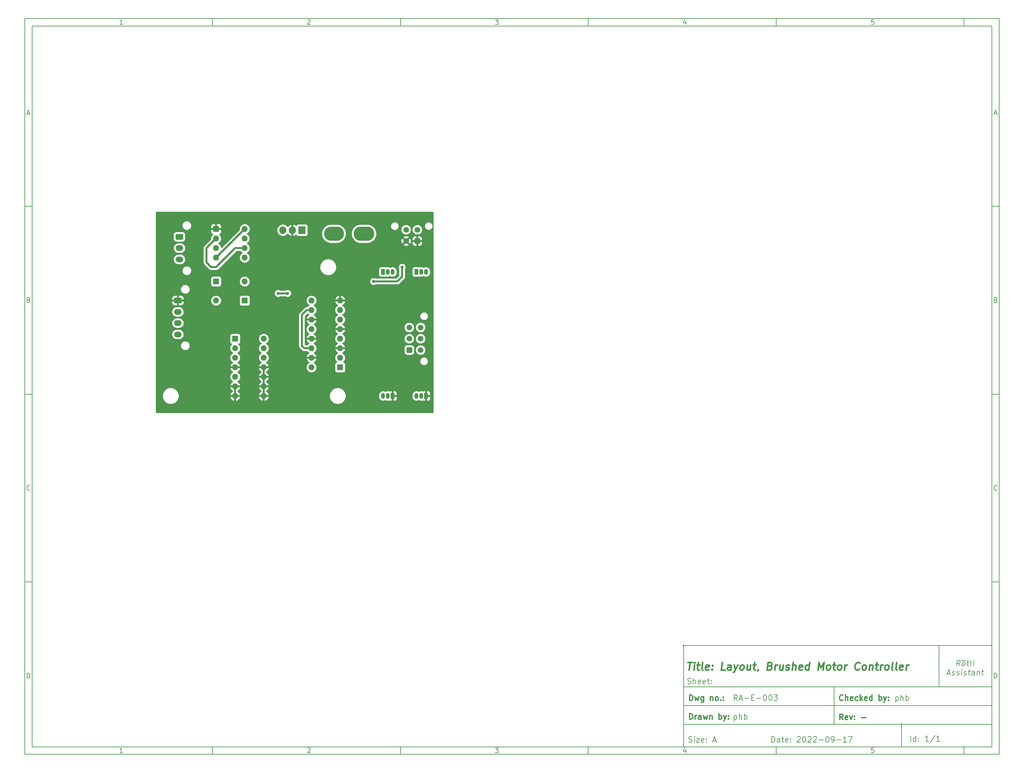
<source format=gbr>
%TF.GenerationSoftware,KiCad,Pcbnew,(6.0.7)*%
%TF.CreationDate,2022-09-17T11:26:47-05:00*%
%TF.ProjectId,BrushlessController,42727573-686c-4657-9373-436f6e74726f,-*%
%TF.SameCoordinates,Original*%
%TF.FileFunction,Copper,L2,Bot*%
%TF.FilePolarity,Positive*%
%FSLAX46Y46*%
G04 Gerber Fmt 4.6, Leading zero omitted, Abs format (unit mm)*
G04 Created by KiCad (PCBNEW (6.0.7)) date 2022-09-17 11:26:47*
%MOMM*%
%LPD*%
G01*
G04 APERTURE LIST*
G04 Aperture macros list*
%AMRoundRect*
0 Rectangle with rounded corners*
0 $1 Rounding radius*
0 $2 $3 $4 $5 $6 $7 $8 $9 X,Y pos of 4 corners*
0 Add a 4 corners polygon primitive as box body*
4,1,4,$2,$3,$4,$5,$6,$7,$8,$9,$2,$3,0*
0 Add four circle primitives for the rounded corners*
1,1,$1+$1,$2,$3*
1,1,$1+$1,$4,$5*
1,1,$1+$1,$6,$7*
1,1,$1+$1,$8,$9*
0 Add four rect primitives between the rounded corners*
20,1,$1+$1,$2,$3,$4,$5,0*
20,1,$1+$1,$4,$5,$6,$7,0*
20,1,$1+$1,$6,$7,$8,$9,0*
20,1,$1+$1,$8,$9,$2,$3,0*%
G04 Aperture macros list end*
%ADD10C,0.100000*%
%ADD11C,0.150000*%
%ADD12C,0.300000*%
%ADD13C,0.400000*%
%ADD14C,0.508000*%
%TA.AperFunction,ComponentPad*%
%ADD15R,1.600000X1.600000*%
%TD*%
%TA.AperFunction,ComponentPad*%
%ADD16O,1.600000X1.600000*%
%TD*%
%TA.AperFunction,ComponentPad*%
%ADD17R,1.050000X1.500000*%
%TD*%
%TA.AperFunction,ComponentPad*%
%ADD18O,1.050000X1.500000*%
%TD*%
%TA.AperFunction,ComponentPad*%
%ADD19O,5.500000X3.800000*%
%TD*%
%TA.AperFunction,ComponentPad*%
%ADD20O,5.300000X3.800000*%
%TD*%
%TA.AperFunction,ComponentPad*%
%ADD21RoundRect,0.250001X-0.759999X0.499999X-0.759999X-0.499999X0.759999X-0.499999X0.759999X0.499999X0*%
%TD*%
%TA.AperFunction,ComponentPad*%
%ADD22O,2.020000X1.500000*%
%TD*%
%TA.AperFunction,ComponentPad*%
%ADD23RoundRect,0.250001X0.499999X0.499999X-0.499999X0.499999X-0.499999X-0.499999X0.499999X-0.499999X0*%
%TD*%
%TA.AperFunction,ComponentPad*%
%ADD24C,1.500000*%
%TD*%
%TA.AperFunction,ComponentPad*%
%ADD25RoundRect,0.250001X0.499999X-0.499999X0.499999X0.499999X-0.499999X0.499999X-0.499999X-0.499999X0*%
%TD*%
%TA.AperFunction,ComponentPad*%
%ADD26R,1.905000X2.000000*%
%TD*%
%TA.AperFunction,ComponentPad*%
%ADD27O,1.905000X2.000000*%
%TD*%
%TA.AperFunction,ViaPad*%
%ADD28C,0.800000*%
%TD*%
%TA.AperFunction,Conductor*%
%ADD29C,0.508000*%
%TD*%
G04 APERTURE END LIST*
D10*
D11*
X10000000Y-10000000D02*
X10000000Y-205900000D01*
X269400000Y-205900000D01*
X269400000Y-10000000D01*
X10000000Y-10000000D01*
D10*
D11*
X12000000Y-12000000D02*
X12000000Y-203900000D01*
X267400000Y-203900000D01*
X267400000Y-12000000D01*
X12000000Y-12000000D01*
D10*
D11*
X60000000Y-12000000D02*
X60000000Y-10000000D01*
D10*
D11*
X110000000Y-12000000D02*
X110000000Y-10000000D01*
D10*
D11*
X160000000Y-12000000D02*
X160000000Y-10000000D01*
D10*
D11*
X210000000Y-12000000D02*
X210000000Y-10000000D01*
D10*
D11*
X260000000Y-12000000D02*
X260000000Y-10000000D01*
D10*
D11*
X36065476Y-11588095D02*
X35322619Y-11588095D01*
X35694047Y-11588095D02*
X35694047Y-10288095D01*
X35570238Y-10473809D01*
X35446428Y-10597619D01*
X35322619Y-10659523D01*
D10*
D11*
X85322619Y-10411904D02*
X85384523Y-10350000D01*
X85508333Y-10288095D01*
X85817857Y-10288095D01*
X85941666Y-10350000D01*
X86003571Y-10411904D01*
X86065476Y-10535714D01*
X86065476Y-10659523D01*
X86003571Y-10845238D01*
X85260714Y-11588095D01*
X86065476Y-11588095D01*
D10*
D11*
X135260714Y-10288095D02*
X136065476Y-10288095D01*
X135632142Y-10783333D01*
X135817857Y-10783333D01*
X135941666Y-10845238D01*
X136003571Y-10907142D01*
X136065476Y-11030952D01*
X136065476Y-11340476D01*
X136003571Y-11464285D01*
X135941666Y-11526190D01*
X135817857Y-11588095D01*
X135446428Y-11588095D01*
X135322619Y-11526190D01*
X135260714Y-11464285D01*
D10*
D11*
X185941666Y-10721428D02*
X185941666Y-11588095D01*
X185632142Y-10226190D02*
X185322619Y-11154761D01*
X186127380Y-11154761D01*
D10*
D11*
X236003571Y-10288095D02*
X235384523Y-10288095D01*
X235322619Y-10907142D01*
X235384523Y-10845238D01*
X235508333Y-10783333D01*
X235817857Y-10783333D01*
X235941666Y-10845238D01*
X236003571Y-10907142D01*
X236065476Y-11030952D01*
X236065476Y-11340476D01*
X236003571Y-11464285D01*
X235941666Y-11526190D01*
X235817857Y-11588095D01*
X235508333Y-11588095D01*
X235384523Y-11526190D01*
X235322619Y-11464285D01*
D10*
D11*
X60000000Y-203900000D02*
X60000000Y-205900000D01*
D10*
D11*
X110000000Y-203900000D02*
X110000000Y-205900000D01*
D10*
D11*
X160000000Y-203900000D02*
X160000000Y-205900000D01*
D10*
D11*
X210000000Y-203900000D02*
X210000000Y-205900000D01*
D10*
D11*
X260000000Y-203900000D02*
X260000000Y-205900000D01*
D10*
D11*
X36065476Y-205488095D02*
X35322619Y-205488095D01*
X35694047Y-205488095D02*
X35694047Y-204188095D01*
X35570238Y-204373809D01*
X35446428Y-204497619D01*
X35322619Y-204559523D01*
D10*
D11*
X85322619Y-204311904D02*
X85384523Y-204250000D01*
X85508333Y-204188095D01*
X85817857Y-204188095D01*
X85941666Y-204250000D01*
X86003571Y-204311904D01*
X86065476Y-204435714D01*
X86065476Y-204559523D01*
X86003571Y-204745238D01*
X85260714Y-205488095D01*
X86065476Y-205488095D01*
D10*
D11*
X135260714Y-204188095D02*
X136065476Y-204188095D01*
X135632142Y-204683333D01*
X135817857Y-204683333D01*
X135941666Y-204745238D01*
X136003571Y-204807142D01*
X136065476Y-204930952D01*
X136065476Y-205240476D01*
X136003571Y-205364285D01*
X135941666Y-205426190D01*
X135817857Y-205488095D01*
X135446428Y-205488095D01*
X135322619Y-205426190D01*
X135260714Y-205364285D01*
D10*
D11*
X185941666Y-204621428D02*
X185941666Y-205488095D01*
X185632142Y-204126190D02*
X185322619Y-205054761D01*
X186127380Y-205054761D01*
D10*
D11*
X236003571Y-204188095D02*
X235384523Y-204188095D01*
X235322619Y-204807142D01*
X235384523Y-204745238D01*
X235508333Y-204683333D01*
X235817857Y-204683333D01*
X235941666Y-204745238D01*
X236003571Y-204807142D01*
X236065476Y-204930952D01*
X236065476Y-205240476D01*
X236003571Y-205364285D01*
X235941666Y-205426190D01*
X235817857Y-205488095D01*
X235508333Y-205488095D01*
X235384523Y-205426190D01*
X235322619Y-205364285D01*
D10*
D11*
X10000000Y-60000000D02*
X12000000Y-60000000D01*
D10*
D11*
X10000000Y-110000000D02*
X12000000Y-110000000D01*
D10*
D11*
X10000000Y-160000000D02*
X12000000Y-160000000D01*
D10*
D11*
X10690476Y-35216666D02*
X11309523Y-35216666D01*
X10566666Y-35588095D02*
X11000000Y-34288095D01*
X11433333Y-35588095D01*
D10*
D11*
X11092857Y-84907142D02*
X11278571Y-84969047D01*
X11340476Y-85030952D01*
X11402380Y-85154761D01*
X11402380Y-85340476D01*
X11340476Y-85464285D01*
X11278571Y-85526190D01*
X11154761Y-85588095D01*
X10659523Y-85588095D01*
X10659523Y-84288095D01*
X11092857Y-84288095D01*
X11216666Y-84350000D01*
X11278571Y-84411904D01*
X11340476Y-84535714D01*
X11340476Y-84659523D01*
X11278571Y-84783333D01*
X11216666Y-84845238D01*
X11092857Y-84907142D01*
X10659523Y-84907142D01*
D10*
D11*
X11402380Y-135464285D02*
X11340476Y-135526190D01*
X11154761Y-135588095D01*
X11030952Y-135588095D01*
X10845238Y-135526190D01*
X10721428Y-135402380D01*
X10659523Y-135278571D01*
X10597619Y-135030952D01*
X10597619Y-134845238D01*
X10659523Y-134597619D01*
X10721428Y-134473809D01*
X10845238Y-134350000D01*
X11030952Y-134288095D01*
X11154761Y-134288095D01*
X11340476Y-134350000D01*
X11402380Y-134411904D01*
D10*
D11*
X10659523Y-185588095D02*
X10659523Y-184288095D01*
X10969047Y-184288095D01*
X11154761Y-184350000D01*
X11278571Y-184473809D01*
X11340476Y-184597619D01*
X11402380Y-184845238D01*
X11402380Y-185030952D01*
X11340476Y-185278571D01*
X11278571Y-185402380D01*
X11154761Y-185526190D01*
X10969047Y-185588095D01*
X10659523Y-185588095D01*
D10*
D11*
X269400000Y-60000000D02*
X267400000Y-60000000D01*
D10*
D11*
X269400000Y-110000000D02*
X267400000Y-110000000D01*
D10*
D11*
X269400000Y-160000000D02*
X267400000Y-160000000D01*
D10*
D11*
X268090476Y-35216666D02*
X268709523Y-35216666D01*
X267966666Y-35588095D02*
X268400000Y-34288095D01*
X268833333Y-35588095D01*
D10*
D11*
X268492857Y-84907142D02*
X268678571Y-84969047D01*
X268740476Y-85030952D01*
X268802380Y-85154761D01*
X268802380Y-85340476D01*
X268740476Y-85464285D01*
X268678571Y-85526190D01*
X268554761Y-85588095D01*
X268059523Y-85588095D01*
X268059523Y-84288095D01*
X268492857Y-84288095D01*
X268616666Y-84350000D01*
X268678571Y-84411904D01*
X268740476Y-84535714D01*
X268740476Y-84659523D01*
X268678571Y-84783333D01*
X268616666Y-84845238D01*
X268492857Y-84907142D01*
X268059523Y-84907142D01*
D10*
D11*
X268802380Y-135464285D02*
X268740476Y-135526190D01*
X268554761Y-135588095D01*
X268430952Y-135588095D01*
X268245238Y-135526190D01*
X268121428Y-135402380D01*
X268059523Y-135278571D01*
X267997619Y-135030952D01*
X267997619Y-134845238D01*
X268059523Y-134597619D01*
X268121428Y-134473809D01*
X268245238Y-134350000D01*
X268430952Y-134288095D01*
X268554761Y-134288095D01*
X268740476Y-134350000D01*
X268802380Y-134411904D01*
D10*
D11*
X268059523Y-185588095D02*
X268059523Y-184288095D01*
X268369047Y-184288095D01*
X268554761Y-184350000D01*
X268678571Y-184473809D01*
X268740476Y-184597619D01*
X268802380Y-184845238D01*
X268802380Y-185030952D01*
X268740476Y-185278571D01*
X268678571Y-185402380D01*
X268554761Y-185526190D01*
X268369047Y-185588095D01*
X268059523Y-185588095D01*
D10*
D11*
X208832142Y-202678371D02*
X208832142Y-201178371D01*
X209189285Y-201178371D01*
X209403571Y-201249800D01*
X209546428Y-201392657D01*
X209617857Y-201535514D01*
X209689285Y-201821228D01*
X209689285Y-202035514D01*
X209617857Y-202321228D01*
X209546428Y-202464085D01*
X209403571Y-202606942D01*
X209189285Y-202678371D01*
X208832142Y-202678371D01*
X210975000Y-202678371D02*
X210975000Y-201892657D01*
X210903571Y-201749800D01*
X210760714Y-201678371D01*
X210475000Y-201678371D01*
X210332142Y-201749800D01*
X210975000Y-202606942D02*
X210832142Y-202678371D01*
X210475000Y-202678371D01*
X210332142Y-202606942D01*
X210260714Y-202464085D01*
X210260714Y-202321228D01*
X210332142Y-202178371D01*
X210475000Y-202106942D01*
X210832142Y-202106942D01*
X210975000Y-202035514D01*
X211475000Y-201678371D02*
X212046428Y-201678371D01*
X211689285Y-201178371D02*
X211689285Y-202464085D01*
X211760714Y-202606942D01*
X211903571Y-202678371D01*
X212046428Y-202678371D01*
X213117857Y-202606942D02*
X212975000Y-202678371D01*
X212689285Y-202678371D01*
X212546428Y-202606942D01*
X212475000Y-202464085D01*
X212475000Y-201892657D01*
X212546428Y-201749800D01*
X212689285Y-201678371D01*
X212975000Y-201678371D01*
X213117857Y-201749800D01*
X213189285Y-201892657D01*
X213189285Y-202035514D01*
X212475000Y-202178371D01*
X213832142Y-202535514D02*
X213903571Y-202606942D01*
X213832142Y-202678371D01*
X213760714Y-202606942D01*
X213832142Y-202535514D01*
X213832142Y-202678371D01*
X213832142Y-201749800D02*
X213903571Y-201821228D01*
X213832142Y-201892657D01*
X213760714Y-201821228D01*
X213832142Y-201749800D01*
X213832142Y-201892657D01*
X215617857Y-201321228D02*
X215689285Y-201249800D01*
X215832142Y-201178371D01*
X216189285Y-201178371D01*
X216332142Y-201249800D01*
X216403571Y-201321228D01*
X216475000Y-201464085D01*
X216475000Y-201606942D01*
X216403571Y-201821228D01*
X215546428Y-202678371D01*
X216475000Y-202678371D01*
X217403571Y-201178371D02*
X217546428Y-201178371D01*
X217689285Y-201249800D01*
X217760714Y-201321228D01*
X217832142Y-201464085D01*
X217903571Y-201749800D01*
X217903571Y-202106942D01*
X217832142Y-202392657D01*
X217760714Y-202535514D01*
X217689285Y-202606942D01*
X217546428Y-202678371D01*
X217403571Y-202678371D01*
X217260714Y-202606942D01*
X217189285Y-202535514D01*
X217117857Y-202392657D01*
X217046428Y-202106942D01*
X217046428Y-201749800D01*
X217117857Y-201464085D01*
X217189285Y-201321228D01*
X217260714Y-201249800D01*
X217403571Y-201178371D01*
X218475000Y-201321228D02*
X218546428Y-201249800D01*
X218689285Y-201178371D01*
X219046428Y-201178371D01*
X219189285Y-201249800D01*
X219260714Y-201321228D01*
X219332142Y-201464085D01*
X219332142Y-201606942D01*
X219260714Y-201821228D01*
X218403571Y-202678371D01*
X219332142Y-202678371D01*
X219903571Y-201321228D02*
X219975000Y-201249800D01*
X220117857Y-201178371D01*
X220475000Y-201178371D01*
X220617857Y-201249800D01*
X220689285Y-201321228D01*
X220760714Y-201464085D01*
X220760714Y-201606942D01*
X220689285Y-201821228D01*
X219832142Y-202678371D01*
X220760714Y-202678371D01*
X221403571Y-202106942D02*
X222546428Y-202106942D01*
X223546428Y-201178371D02*
X223689285Y-201178371D01*
X223832142Y-201249800D01*
X223903571Y-201321228D01*
X223975000Y-201464085D01*
X224046428Y-201749800D01*
X224046428Y-202106942D01*
X223975000Y-202392657D01*
X223903571Y-202535514D01*
X223832142Y-202606942D01*
X223689285Y-202678371D01*
X223546428Y-202678371D01*
X223403571Y-202606942D01*
X223332142Y-202535514D01*
X223260714Y-202392657D01*
X223189285Y-202106942D01*
X223189285Y-201749800D01*
X223260714Y-201464085D01*
X223332142Y-201321228D01*
X223403571Y-201249800D01*
X223546428Y-201178371D01*
X224760714Y-202678371D02*
X225046428Y-202678371D01*
X225189285Y-202606942D01*
X225260714Y-202535514D01*
X225403571Y-202321228D01*
X225475000Y-202035514D01*
X225475000Y-201464085D01*
X225403571Y-201321228D01*
X225332142Y-201249800D01*
X225189285Y-201178371D01*
X224903571Y-201178371D01*
X224760714Y-201249800D01*
X224689285Y-201321228D01*
X224617857Y-201464085D01*
X224617857Y-201821228D01*
X224689285Y-201964085D01*
X224760714Y-202035514D01*
X224903571Y-202106942D01*
X225189285Y-202106942D01*
X225332142Y-202035514D01*
X225403571Y-201964085D01*
X225475000Y-201821228D01*
X226117857Y-202106942D02*
X227260714Y-202106942D01*
X228760714Y-202678371D02*
X227903571Y-202678371D01*
X228332142Y-202678371D02*
X228332142Y-201178371D01*
X228189285Y-201392657D01*
X228046428Y-201535514D01*
X227903571Y-201606942D01*
X229260714Y-201178371D02*
X230260714Y-201178371D01*
X229617857Y-202678371D01*
D10*
D12*
X227809285Y-196678571D02*
X227309285Y-195964285D01*
X226952142Y-196678571D02*
X226952142Y-195178571D01*
X227523571Y-195178571D01*
X227666428Y-195250000D01*
X227737857Y-195321428D01*
X227809285Y-195464285D01*
X227809285Y-195678571D01*
X227737857Y-195821428D01*
X227666428Y-195892857D01*
X227523571Y-195964285D01*
X226952142Y-195964285D01*
X229023571Y-196607142D02*
X228880714Y-196678571D01*
X228595000Y-196678571D01*
X228452142Y-196607142D01*
X228380714Y-196464285D01*
X228380714Y-195892857D01*
X228452142Y-195750000D01*
X228595000Y-195678571D01*
X228880714Y-195678571D01*
X229023571Y-195750000D01*
X229095000Y-195892857D01*
X229095000Y-196035714D01*
X228380714Y-196178571D01*
X229595000Y-195678571D02*
X229952142Y-196678571D01*
X230309285Y-195678571D01*
X230880714Y-196535714D02*
X230952142Y-196607142D01*
X230880714Y-196678571D01*
X230809285Y-196607142D01*
X230880714Y-196535714D01*
X230880714Y-196678571D01*
X230880714Y-195750000D02*
X230952142Y-195821428D01*
X230880714Y-195892857D01*
X230809285Y-195821428D01*
X230880714Y-195750000D01*
X230880714Y-195892857D01*
X232737857Y-196107142D02*
X233880714Y-196107142D01*
D10*
D11*
X186760714Y-202606942D02*
X186975000Y-202678371D01*
X187332142Y-202678371D01*
X187475000Y-202606942D01*
X187546428Y-202535514D01*
X187617857Y-202392657D01*
X187617857Y-202249800D01*
X187546428Y-202106942D01*
X187475000Y-202035514D01*
X187332142Y-201964085D01*
X187046428Y-201892657D01*
X186903571Y-201821228D01*
X186832142Y-201749800D01*
X186760714Y-201606942D01*
X186760714Y-201464085D01*
X186832142Y-201321228D01*
X186903571Y-201249800D01*
X187046428Y-201178371D01*
X187403571Y-201178371D01*
X187617857Y-201249800D01*
X188260714Y-202678371D02*
X188260714Y-201678371D01*
X188260714Y-201178371D02*
X188189285Y-201249800D01*
X188260714Y-201321228D01*
X188332142Y-201249800D01*
X188260714Y-201178371D01*
X188260714Y-201321228D01*
X188832142Y-201678371D02*
X189617857Y-201678371D01*
X188832142Y-202678371D01*
X189617857Y-202678371D01*
X190760714Y-202606942D02*
X190617857Y-202678371D01*
X190332142Y-202678371D01*
X190189285Y-202606942D01*
X190117857Y-202464085D01*
X190117857Y-201892657D01*
X190189285Y-201749800D01*
X190332142Y-201678371D01*
X190617857Y-201678371D01*
X190760714Y-201749800D01*
X190832142Y-201892657D01*
X190832142Y-202035514D01*
X190117857Y-202178371D01*
X191475000Y-202535514D02*
X191546428Y-202606942D01*
X191475000Y-202678371D01*
X191403571Y-202606942D01*
X191475000Y-202535514D01*
X191475000Y-202678371D01*
X191475000Y-201749800D02*
X191546428Y-201821228D01*
X191475000Y-201892657D01*
X191403571Y-201821228D01*
X191475000Y-201749800D01*
X191475000Y-201892657D01*
X193260714Y-202249800D02*
X193975000Y-202249800D01*
X193117857Y-202678371D02*
X193617857Y-201178371D01*
X194117857Y-202678371D01*
D10*
D11*
X245832142Y-202478571D02*
X245832142Y-200978571D01*
X247189285Y-202478571D02*
X247189285Y-200978571D01*
X247189285Y-202407142D02*
X247046428Y-202478571D01*
X246760714Y-202478571D01*
X246617857Y-202407142D01*
X246546428Y-202335714D01*
X246475000Y-202192857D01*
X246475000Y-201764285D01*
X246546428Y-201621428D01*
X246617857Y-201550000D01*
X246760714Y-201478571D01*
X247046428Y-201478571D01*
X247189285Y-201550000D01*
X247903571Y-202335714D02*
X247975000Y-202407142D01*
X247903571Y-202478571D01*
X247832142Y-202407142D01*
X247903571Y-202335714D01*
X247903571Y-202478571D01*
X247903571Y-201550000D02*
X247975000Y-201621428D01*
X247903571Y-201692857D01*
X247832142Y-201621428D01*
X247903571Y-201550000D01*
X247903571Y-201692857D01*
X250546428Y-202478571D02*
X249689285Y-202478571D01*
X250117857Y-202478571D02*
X250117857Y-200978571D01*
X249975000Y-201192857D01*
X249832142Y-201335714D01*
X249689285Y-201407142D01*
X252260714Y-200907142D02*
X250975000Y-202835714D01*
X253546428Y-202478571D02*
X252689285Y-202478571D01*
X253117857Y-202478571D02*
X253117857Y-200978571D01*
X252975000Y-201192857D01*
X252832142Y-201335714D01*
X252689285Y-201407142D01*
D10*
D13*
X186512380Y-181404561D02*
X187655238Y-181404561D01*
X186833809Y-183404561D02*
X187083809Y-181404561D01*
X188071904Y-183404561D02*
X188238571Y-182071228D01*
X188321904Y-181404561D02*
X188214761Y-181499800D01*
X188298095Y-181595038D01*
X188405238Y-181499800D01*
X188321904Y-181404561D01*
X188298095Y-181595038D01*
X188905238Y-182071228D02*
X189667142Y-182071228D01*
X189274285Y-181404561D02*
X189060000Y-183118847D01*
X189131428Y-183309323D01*
X189310000Y-183404561D01*
X189500476Y-183404561D01*
X190452857Y-183404561D02*
X190274285Y-183309323D01*
X190202857Y-183118847D01*
X190417142Y-181404561D01*
X191988571Y-183309323D02*
X191786190Y-183404561D01*
X191405238Y-183404561D01*
X191226666Y-183309323D01*
X191155238Y-183118847D01*
X191250476Y-182356942D01*
X191369523Y-182166466D01*
X191571904Y-182071228D01*
X191952857Y-182071228D01*
X192131428Y-182166466D01*
X192202857Y-182356942D01*
X192179047Y-182547419D01*
X191202857Y-182737895D01*
X192952857Y-183214085D02*
X193036190Y-183309323D01*
X192929047Y-183404561D01*
X192845714Y-183309323D01*
X192952857Y-183214085D01*
X192929047Y-183404561D01*
X193083809Y-182166466D02*
X193167142Y-182261704D01*
X193060000Y-182356942D01*
X192976666Y-182261704D01*
X193083809Y-182166466D01*
X193060000Y-182356942D01*
X196357619Y-183404561D02*
X195405238Y-183404561D01*
X195655238Y-181404561D01*
X197881428Y-183404561D02*
X198012380Y-182356942D01*
X197940952Y-182166466D01*
X197762380Y-182071228D01*
X197381428Y-182071228D01*
X197179047Y-182166466D01*
X197893333Y-183309323D02*
X197690952Y-183404561D01*
X197214761Y-183404561D01*
X197036190Y-183309323D01*
X196964761Y-183118847D01*
X196988571Y-182928371D01*
X197107619Y-182737895D01*
X197310000Y-182642657D01*
X197786190Y-182642657D01*
X197988571Y-182547419D01*
X198810000Y-182071228D02*
X199119523Y-183404561D01*
X199762380Y-182071228D02*
X199119523Y-183404561D01*
X198869523Y-183880752D01*
X198762380Y-183975990D01*
X198560000Y-184071228D01*
X200643333Y-183404561D02*
X200464761Y-183309323D01*
X200381428Y-183214085D01*
X200310000Y-183023609D01*
X200381428Y-182452180D01*
X200500476Y-182261704D01*
X200607619Y-182166466D01*
X200810000Y-182071228D01*
X201095714Y-182071228D01*
X201274285Y-182166466D01*
X201357619Y-182261704D01*
X201429047Y-182452180D01*
X201357619Y-183023609D01*
X201238571Y-183214085D01*
X201131428Y-183309323D01*
X200929047Y-183404561D01*
X200643333Y-183404561D01*
X203190952Y-182071228D02*
X203024285Y-183404561D01*
X202333809Y-182071228D02*
X202202857Y-183118847D01*
X202274285Y-183309323D01*
X202452857Y-183404561D01*
X202738571Y-183404561D01*
X202940952Y-183309323D01*
X203048095Y-183214085D01*
X203857619Y-182071228D02*
X204619523Y-182071228D01*
X204226666Y-181404561D02*
X204012380Y-183118847D01*
X204083809Y-183309323D01*
X204262380Y-183404561D01*
X204452857Y-183404561D01*
X205226666Y-183309323D02*
X205214761Y-183404561D01*
X205095714Y-183595038D01*
X204988571Y-183690276D01*
X208393333Y-182356942D02*
X208667142Y-182452180D01*
X208750476Y-182547419D01*
X208821904Y-182737895D01*
X208786190Y-183023609D01*
X208667142Y-183214085D01*
X208560000Y-183309323D01*
X208357619Y-183404561D01*
X207595714Y-183404561D01*
X207845714Y-181404561D01*
X208512380Y-181404561D01*
X208690952Y-181499800D01*
X208774285Y-181595038D01*
X208845714Y-181785514D01*
X208821904Y-181975990D01*
X208702857Y-182166466D01*
X208595714Y-182261704D01*
X208393333Y-182356942D01*
X207726666Y-182356942D01*
X209595714Y-183404561D02*
X209762380Y-182071228D01*
X209714761Y-182452180D02*
X209833809Y-182261704D01*
X209940952Y-182166466D01*
X210143333Y-182071228D01*
X210333809Y-182071228D01*
X211857619Y-182071228D02*
X211690952Y-183404561D01*
X211000476Y-182071228D02*
X210869523Y-183118847D01*
X210940952Y-183309323D01*
X211119523Y-183404561D01*
X211405238Y-183404561D01*
X211607619Y-183309323D01*
X211714761Y-183214085D01*
X212560000Y-183309323D02*
X212738571Y-183404561D01*
X213119523Y-183404561D01*
X213321904Y-183309323D01*
X213440952Y-183118847D01*
X213452857Y-183023609D01*
X213381428Y-182833133D01*
X213202857Y-182737895D01*
X212917142Y-182737895D01*
X212738571Y-182642657D01*
X212667142Y-182452180D01*
X212679047Y-182356942D01*
X212798095Y-182166466D01*
X213000476Y-182071228D01*
X213286190Y-182071228D01*
X213464761Y-182166466D01*
X214262380Y-183404561D02*
X214512380Y-181404561D01*
X215119523Y-183404561D02*
X215250476Y-182356942D01*
X215179047Y-182166466D01*
X215000476Y-182071228D01*
X214714761Y-182071228D01*
X214512380Y-182166466D01*
X214405238Y-182261704D01*
X216845714Y-183309323D02*
X216643333Y-183404561D01*
X216262380Y-183404561D01*
X216083809Y-183309323D01*
X216012380Y-183118847D01*
X216107619Y-182356942D01*
X216226666Y-182166466D01*
X216429047Y-182071228D01*
X216810000Y-182071228D01*
X216988571Y-182166466D01*
X217060000Y-182356942D01*
X217036190Y-182547419D01*
X216060000Y-182737895D01*
X218643333Y-183404561D02*
X218893333Y-181404561D01*
X218655238Y-183309323D02*
X218452857Y-183404561D01*
X218071904Y-183404561D01*
X217893333Y-183309323D01*
X217810000Y-183214085D01*
X217738571Y-183023609D01*
X217810000Y-182452180D01*
X217929047Y-182261704D01*
X218036190Y-182166466D01*
X218238571Y-182071228D01*
X218619523Y-182071228D01*
X218798095Y-182166466D01*
X221119523Y-183404561D02*
X221369523Y-181404561D01*
X221857619Y-182833133D01*
X222702857Y-181404561D01*
X222452857Y-183404561D01*
X223690952Y-183404561D02*
X223512380Y-183309323D01*
X223429047Y-183214085D01*
X223357619Y-183023609D01*
X223429047Y-182452180D01*
X223548095Y-182261704D01*
X223655238Y-182166466D01*
X223857619Y-182071228D01*
X224143333Y-182071228D01*
X224321904Y-182166466D01*
X224405238Y-182261704D01*
X224476666Y-182452180D01*
X224405238Y-183023609D01*
X224286190Y-183214085D01*
X224179047Y-183309323D01*
X223976666Y-183404561D01*
X223690952Y-183404561D01*
X225095714Y-182071228D02*
X225857619Y-182071228D01*
X225464761Y-181404561D02*
X225250476Y-183118847D01*
X225321904Y-183309323D01*
X225500476Y-183404561D01*
X225690952Y-183404561D01*
X226643333Y-183404561D02*
X226464761Y-183309323D01*
X226381428Y-183214085D01*
X226310000Y-183023609D01*
X226381428Y-182452180D01*
X226500476Y-182261704D01*
X226607619Y-182166466D01*
X226810000Y-182071228D01*
X227095714Y-182071228D01*
X227274285Y-182166466D01*
X227357619Y-182261704D01*
X227429047Y-182452180D01*
X227357619Y-183023609D01*
X227238571Y-183214085D01*
X227131428Y-183309323D01*
X226929047Y-183404561D01*
X226643333Y-183404561D01*
X228167142Y-183404561D02*
X228333809Y-182071228D01*
X228286190Y-182452180D02*
X228405238Y-182261704D01*
X228512380Y-182166466D01*
X228714761Y-182071228D01*
X228905238Y-182071228D01*
X232095714Y-183214085D02*
X231988571Y-183309323D01*
X231690952Y-183404561D01*
X231500476Y-183404561D01*
X231226666Y-183309323D01*
X231060000Y-183118847D01*
X230988571Y-182928371D01*
X230940952Y-182547419D01*
X230976666Y-182261704D01*
X231119523Y-181880752D01*
X231238571Y-181690276D01*
X231452857Y-181499800D01*
X231750476Y-181404561D01*
X231940952Y-181404561D01*
X232214761Y-181499800D01*
X232298095Y-181595038D01*
X233214761Y-183404561D02*
X233036190Y-183309323D01*
X232952857Y-183214085D01*
X232881428Y-183023609D01*
X232952857Y-182452180D01*
X233071904Y-182261704D01*
X233179047Y-182166466D01*
X233381428Y-182071228D01*
X233667142Y-182071228D01*
X233845714Y-182166466D01*
X233929047Y-182261704D01*
X234000476Y-182452180D01*
X233929047Y-183023609D01*
X233810000Y-183214085D01*
X233702857Y-183309323D01*
X233500476Y-183404561D01*
X233214761Y-183404561D01*
X234905238Y-182071228D02*
X234738571Y-183404561D01*
X234881428Y-182261704D02*
X234988571Y-182166466D01*
X235190952Y-182071228D01*
X235476666Y-182071228D01*
X235655238Y-182166466D01*
X235726666Y-182356942D01*
X235595714Y-183404561D01*
X236429047Y-182071228D02*
X237190952Y-182071228D01*
X236798095Y-181404561D02*
X236583809Y-183118847D01*
X236655238Y-183309323D01*
X236833809Y-183404561D01*
X237024285Y-183404561D01*
X237690952Y-183404561D02*
X237857619Y-182071228D01*
X237809999Y-182452180D02*
X237929047Y-182261704D01*
X238036190Y-182166466D01*
X238238571Y-182071228D01*
X238429047Y-182071228D01*
X239214761Y-183404561D02*
X239036190Y-183309323D01*
X238952857Y-183214085D01*
X238881428Y-183023609D01*
X238952857Y-182452180D01*
X239071904Y-182261704D01*
X239179047Y-182166466D01*
X239381428Y-182071228D01*
X239667142Y-182071228D01*
X239845714Y-182166466D01*
X239929047Y-182261704D01*
X240000476Y-182452180D01*
X239929047Y-183023609D01*
X239809999Y-183214085D01*
X239702857Y-183309323D01*
X239500476Y-183404561D01*
X239214761Y-183404561D01*
X241024285Y-183404561D02*
X240845714Y-183309323D01*
X240774285Y-183118847D01*
X240988571Y-181404561D01*
X242071904Y-183404561D02*
X241893333Y-183309323D01*
X241821904Y-183118847D01*
X242036190Y-181404561D01*
X243607619Y-183309323D02*
X243405238Y-183404561D01*
X243024285Y-183404561D01*
X242845714Y-183309323D01*
X242774285Y-183118847D01*
X242869523Y-182356942D01*
X242988571Y-182166466D01*
X243190952Y-182071228D01*
X243571904Y-182071228D01*
X243750476Y-182166466D01*
X243821904Y-182356942D01*
X243798095Y-182547419D01*
X242821904Y-182737895D01*
X244548095Y-183404561D02*
X244714761Y-182071228D01*
X244667142Y-182452180D02*
X244786190Y-182261704D01*
X244893333Y-182166466D01*
X245095714Y-182071228D01*
X245286190Y-182071228D01*
D10*
D11*
X186460714Y-187106942D02*
X186675000Y-187178371D01*
X187032142Y-187178371D01*
X187175000Y-187106942D01*
X187246428Y-187035514D01*
X187317857Y-186892657D01*
X187317857Y-186749800D01*
X187246428Y-186606942D01*
X187175000Y-186535514D01*
X187032142Y-186464085D01*
X186746428Y-186392657D01*
X186603571Y-186321228D01*
X186532142Y-186249800D01*
X186460714Y-186106942D01*
X186460714Y-185964085D01*
X186532142Y-185821228D01*
X186603571Y-185749800D01*
X186746428Y-185678371D01*
X187103571Y-185678371D01*
X187317857Y-185749800D01*
X187960714Y-187178371D02*
X187960714Y-185678371D01*
X188603571Y-187178371D02*
X188603571Y-186392657D01*
X188532142Y-186249800D01*
X188389285Y-186178371D01*
X188175000Y-186178371D01*
X188032142Y-186249800D01*
X187960714Y-186321228D01*
X189889285Y-187106942D02*
X189746428Y-187178371D01*
X189460714Y-187178371D01*
X189317857Y-187106942D01*
X189246428Y-186964085D01*
X189246428Y-186392657D01*
X189317857Y-186249800D01*
X189460714Y-186178371D01*
X189746428Y-186178371D01*
X189889285Y-186249800D01*
X189960714Y-186392657D01*
X189960714Y-186535514D01*
X189246428Y-186678371D01*
X191175000Y-187106942D02*
X191032142Y-187178371D01*
X190746428Y-187178371D01*
X190603571Y-187106942D01*
X190532142Y-186964085D01*
X190532142Y-186392657D01*
X190603571Y-186249800D01*
X190746428Y-186178371D01*
X191032142Y-186178371D01*
X191175000Y-186249800D01*
X191246428Y-186392657D01*
X191246428Y-186535514D01*
X190532142Y-186678371D01*
X191675000Y-186178371D02*
X192246428Y-186178371D01*
X191889285Y-185678371D02*
X191889285Y-186964085D01*
X191960714Y-187106942D01*
X192103571Y-187178371D01*
X192246428Y-187178371D01*
X192746428Y-187035514D02*
X192817857Y-187106942D01*
X192746428Y-187178371D01*
X192675000Y-187106942D01*
X192746428Y-187035514D01*
X192746428Y-187178371D01*
X192746428Y-186249800D02*
X192817857Y-186321228D01*
X192746428Y-186392657D01*
X192675000Y-186321228D01*
X192746428Y-186249800D01*
X192746428Y-186392657D01*
D10*
D11*
X199689285Y-191578371D02*
X199189285Y-190864085D01*
X198832142Y-191578371D02*
X198832142Y-190078371D01*
X199403571Y-190078371D01*
X199546428Y-190149800D01*
X199617857Y-190221228D01*
X199689285Y-190364085D01*
X199689285Y-190578371D01*
X199617857Y-190721228D01*
X199546428Y-190792657D01*
X199403571Y-190864085D01*
X198832142Y-190864085D01*
X200260714Y-191149800D02*
X200975000Y-191149800D01*
X200117857Y-191578371D02*
X200617857Y-190078371D01*
X201117857Y-191578371D01*
X201617857Y-191006942D02*
X202760714Y-191006942D01*
X203475000Y-190792657D02*
X203975000Y-190792657D01*
X204189285Y-191578371D02*
X203475000Y-191578371D01*
X203475000Y-190078371D01*
X204189285Y-190078371D01*
X204832142Y-191006942D02*
X205975000Y-191006942D01*
X206975000Y-190078371D02*
X207117857Y-190078371D01*
X207260714Y-190149800D01*
X207332142Y-190221228D01*
X207403571Y-190364085D01*
X207475000Y-190649800D01*
X207475000Y-191006942D01*
X207403571Y-191292657D01*
X207332142Y-191435514D01*
X207260714Y-191506942D01*
X207117857Y-191578371D01*
X206975000Y-191578371D01*
X206832142Y-191506942D01*
X206760714Y-191435514D01*
X206689285Y-191292657D01*
X206617857Y-191006942D01*
X206617857Y-190649800D01*
X206689285Y-190364085D01*
X206760714Y-190221228D01*
X206832142Y-190149800D01*
X206975000Y-190078371D01*
X208403571Y-190078371D02*
X208546428Y-190078371D01*
X208689285Y-190149800D01*
X208760714Y-190221228D01*
X208832142Y-190364085D01*
X208903571Y-190649800D01*
X208903571Y-191006942D01*
X208832142Y-191292657D01*
X208760714Y-191435514D01*
X208689285Y-191506942D01*
X208546428Y-191578371D01*
X208403571Y-191578371D01*
X208260714Y-191506942D01*
X208189285Y-191435514D01*
X208117857Y-191292657D01*
X208046428Y-191006942D01*
X208046428Y-190649800D01*
X208117857Y-190364085D01*
X208189285Y-190221228D01*
X208260714Y-190149800D01*
X208403571Y-190078371D01*
X209403571Y-190078371D02*
X210332142Y-190078371D01*
X209832142Y-190649800D01*
X210046428Y-190649800D01*
X210189285Y-190721228D01*
X210260714Y-190792657D01*
X210332142Y-190935514D01*
X210332142Y-191292657D01*
X210260714Y-191435514D01*
X210189285Y-191506942D01*
X210046428Y-191578371D01*
X209617857Y-191578371D01*
X209475000Y-191506942D01*
X209403571Y-191435514D01*
D10*
D11*
X241832142Y-190578371D02*
X241832142Y-192078371D01*
X241832142Y-190649800D02*
X241975000Y-190578371D01*
X242260714Y-190578371D01*
X242403571Y-190649800D01*
X242475000Y-190721228D01*
X242546428Y-190864085D01*
X242546428Y-191292657D01*
X242475000Y-191435514D01*
X242403571Y-191506942D01*
X242260714Y-191578371D01*
X241975000Y-191578371D01*
X241832142Y-191506942D01*
X243189285Y-191578371D02*
X243189285Y-190078371D01*
X243832142Y-191578371D02*
X243832142Y-190792657D01*
X243760714Y-190649800D01*
X243617857Y-190578371D01*
X243403571Y-190578371D01*
X243260714Y-190649800D01*
X243189285Y-190721228D01*
X244546428Y-191578371D02*
X244546428Y-190078371D01*
X244546428Y-190649800D02*
X244689285Y-190578371D01*
X244975000Y-190578371D01*
X245117857Y-190649800D01*
X245189285Y-190721228D01*
X245260714Y-190864085D01*
X245260714Y-191292657D01*
X245189285Y-191435514D01*
X245117857Y-191506942D01*
X244975000Y-191578371D01*
X244689285Y-191578371D01*
X244546428Y-191506942D01*
D10*
D11*
X198832142Y-195578371D02*
X198832142Y-197078371D01*
X198832142Y-195649800D02*
X198975000Y-195578371D01*
X199260714Y-195578371D01*
X199403571Y-195649800D01*
X199475000Y-195721228D01*
X199546428Y-195864085D01*
X199546428Y-196292657D01*
X199475000Y-196435514D01*
X199403571Y-196506942D01*
X199260714Y-196578371D01*
X198975000Y-196578371D01*
X198832142Y-196506942D01*
X200189285Y-196578371D02*
X200189285Y-195078371D01*
X200832142Y-196578371D02*
X200832142Y-195792657D01*
X200760714Y-195649800D01*
X200617857Y-195578371D01*
X200403571Y-195578371D01*
X200260714Y-195649800D01*
X200189285Y-195721228D01*
X201546428Y-196578371D02*
X201546428Y-195078371D01*
X201546428Y-195649800D02*
X201689285Y-195578371D01*
X201975000Y-195578371D01*
X202117857Y-195649800D01*
X202189285Y-195721228D01*
X202260714Y-195864085D01*
X202260714Y-196292657D01*
X202189285Y-196435514D01*
X202117857Y-196506942D01*
X201975000Y-196578371D01*
X201689285Y-196578371D01*
X201546428Y-196506942D01*
D10*
D11*
X243400000Y-197400000D02*
X243400000Y-203900000D01*
D10*
D11*
X267411000Y-187897800D02*
X267411000Y-176897800D01*
X185411000Y-176897800D01*
X185411000Y-187897800D01*
X267411000Y-187897800D01*
D10*
D14*
X185411000Y-176898000D02*
X185411000Y-176898000D01*
X185411000Y-176898000D01*
X185411000Y-176898000D01*
X185411000Y-176898000D01*
D10*
D12*
X186963142Y-196576571D02*
X186963142Y-195076571D01*
X187320285Y-195076571D01*
X187534571Y-195148000D01*
X187677428Y-195290857D01*
X187748857Y-195433714D01*
X187820285Y-195719428D01*
X187820285Y-195933714D01*
X187748857Y-196219428D01*
X187677428Y-196362285D01*
X187534571Y-196505142D01*
X187320285Y-196576571D01*
X186963142Y-196576571D01*
X188463142Y-196576571D02*
X188463142Y-195576571D01*
X188463142Y-195862285D02*
X188534571Y-195719428D01*
X188606000Y-195648000D01*
X188748857Y-195576571D01*
X188891714Y-195576571D01*
X190034571Y-196576571D02*
X190034571Y-195790857D01*
X189963142Y-195648000D01*
X189820285Y-195576571D01*
X189534571Y-195576571D01*
X189391714Y-195648000D01*
X190034571Y-196505142D02*
X189891714Y-196576571D01*
X189534571Y-196576571D01*
X189391714Y-196505142D01*
X189320285Y-196362285D01*
X189320285Y-196219428D01*
X189391714Y-196076571D01*
X189534571Y-196005142D01*
X189891714Y-196005142D01*
X190034571Y-195933714D01*
X190606000Y-195576571D02*
X190891714Y-196576571D01*
X191177428Y-195862285D01*
X191463142Y-196576571D01*
X191748857Y-195576571D01*
X192320285Y-195576571D02*
X192320285Y-196576571D01*
X192320285Y-195719428D02*
X192391714Y-195648000D01*
X192534571Y-195576571D01*
X192748857Y-195576571D01*
X192891714Y-195648000D01*
X192963142Y-195790857D01*
X192963142Y-196576571D01*
X194820285Y-196576571D02*
X194820285Y-195076571D01*
X194820285Y-195648000D02*
X194963142Y-195576571D01*
X195248857Y-195576571D01*
X195391714Y-195648000D01*
X195463142Y-195719428D01*
X195534571Y-195862285D01*
X195534571Y-196290857D01*
X195463142Y-196433714D01*
X195391714Y-196505142D01*
X195248857Y-196576571D01*
X194963142Y-196576571D01*
X194820285Y-196505142D01*
X196034571Y-195576571D02*
X196391714Y-196576571D01*
X196748857Y-195576571D02*
X196391714Y-196576571D01*
X196248857Y-196933714D01*
X196177428Y-197005142D01*
X196034571Y-197076571D01*
X197320285Y-196433714D02*
X197391714Y-196505142D01*
X197320285Y-196576571D01*
X197248857Y-196505142D01*
X197320285Y-196433714D01*
X197320285Y-196576571D01*
X197320285Y-195648000D02*
X197391714Y-195719428D01*
X197320285Y-195790857D01*
X197248857Y-195719428D01*
X197320285Y-195648000D01*
X197320285Y-195790857D01*
D10*
D11*
X225411000Y-187897800D02*
X225411000Y-192897800D01*
D10*
D12*
X227820285Y-191433714D02*
X227748857Y-191505142D01*
X227534571Y-191576571D01*
X227391714Y-191576571D01*
X227177428Y-191505142D01*
X227034571Y-191362285D01*
X226963142Y-191219428D01*
X226891714Y-190933714D01*
X226891714Y-190719428D01*
X226963142Y-190433714D01*
X227034571Y-190290857D01*
X227177428Y-190148000D01*
X227391714Y-190076571D01*
X227534571Y-190076571D01*
X227748857Y-190148000D01*
X227820285Y-190219428D01*
X228463142Y-191576571D02*
X228463142Y-190076571D01*
X229106000Y-191576571D02*
X229106000Y-190790857D01*
X229034571Y-190648000D01*
X228891714Y-190576571D01*
X228677428Y-190576571D01*
X228534571Y-190648000D01*
X228463142Y-190719428D01*
X230391714Y-191505142D02*
X230248857Y-191576571D01*
X229963142Y-191576571D01*
X229820285Y-191505142D01*
X229748857Y-191362285D01*
X229748857Y-190790857D01*
X229820285Y-190648000D01*
X229963142Y-190576571D01*
X230248857Y-190576571D01*
X230391714Y-190648000D01*
X230463142Y-190790857D01*
X230463142Y-190933714D01*
X229748857Y-191076571D01*
X231748857Y-191505142D02*
X231606000Y-191576571D01*
X231320285Y-191576571D01*
X231177428Y-191505142D01*
X231106000Y-191433714D01*
X231034571Y-191290857D01*
X231034571Y-190862285D01*
X231106000Y-190719428D01*
X231177428Y-190648000D01*
X231320285Y-190576571D01*
X231606000Y-190576571D01*
X231748857Y-190648000D01*
X232391714Y-191576571D02*
X232391714Y-190076571D01*
X232534571Y-191005142D02*
X232963142Y-191576571D01*
X232963142Y-190576571D02*
X232391714Y-191148000D01*
X234177428Y-191505142D02*
X234034571Y-191576571D01*
X233748857Y-191576571D01*
X233606000Y-191505142D01*
X233534571Y-191362285D01*
X233534571Y-190790857D01*
X233606000Y-190648000D01*
X233748857Y-190576571D01*
X234034571Y-190576571D01*
X234177428Y-190648000D01*
X234248857Y-190790857D01*
X234248857Y-190933714D01*
X233534571Y-191076571D01*
X235534571Y-191576571D02*
X235534571Y-190076571D01*
X235534571Y-191505142D02*
X235391714Y-191576571D01*
X235106000Y-191576571D01*
X234963142Y-191505142D01*
X234891714Y-191433714D01*
X234820285Y-191290857D01*
X234820285Y-190862285D01*
X234891714Y-190719428D01*
X234963142Y-190648000D01*
X235106000Y-190576571D01*
X235391714Y-190576571D01*
X235534571Y-190648000D01*
X237391714Y-191576571D02*
X237391714Y-190076571D01*
X237391714Y-190648000D02*
X237534571Y-190576571D01*
X237820285Y-190576571D01*
X237963142Y-190648000D01*
X238034571Y-190719428D01*
X238106000Y-190862285D01*
X238106000Y-191290857D01*
X238034571Y-191433714D01*
X237963142Y-191505142D01*
X237820285Y-191576571D01*
X237534571Y-191576571D01*
X237391714Y-191505142D01*
X238606000Y-190576571D02*
X238963142Y-191576571D01*
X239320285Y-190576571D02*
X238963142Y-191576571D01*
X238820285Y-191933714D01*
X238748857Y-192005142D01*
X238606000Y-192076571D01*
X239891714Y-191433714D02*
X239963142Y-191505142D01*
X239891714Y-191576571D01*
X239820285Y-191505142D01*
X239891714Y-191433714D01*
X239891714Y-191576571D01*
X239891714Y-190648000D02*
X239963142Y-190719428D01*
X239891714Y-190790857D01*
X239820285Y-190719428D01*
X239891714Y-190648000D01*
X239891714Y-190790857D01*
D10*
D11*
X185411000Y-192897800D02*
X185411000Y-197897800D01*
D10*
D11*
X185411000Y-192897800D02*
X267411000Y-192897800D01*
D10*
D11*
X185411000Y-192897800D02*
X185411000Y-187897800D01*
D10*
D12*
X186963142Y-191576571D02*
X186963142Y-190076571D01*
X187320285Y-190076571D01*
X187534571Y-190148000D01*
X187677428Y-190290857D01*
X187748857Y-190433714D01*
X187820285Y-190719428D01*
X187820285Y-190933714D01*
X187748857Y-191219428D01*
X187677428Y-191362285D01*
X187534571Y-191505142D01*
X187320285Y-191576571D01*
X186963142Y-191576571D01*
X188320285Y-190576571D02*
X188606000Y-191576571D01*
X188891714Y-190862285D01*
X189177428Y-191576571D01*
X189463142Y-190576571D01*
X190677428Y-190576571D02*
X190677428Y-191790857D01*
X190606000Y-191933714D01*
X190534571Y-192005142D01*
X190391714Y-192076571D01*
X190177428Y-192076571D01*
X190034571Y-192005142D01*
X190677428Y-191505142D02*
X190534571Y-191576571D01*
X190248857Y-191576571D01*
X190106000Y-191505142D01*
X190034571Y-191433714D01*
X189963142Y-191290857D01*
X189963142Y-190862285D01*
X190034571Y-190719428D01*
X190106000Y-190648000D01*
X190248857Y-190576571D01*
X190534571Y-190576571D01*
X190677428Y-190648000D01*
X192534571Y-190576571D02*
X192534571Y-191576571D01*
X192534571Y-190719428D02*
X192606000Y-190648000D01*
X192748857Y-190576571D01*
X192963142Y-190576571D01*
X193106000Y-190648000D01*
X193177428Y-190790857D01*
X193177428Y-191576571D01*
X194106000Y-191576571D02*
X193963142Y-191505142D01*
X193891714Y-191433714D01*
X193820285Y-191290857D01*
X193820285Y-190862285D01*
X193891714Y-190719428D01*
X193963142Y-190648000D01*
X194106000Y-190576571D01*
X194320285Y-190576571D01*
X194463142Y-190648000D01*
X194534571Y-190719428D01*
X194606000Y-190862285D01*
X194606000Y-191290857D01*
X194534571Y-191433714D01*
X194463142Y-191505142D01*
X194320285Y-191576571D01*
X194106000Y-191576571D01*
X195248857Y-191433714D02*
X195320285Y-191505142D01*
X195248857Y-191576571D01*
X195177428Y-191505142D01*
X195248857Y-191433714D01*
X195248857Y-191576571D01*
X195963142Y-191433714D02*
X196034571Y-191505142D01*
X195963142Y-191576571D01*
X195891714Y-191505142D01*
X195963142Y-191433714D01*
X195963142Y-191576571D01*
X195963142Y-190648000D02*
X196034571Y-190719428D01*
X195963142Y-190790857D01*
X195891714Y-190719428D01*
X195963142Y-190648000D01*
X195963142Y-190790857D01*
D10*
D11*
X225411000Y-192897800D02*
X225411000Y-197897800D01*
D10*
D11*
X185411000Y-197897800D02*
X267411000Y-197897800D01*
D10*
D11*
X185411000Y-197897800D02*
X185411000Y-203897800D01*
D10*
D11*
X258876133Y-182368871D02*
X258465419Y-181654585D01*
X258018991Y-182368871D02*
X258206491Y-180868871D01*
X258777919Y-180868871D01*
X258911848Y-180940300D01*
X258974348Y-181011728D01*
X259027919Y-181154585D01*
X259001133Y-181368871D01*
X258911848Y-181511728D01*
X258831491Y-181583157D01*
X258679705Y-181654585D01*
X258108276Y-181654585D01*
X259733276Y-182368871D02*
X259599348Y-182297442D01*
X259536848Y-182226014D01*
X259483276Y-182083157D01*
X259536848Y-181654585D01*
X259626133Y-181511728D01*
X259706491Y-181440300D01*
X259858276Y-181368871D01*
X260072562Y-181368871D01*
X260206491Y-181440300D01*
X260268991Y-181511728D01*
X260322562Y-181654585D01*
X260268991Y-182083157D01*
X260179705Y-182226014D01*
X260099348Y-182297442D01*
X259947562Y-182368871D01*
X259733276Y-182368871D01*
X260786848Y-181368871D02*
X261358276Y-181368871D01*
X261063633Y-180868871D02*
X260902919Y-182154585D01*
X260956491Y-182297442D01*
X261090419Y-182368871D01*
X261233276Y-182368871D01*
X261947562Y-182368871D02*
X261813633Y-182297442D01*
X261760062Y-182154585D01*
X261920776Y-180868871D01*
X262518991Y-182368871D02*
X262643991Y-181368871D01*
X262706491Y-180868871D02*
X262626133Y-180940300D01*
X262688633Y-181011728D01*
X262768991Y-180940300D01*
X262706491Y-180868871D01*
X262688633Y-181011728D01*
X255572562Y-184355300D02*
X256286848Y-184355300D01*
X255376133Y-184783871D02*
X256063633Y-183283871D01*
X256376133Y-184783871D01*
X256813633Y-184712442D02*
X256947562Y-184783871D01*
X257233276Y-184783871D01*
X257385062Y-184712442D01*
X257474348Y-184569585D01*
X257483276Y-184498157D01*
X257429705Y-184355300D01*
X257295776Y-184283871D01*
X257081491Y-184283871D01*
X256947562Y-184212442D01*
X256893991Y-184069585D01*
X256902919Y-183998157D01*
X256992205Y-183855300D01*
X257143991Y-183783871D01*
X257358276Y-183783871D01*
X257492205Y-183855300D01*
X258027919Y-184712442D02*
X258161848Y-184783871D01*
X258447562Y-184783871D01*
X258599348Y-184712442D01*
X258688633Y-184569585D01*
X258697562Y-184498157D01*
X258643991Y-184355300D01*
X258510062Y-184283871D01*
X258295776Y-184283871D01*
X258161848Y-184212442D01*
X258108276Y-184069585D01*
X258117205Y-183998157D01*
X258206491Y-183855300D01*
X258358276Y-183783871D01*
X258572562Y-183783871D01*
X258706491Y-183855300D01*
X259304705Y-184783871D02*
X259429705Y-183783871D01*
X259492205Y-183283871D02*
X259411848Y-183355300D01*
X259474348Y-183426728D01*
X259554705Y-183355300D01*
X259492205Y-183283871D01*
X259474348Y-183426728D01*
X259956491Y-184712442D02*
X260090419Y-184783871D01*
X260376133Y-184783871D01*
X260527919Y-184712442D01*
X260617205Y-184569585D01*
X260626133Y-184498157D01*
X260572562Y-184355300D01*
X260438633Y-184283871D01*
X260224348Y-184283871D01*
X260090419Y-184212442D01*
X260036848Y-184069585D01*
X260045776Y-183998157D01*
X260135062Y-183855300D01*
X260286848Y-183783871D01*
X260501133Y-183783871D01*
X260635062Y-183855300D01*
X261143991Y-183783871D02*
X261715419Y-183783871D01*
X261420776Y-183283871D02*
X261260062Y-184569585D01*
X261313633Y-184712442D01*
X261447562Y-184783871D01*
X261590419Y-184783871D01*
X262733276Y-184783871D02*
X262831491Y-183998157D01*
X262777919Y-183855300D01*
X262643991Y-183783871D01*
X262358276Y-183783871D01*
X262206491Y-183855300D01*
X262742205Y-184712442D02*
X262590419Y-184783871D01*
X262233276Y-184783871D01*
X262099348Y-184712442D01*
X262045776Y-184569585D01*
X262063633Y-184426728D01*
X262152919Y-184283871D01*
X262304705Y-184212442D01*
X262661848Y-184212442D01*
X262813633Y-184141014D01*
X263572562Y-183783871D02*
X263447562Y-184783871D01*
X263554705Y-183926728D02*
X263635062Y-183855300D01*
X263786848Y-183783871D01*
X264001133Y-183783871D01*
X264135062Y-183855300D01*
X264188633Y-183998157D01*
X264090419Y-184783871D01*
X264715419Y-183783871D02*
X265286848Y-183783871D01*
X264992205Y-183283871D02*
X264831491Y-184569585D01*
X264885062Y-184712442D01*
X265018991Y-184783871D01*
X265161848Y-184783871D01*
D10*
D11*
X253411000Y-176897800D02*
X253411000Y-187897800D01*
X267411000Y-187897800D01*
X267411000Y-176897800D01*
X253411000Y-176897800D01*
D10*
D11*
X259411000Y-180897800D02*
X260411000Y-180897800D01*
D15*
%TO.P,U2,1,Q*%
%TO.N,/DIRECTION_SELECT*%
X66040000Y-95250000D03*
D16*
%TO.P,U2,2,~{Q}*%
%TO.N,Net-(U2-Pad2)*%
X66040000Y-97790000D03*
%TO.P,U2,3,C*%
%TO.N,Net-(R3-Pad2)*%
X66040000Y-100330000D03*
%TO.P,U2,4,R*%
%TO.N,GND*%
X66040000Y-102870000D03*
%TO.P,U2,5,D*%
%TO.N,Net-(U2-Pad2)*%
X66040000Y-105410000D03*
%TO.P,U2,6,S*%
%TO.N,GND*%
X66040000Y-107950000D03*
%TO.P,U2,7,VSS*%
X66040000Y-110490000D03*
%TO.P,U2,8,S*%
X73660000Y-110490000D03*
%TO.P,U2,9,D*%
X73660000Y-107950000D03*
%TO.P,U2,10,R*%
X73660000Y-105410000D03*
%TO.P,U2,11,C*%
X73660000Y-102870000D03*
%TO.P,U2,12,~{Q}*%
%TO.N,unconnected-(U2-Pad12)*%
X73660000Y-100330000D03*
%TO.P,U2,13,Q*%
%TO.N,unconnected-(U2-Pad13)*%
X73660000Y-97790000D03*
%TO.P,U2,14,VDD*%
%TO.N,+5V*%
X73660000Y-95250000D03*
%TD*%
D15*
%TO.P,D2,1,K*%
%TO.N,/PWM_POT+*%
X60960000Y-80010000D03*
D16*
%TO.P,D2,2,A*%
%TO.N,/TR_NO*%
X68580000Y-80010000D03*
%TD*%
D15*
%TO.P,D1,1,K*%
%TO.N,/TR_NO*%
X68580000Y-85090000D03*
D16*
%TO.P,D1,2,A*%
%TO.N,/PWM_POT-*%
X60960000Y-85090000D03*
%TD*%
D17*
%TO.P,Q2,1,S*%
%TO.N,GND*%
X107950000Y-110490000D03*
D18*
%TO.P,Q2,2,G*%
%TO.N,Net-(Q2-Pad2)*%
X106680000Y-110490000D03*
%TO.P,Q2,3,D*%
%TO.N,/MOTOR_X*%
X105410000Y-110490000D03*
%TD*%
D17*
%TO.P,Q3,1,S*%
%TO.N,/MOTOR_Y*%
X114300000Y-77470000D03*
D18*
%TO.P,Q3,2,G*%
%TO.N,Net-(Q3-Pad2)*%
X115570000Y-77470000D03*
%TO.P,Q3,3,D*%
%TO.N,+12V*%
X116840000Y-77470000D03*
%TD*%
D19*
%TO.P,F1,1*%
%TO.N,Net-(F1-Pad1)*%
X100330000Y-67310000D03*
D20*
%TO.P,F1,2*%
%TO.N,+12V*%
X92330000Y-67310000D03*
%TD*%
D21*
%TO.P,J3,1,Pin_1*%
%TO.N,/PWM_POT+*%
X51215000Y-68120000D03*
D22*
%TO.P,J3,2,Pin_2*%
%TO.N,/PWM_POT-*%
X51215000Y-71120000D03*
%TO.P,J3,3,Pin_3*%
%TO.N,/PWM_V*%
X51215000Y-74120000D03*
%TD*%
D23*
%TO.P,J1,1,Pin_1*%
%TO.N,GND*%
X114530000Y-69225000D03*
D24*
%TO.P,J1,2,Pin_2*%
X111530000Y-69225000D03*
%TO.P,J1,3,Pin_3*%
%TO.N,Net-(F1-Pad1)*%
X114530000Y-66225000D03*
%TO.P,J1,4,Pin_4*%
X111530000Y-66225000D03*
%TD*%
D25*
%TO.P,J2,1,Pin_1*%
%TO.N,/MOTOR_X*%
X112385000Y-98250000D03*
D24*
%TO.P,J2,2,Pin_2*%
X112385000Y-95250000D03*
%TO.P,J2,3,Pin_3*%
X112385000Y-92250000D03*
%TO.P,J2,4,Pin_4*%
%TO.N,/MOTOR_Y*%
X115385000Y-98250000D03*
%TO.P,J2,5,Pin_5*%
X115385000Y-95250000D03*
%TO.P,J2,6,Pin_6*%
X115385000Y-92250000D03*
%TD*%
D17*
%TO.P,Q1,1,S*%
%TO.N,/MOTOR_X*%
X105410000Y-77470000D03*
D18*
%TO.P,Q1,2,G*%
%TO.N,Net-(Q1-Pad2)*%
X106680000Y-77470000D03*
%TO.P,Q1,3,D*%
%TO.N,+12V*%
X107950000Y-77470000D03*
%TD*%
D17*
%TO.P,Q4,1,S*%
%TO.N,GND*%
X116840000Y-110490000D03*
D18*
%TO.P,Q4,2,G*%
%TO.N,Net-(Q4-Pad2)*%
X115570000Y-110490000D03*
%TO.P,Q4,3,D*%
%TO.N,/MOTOR_Y*%
X114300000Y-110490000D03*
%TD*%
D15*
%TO.P,U3,1,GND*%
%TO.N,GND*%
X60960000Y-66050000D03*
D16*
%TO.P,U3,2,TR*%
%TO.N,/PWM_V*%
X60960000Y-68590000D03*
%TO.P,U3,3,Q*%
%TO.N,/PWM_OUT*%
X60960000Y-71130000D03*
%TO.P,U3,4,R*%
%TO.N,+5V*%
X60960000Y-73670000D03*
%TO.P,U3,5,CV*%
%TO.N,Net-(C4-Pad1)*%
X68580000Y-73670000D03*
%TO.P,U3,6,THR*%
%TO.N,/PWM_V*%
X68580000Y-71130000D03*
%TO.P,U3,7,DIS*%
%TO.N,/TR_COM*%
X68580000Y-68590000D03*
%TO.P,U3,8,VCC*%
%TO.N,+5V*%
X68580000Y-66050000D03*
%TD*%
D21*
%TO.P,J4,1,Pin_1*%
%TO.N,GND*%
X50800000Y-85090000D03*
D22*
%TO.P,J4,2,Pin_2*%
%TO.N,/TR_COM*%
X50800000Y-88090000D03*
%TO.P,J4,3,Pin_3*%
%TO.N,/SW_NO*%
X50800000Y-91090000D03*
%TO.P,J4,4,Pin_4*%
%TO.N,/TR_NO*%
X50800000Y-94090000D03*
%TD*%
D26*
%TO.P,U5,1,VI*%
%TO.N,+12V*%
X83820000Y-66365000D03*
D27*
%TO.P,U5,2,GND*%
%TO.N,GND*%
X81280000Y-66365000D03*
%TO.P,U5,3,VO*%
%TO.N,+5V*%
X78740000Y-66365000D03*
%TD*%
D15*
%TO.P,U4,1,S*%
%TO.N,/DIRECTION_SELECT*%
X93980000Y-102870000D03*
D16*
%TO.P,U4,2,I0a*%
%TO.N,/PWM_OUT*%
X93980000Y-100330000D03*
%TO.P,U4,3,I1a*%
%TO.N,GND*%
X93980000Y-97790000D03*
%TO.P,U4,4,Za*%
%TO.N,/XH_CTRL*%
X93980000Y-95250000D03*
%TO.P,U4,5,I0b*%
%TO.N,GND*%
X93980000Y-92710000D03*
%TO.P,U4,6,I1b*%
%TO.N,/PWM_OUT*%
X93980000Y-90170000D03*
%TO.P,U4,7,Zb*%
%TO.N,/XL_CTRL*%
X93980000Y-87630000D03*
%TO.P,U4,8,GND*%
%TO.N,GND*%
X93980000Y-85090000D03*
%TO.P,U4,9,Zc*%
%TO.N,/YH_CTRL*%
X86360000Y-85090000D03*
%TO.P,U4,10,I1c*%
%TO.N,+5V*%
X86360000Y-87630000D03*
%TO.P,U4,11,I0c*%
%TO.N,GND*%
X86360000Y-90170000D03*
%TO.P,U4,12,Zd*%
%TO.N,/YL_CTRL*%
X86360000Y-92710000D03*
%TO.P,U4,13,I1d*%
%TO.N,GND*%
X86360000Y-95250000D03*
%TO.P,U4,14,I0d*%
%TO.N,+5V*%
X86360000Y-97790000D03*
%TO.P,U4,15,E*%
%TO.N,GND*%
X86360000Y-100330000D03*
%TO.P,U4,16,VCC*%
%TO.N,+5V*%
X86360000Y-102870000D03*
%TD*%
D28*
%TO.N,GND*%
X83820000Y-111760000D03*
X82550000Y-81280000D03*
X78740000Y-77470000D03*
X73660000Y-69850000D03*
X62230000Y-110490000D03*
X83820000Y-77470000D03*
X77470000Y-91440000D03*
X58420000Y-107950000D03*
X50800000Y-101600000D03*
%TO.N,+5V*%
X80010000Y-83185000D03*
X77470000Y-83185000D03*
%TO.N,Net-(Q3-Pad2)*%
X102870000Y-80010000D03*
X110490000Y-76200000D03*
%TD*%
D29*
%TO.N,+5V*%
X86360000Y-97790000D02*
X84455000Y-97790000D01*
X85090000Y-87630000D02*
X86360000Y-87630000D01*
X83820000Y-97155000D02*
X83820000Y-88900000D01*
X77470000Y-83185000D02*
X80010000Y-83185000D01*
X84455000Y-97790000D02*
X83820000Y-97155000D01*
X60960000Y-73670000D02*
X68580000Y-66050000D01*
X83820000Y-88900000D02*
X85090000Y-87630000D01*
%TO.N,/PWM_V*%
X58420000Y-71130000D02*
X60960000Y-68590000D01*
X60960000Y-76200000D02*
X59690000Y-76200000D01*
X58420000Y-74930000D02*
X58420000Y-71130000D01*
X59690000Y-76200000D02*
X58420000Y-74930000D01*
X68580000Y-71130000D02*
X66030000Y-71130000D01*
X66030000Y-71130000D02*
X60960000Y-76200000D01*
%TO.N,Net-(Q3-Pad2)*%
X109220000Y-80010000D02*
X102870000Y-80010000D01*
X110490000Y-76200000D02*
X110490000Y-78740000D01*
X110490000Y-78740000D02*
X109220000Y-80010000D01*
%TD*%
%TA.AperFunction,Conductor*%
%TO.N,GND*%
G36*
X118813621Y-61488502D02*
G01*
X118860114Y-61542158D01*
X118871500Y-61594500D01*
X118871500Y-114935500D01*
X118851498Y-115003621D01*
X118797842Y-115050114D01*
X118745500Y-115061500D01*
X45084500Y-115061500D01*
X45016379Y-115041498D01*
X44969886Y-114987842D01*
X44958500Y-114935500D01*
X44958500Y-110622703D01*
X46785743Y-110622703D01*
X46823268Y-110907734D01*
X46899129Y-111185036D01*
X46900813Y-111188984D01*
X47008729Y-111441987D01*
X47011923Y-111449476D01*
X47023693Y-111469142D01*
X47153073Y-111685320D01*
X47159561Y-111696161D01*
X47339313Y-111920528D01*
X47547851Y-112118423D01*
X47781317Y-112286186D01*
X47785112Y-112288195D01*
X47785113Y-112288196D01*
X47806869Y-112299715D01*
X48035392Y-112420712D01*
X48305373Y-112519511D01*
X48586264Y-112580755D01*
X48614841Y-112583004D01*
X48809282Y-112598307D01*
X48809291Y-112598307D01*
X48811739Y-112598500D01*
X48967271Y-112598500D01*
X48969407Y-112598354D01*
X48969418Y-112598354D01*
X49177548Y-112584165D01*
X49177554Y-112584164D01*
X49181825Y-112583873D01*
X49186020Y-112583004D01*
X49186022Y-112583004D01*
X49322583Y-112554724D01*
X49463342Y-112525574D01*
X49734343Y-112429607D01*
X49989812Y-112297750D01*
X49993313Y-112295289D01*
X49993317Y-112295287D01*
X50107418Y-112215095D01*
X50225023Y-112132441D01*
X50435622Y-111936740D01*
X50617713Y-111714268D01*
X50767927Y-111469142D01*
X50883483Y-111205898D01*
X50962244Y-110929406D01*
X50986849Y-110756522D01*
X64757273Y-110756522D01*
X64804764Y-110933761D01*
X64808510Y-110944053D01*
X64900586Y-111141511D01*
X64906069Y-111151007D01*
X65031028Y-111329467D01*
X65038084Y-111337875D01*
X65192125Y-111491916D01*
X65200533Y-111498972D01*
X65378993Y-111623931D01*
X65388489Y-111629414D01*
X65585947Y-111721490D01*
X65596239Y-111725236D01*
X65768503Y-111771394D01*
X65782599Y-111771058D01*
X65786000Y-111763116D01*
X65786000Y-111757967D01*
X66294000Y-111757967D01*
X66297973Y-111771498D01*
X66306522Y-111772727D01*
X66483761Y-111725236D01*
X66494053Y-111721490D01*
X66691511Y-111629414D01*
X66701007Y-111623931D01*
X66879467Y-111498972D01*
X66887875Y-111491916D01*
X67041916Y-111337875D01*
X67048972Y-111329467D01*
X67173931Y-111151007D01*
X67179414Y-111141511D01*
X67271490Y-110944053D01*
X67275236Y-110933761D01*
X67321394Y-110761497D01*
X67321275Y-110756522D01*
X72377273Y-110756522D01*
X72424764Y-110933761D01*
X72428510Y-110944053D01*
X72520586Y-111141511D01*
X72526069Y-111151007D01*
X72651028Y-111329467D01*
X72658084Y-111337875D01*
X72812125Y-111491916D01*
X72820533Y-111498972D01*
X72998993Y-111623931D01*
X73008489Y-111629414D01*
X73205947Y-111721490D01*
X73216239Y-111725236D01*
X73388503Y-111771394D01*
X73402599Y-111771058D01*
X73406000Y-111763116D01*
X73406000Y-111757967D01*
X73914000Y-111757967D01*
X73917973Y-111771498D01*
X73926522Y-111772727D01*
X74103761Y-111725236D01*
X74114053Y-111721490D01*
X74311511Y-111629414D01*
X74321007Y-111623931D01*
X74499467Y-111498972D01*
X74507875Y-111491916D01*
X74661916Y-111337875D01*
X74668972Y-111329467D01*
X74793931Y-111151007D01*
X74799414Y-111141511D01*
X74891490Y-110944053D01*
X74895236Y-110933761D01*
X74941394Y-110761497D01*
X74941058Y-110747401D01*
X74933116Y-110744000D01*
X73932115Y-110744000D01*
X73916876Y-110748475D01*
X73915671Y-110749865D01*
X73914000Y-110757548D01*
X73914000Y-111757967D01*
X73406000Y-111757967D01*
X73406000Y-110762115D01*
X73401525Y-110746876D01*
X73400135Y-110745671D01*
X73392452Y-110744000D01*
X72392033Y-110744000D01*
X72378502Y-110747973D01*
X72377273Y-110756522D01*
X67321275Y-110756522D01*
X67321058Y-110747401D01*
X67313116Y-110744000D01*
X66312115Y-110744000D01*
X66296876Y-110748475D01*
X66295671Y-110749865D01*
X66294000Y-110757548D01*
X66294000Y-111757967D01*
X65786000Y-111757967D01*
X65786000Y-110762115D01*
X65781525Y-110746876D01*
X65780135Y-110745671D01*
X65772452Y-110744000D01*
X64772033Y-110744000D01*
X64758502Y-110747973D01*
X64757273Y-110756522D01*
X50986849Y-110756522D01*
X51002751Y-110644784D01*
X51002845Y-110626951D01*
X51002867Y-110622703D01*
X91235743Y-110622703D01*
X91273268Y-110907734D01*
X91349129Y-111185036D01*
X91350813Y-111188984D01*
X91458729Y-111441987D01*
X91461923Y-111449476D01*
X91473693Y-111469142D01*
X91603073Y-111685320D01*
X91609561Y-111696161D01*
X91789313Y-111920528D01*
X91997851Y-112118423D01*
X92231317Y-112286186D01*
X92235112Y-112288195D01*
X92235113Y-112288196D01*
X92256869Y-112299715D01*
X92485392Y-112420712D01*
X92755373Y-112519511D01*
X93036264Y-112580755D01*
X93064841Y-112583004D01*
X93259282Y-112598307D01*
X93259291Y-112598307D01*
X93261739Y-112598500D01*
X93417271Y-112598500D01*
X93419407Y-112598354D01*
X93419418Y-112598354D01*
X93627548Y-112584165D01*
X93627554Y-112584164D01*
X93631825Y-112583873D01*
X93636020Y-112583004D01*
X93636022Y-112583004D01*
X93772583Y-112554724D01*
X93913342Y-112525574D01*
X94184343Y-112429607D01*
X94439812Y-112297750D01*
X94443313Y-112295289D01*
X94443317Y-112295287D01*
X94557418Y-112215095D01*
X94675023Y-112132441D01*
X94885622Y-111936740D01*
X95067713Y-111714268D01*
X95217927Y-111469142D01*
X95333483Y-111205898D01*
X95412244Y-110929406D01*
X95435499Y-110766004D01*
X104376500Y-110766004D01*
X104391277Y-110916713D01*
X104449858Y-111110742D01*
X104545010Y-111289698D01*
X104673110Y-111446763D01*
X104677857Y-111450690D01*
X104677859Y-111450692D01*
X104824528Y-111572027D01*
X104824531Y-111572029D01*
X104829278Y-111575956D01*
X105007565Y-111672356D01*
X105095279Y-111699508D01*
X105195293Y-111730468D01*
X105195296Y-111730469D01*
X105201180Y-111732290D01*
X105207305Y-111732934D01*
X105207306Y-111732934D01*
X105396622Y-111752832D01*
X105396623Y-111752832D01*
X105402750Y-111753476D01*
X105512090Y-111743525D01*
X105598457Y-111735665D01*
X105598460Y-111735664D01*
X105604596Y-111735106D01*
X105610502Y-111733368D01*
X105610506Y-111733367D01*
X105751909Y-111691749D01*
X105799029Y-111677881D01*
X105804486Y-111675028D01*
X105804489Y-111675027D01*
X105956182Y-111595724D01*
X105978460Y-111584077D01*
X105978462Y-111584077D01*
X105978645Y-111583981D01*
X105978663Y-111584016D01*
X106044441Y-111564111D01*
X106105409Y-111579271D01*
X106277565Y-111672356D01*
X106365279Y-111699508D01*
X106465293Y-111730468D01*
X106465296Y-111730469D01*
X106471180Y-111732290D01*
X106477305Y-111732934D01*
X106477306Y-111732934D01*
X106666622Y-111752832D01*
X106666623Y-111752832D01*
X106672750Y-111753476D01*
X106782090Y-111743525D01*
X106868457Y-111735665D01*
X106868460Y-111735664D01*
X106874596Y-111735106D01*
X106880502Y-111733368D01*
X106880506Y-111733367D01*
X107016558Y-111693324D01*
X107069029Y-111677881D01*
X107069229Y-111678559D01*
X107135273Y-111672044D01*
X107172323Y-111685320D01*
X107186937Y-111693321D01*
X107307394Y-111738478D01*
X107322649Y-111742105D01*
X107373514Y-111747631D01*
X107380328Y-111748000D01*
X107677885Y-111748000D01*
X107693124Y-111743525D01*
X107694329Y-111742135D01*
X107696000Y-111734452D01*
X107696000Y-111729884D01*
X108204000Y-111729884D01*
X108208475Y-111745123D01*
X108209865Y-111746328D01*
X108217548Y-111747999D01*
X108519669Y-111747999D01*
X108526490Y-111747629D01*
X108577352Y-111742105D01*
X108592604Y-111738479D01*
X108713054Y-111693324D01*
X108728649Y-111684786D01*
X108830724Y-111608285D01*
X108843285Y-111595724D01*
X108919786Y-111493649D01*
X108928324Y-111478054D01*
X108973478Y-111357606D01*
X108977105Y-111342351D01*
X108982631Y-111291486D01*
X108983000Y-111284672D01*
X108983000Y-110766004D01*
X113266500Y-110766004D01*
X113281277Y-110916713D01*
X113339858Y-111110742D01*
X113435010Y-111289698D01*
X113563110Y-111446763D01*
X113567857Y-111450690D01*
X113567859Y-111450692D01*
X113714528Y-111572027D01*
X113714531Y-111572029D01*
X113719278Y-111575956D01*
X113897565Y-111672356D01*
X113985279Y-111699508D01*
X114085293Y-111730468D01*
X114085296Y-111730469D01*
X114091180Y-111732290D01*
X114097305Y-111732934D01*
X114097306Y-111732934D01*
X114286622Y-111752832D01*
X114286623Y-111752832D01*
X114292750Y-111753476D01*
X114402090Y-111743525D01*
X114488457Y-111735665D01*
X114488460Y-111735664D01*
X114494596Y-111735106D01*
X114500502Y-111733368D01*
X114500506Y-111733367D01*
X114641909Y-111691749D01*
X114689029Y-111677881D01*
X114694486Y-111675028D01*
X114694489Y-111675027D01*
X114846182Y-111595724D01*
X114868460Y-111584077D01*
X114868462Y-111584077D01*
X114868645Y-111583981D01*
X114868663Y-111584016D01*
X114934441Y-111564111D01*
X114995409Y-111579271D01*
X115167565Y-111672356D01*
X115255279Y-111699508D01*
X115355293Y-111730468D01*
X115355296Y-111730469D01*
X115361180Y-111732290D01*
X115367305Y-111732934D01*
X115367306Y-111732934D01*
X115556622Y-111752832D01*
X115556623Y-111752832D01*
X115562750Y-111753476D01*
X115672090Y-111743525D01*
X115758457Y-111735665D01*
X115758460Y-111735664D01*
X115764596Y-111735106D01*
X115770502Y-111733368D01*
X115770506Y-111733367D01*
X115906558Y-111693324D01*
X115959029Y-111677881D01*
X115959229Y-111678559D01*
X116025273Y-111672044D01*
X116062323Y-111685320D01*
X116076937Y-111693321D01*
X116197394Y-111738478D01*
X116212649Y-111742105D01*
X116263514Y-111747631D01*
X116270328Y-111748000D01*
X116567885Y-111748000D01*
X116583124Y-111743525D01*
X116584329Y-111742135D01*
X116586000Y-111734452D01*
X116586000Y-111729884D01*
X117094000Y-111729884D01*
X117098475Y-111745123D01*
X117099865Y-111746328D01*
X117107548Y-111747999D01*
X117409669Y-111747999D01*
X117416490Y-111747629D01*
X117467352Y-111742105D01*
X117482604Y-111738479D01*
X117603054Y-111693324D01*
X117618649Y-111684786D01*
X117720724Y-111608285D01*
X117733285Y-111595724D01*
X117809786Y-111493649D01*
X117818324Y-111478054D01*
X117863478Y-111357606D01*
X117867105Y-111342351D01*
X117872631Y-111291486D01*
X117873000Y-111284672D01*
X117873000Y-110762115D01*
X117868525Y-110746876D01*
X117867135Y-110745671D01*
X117859452Y-110744000D01*
X117112115Y-110744000D01*
X117096876Y-110748475D01*
X117095671Y-110749865D01*
X117094000Y-110757548D01*
X117094000Y-111729884D01*
X116586000Y-111729884D01*
X116586000Y-110936242D01*
X116586785Y-110922197D01*
X116603107Y-110776683D01*
X116603500Y-110773183D01*
X116603500Y-110217885D01*
X117094000Y-110217885D01*
X117098475Y-110233124D01*
X117099865Y-110234329D01*
X117107548Y-110236000D01*
X117854884Y-110236000D01*
X117870123Y-110231525D01*
X117871328Y-110230135D01*
X117872999Y-110222452D01*
X117872999Y-109695331D01*
X117872629Y-109688510D01*
X117867105Y-109637648D01*
X117863479Y-109622396D01*
X117818324Y-109501946D01*
X117809786Y-109486351D01*
X117733285Y-109384276D01*
X117720724Y-109371715D01*
X117618649Y-109295214D01*
X117603054Y-109286676D01*
X117482606Y-109241522D01*
X117467351Y-109237895D01*
X117416486Y-109232369D01*
X117409672Y-109232000D01*
X117112115Y-109232000D01*
X117096876Y-109236475D01*
X117095671Y-109237865D01*
X117094000Y-109245548D01*
X117094000Y-110217885D01*
X116603500Y-110217885D01*
X116603500Y-110213996D01*
X116588723Y-110063287D01*
X116588032Y-110060998D01*
X116586000Y-110040276D01*
X116586000Y-109250116D01*
X116581525Y-109234877D01*
X116580135Y-109233672D01*
X116572452Y-109232001D01*
X116270331Y-109232001D01*
X116263510Y-109232371D01*
X116212648Y-109237895D01*
X116197396Y-109241521D01*
X116076944Y-109286677D01*
X116061534Y-109295114D01*
X115992177Y-109310284D01*
X115963764Y-109304960D01*
X115954587Y-109302119D01*
X115778820Y-109247710D01*
X115772695Y-109247066D01*
X115772694Y-109247066D01*
X115583378Y-109227168D01*
X115583377Y-109227168D01*
X115577250Y-109226524D01*
X115498709Y-109233672D01*
X115381543Y-109244335D01*
X115381540Y-109244336D01*
X115375404Y-109244894D01*
X115369498Y-109246632D01*
X115369494Y-109246633D01*
X115254453Y-109280492D01*
X115180971Y-109302119D01*
X115175514Y-109304972D01*
X115175511Y-109304973D01*
X115091163Y-109349069D01*
X115001540Y-109395923D01*
X115001538Y-109395923D01*
X115001355Y-109396019D01*
X115001337Y-109395984D01*
X114935559Y-109415889D01*
X114874591Y-109400729D01*
X114865815Y-109395984D01*
X114702435Y-109307644D01*
X114556321Y-109262414D01*
X114514707Y-109249532D01*
X114514704Y-109249531D01*
X114508820Y-109247710D01*
X114502695Y-109247066D01*
X114502694Y-109247066D01*
X114313378Y-109227168D01*
X114313377Y-109227168D01*
X114307250Y-109226524D01*
X114228709Y-109233672D01*
X114111543Y-109244335D01*
X114111540Y-109244336D01*
X114105404Y-109244894D01*
X114099498Y-109246632D01*
X114099494Y-109246633D01*
X113984453Y-109280492D01*
X113910971Y-109302119D01*
X113905514Y-109304972D01*
X113905511Y-109304973D01*
X113821163Y-109349069D01*
X113731355Y-109396019D01*
X113573399Y-109523019D01*
X113443119Y-109678281D01*
X113440155Y-109683673D01*
X113440152Y-109683677D01*
X113381142Y-109791016D01*
X113345477Y-109855891D01*
X113284193Y-110049084D01*
X113283507Y-110055201D01*
X113283506Y-110055205D01*
X113281115Y-110076522D01*
X113266500Y-110206817D01*
X113266500Y-110766004D01*
X108983000Y-110766004D01*
X108983000Y-110762115D01*
X108978525Y-110746876D01*
X108977135Y-110745671D01*
X108969452Y-110744000D01*
X108222115Y-110744000D01*
X108206876Y-110748475D01*
X108205671Y-110749865D01*
X108204000Y-110757548D01*
X108204000Y-111729884D01*
X107696000Y-111729884D01*
X107696000Y-110936242D01*
X107696785Y-110922197D01*
X107713107Y-110776683D01*
X107713500Y-110773183D01*
X107713500Y-110217885D01*
X108204000Y-110217885D01*
X108208475Y-110233124D01*
X108209865Y-110234329D01*
X108217548Y-110236000D01*
X108964884Y-110236000D01*
X108980123Y-110231525D01*
X108981328Y-110230135D01*
X108982999Y-110222452D01*
X108982999Y-109695331D01*
X108982629Y-109688510D01*
X108977105Y-109637648D01*
X108973479Y-109622396D01*
X108928324Y-109501946D01*
X108919786Y-109486351D01*
X108843285Y-109384276D01*
X108830724Y-109371715D01*
X108728649Y-109295214D01*
X108713054Y-109286676D01*
X108592606Y-109241522D01*
X108577351Y-109237895D01*
X108526486Y-109232369D01*
X108519672Y-109232000D01*
X108222115Y-109232000D01*
X108206876Y-109236475D01*
X108205671Y-109237865D01*
X108204000Y-109245548D01*
X108204000Y-110217885D01*
X107713500Y-110217885D01*
X107713500Y-110213996D01*
X107698723Y-110063287D01*
X107698032Y-110060998D01*
X107696000Y-110040276D01*
X107696000Y-109250116D01*
X107691525Y-109234877D01*
X107690135Y-109233672D01*
X107682452Y-109232001D01*
X107380331Y-109232001D01*
X107373510Y-109232371D01*
X107322648Y-109237895D01*
X107307396Y-109241521D01*
X107186944Y-109286677D01*
X107171534Y-109295114D01*
X107102177Y-109310284D01*
X107073764Y-109304960D01*
X107064587Y-109302119D01*
X106888820Y-109247710D01*
X106882695Y-109247066D01*
X106882694Y-109247066D01*
X106693378Y-109227168D01*
X106693377Y-109227168D01*
X106687250Y-109226524D01*
X106608709Y-109233672D01*
X106491543Y-109244335D01*
X106491540Y-109244336D01*
X106485404Y-109244894D01*
X106479498Y-109246632D01*
X106479494Y-109246633D01*
X106364453Y-109280492D01*
X106290971Y-109302119D01*
X106285514Y-109304972D01*
X106285511Y-109304973D01*
X106201163Y-109349069D01*
X106111540Y-109395923D01*
X106111538Y-109395923D01*
X106111355Y-109396019D01*
X106111337Y-109395984D01*
X106045559Y-109415889D01*
X105984591Y-109400729D01*
X105975815Y-109395984D01*
X105812435Y-109307644D01*
X105666321Y-109262414D01*
X105624707Y-109249532D01*
X105624704Y-109249531D01*
X105618820Y-109247710D01*
X105612695Y-109247066D01*
X105612694Y-109247066D01*
X105423378Y-109227168D01*
X105423377Y-109227168D01*
X105417250Y-109226524D01*
X105338709Y-109233672D01*
X105221543Y-109244335D01*
X105221540Y-109244336D01*
X105215404Y-109244894D01*
X105209498Y-109246632D01*
X105209494Y-109246633D01*
X105094453Y-109280492D01*
X105020971Y-109302119D01*
X105015514Y-109304972D01*
X105015511Y-109304973D01*
X104931163Y-109349069D01*
X104841355Y-109396019D01*
X104683399Y-109523019D01*
X104553119Y-109678281D01*
X104550155Y-109683673D01*
X104550152Y-109683677D01*
X104491142Y-109791016D01*
X104455477Y-109855891D01*
X104394193Y-110049084D01*
X104393507Y-110055201D01*
X104393506Y-110055205D01*
X104391115Y-110076522D01*
X104376500Y-110206817D01*
X104376500Y-110766004D01*
X95435499Y-110766004D01*
X95452751Y-110644784D01*
X95452845Y-110626951D01*
X95454235Y-110361583D01*
X95454235Y-110361576D01*
X95454257Y-110357297D01*
X95416732Y-110072266D01*
X95408784Y-110043211D01*
X95359145Y-109861764D01*
X95340871Y-109794964D01*
X95228077Y-109530524D01*
X95120386Y-109350586D01*
X95082643Y-109287521D01*
X95082640Y-109287517D01*
X95080439Y-109283839D01*
X94900687Y-109059472D01*
X94692149Y-108861577D01*
X94458683Y-108693814D01*
X94436843Y-108682250D01*
X94413654Y-108669972D01*
X94204608Y-108559288D01*
X93934627Y-108460489D01*
X93653736Y-108399245D01*
X93622685Y-108396801D01*
X93430718Y-108381693D01*
X93430709Y-108381693D01*
X93428261Y-108381500D01*
X93272729Y-108381500D01*
X93270593Y-108381646D01*
X93270582Y-108381646D01*
X93062452Y-108395835D01*
X93062446Y-108395836D01*
X93058175Y-108396127D01*
X93053980Y-108396996D01*
X93053978Y-108396996D01*
X92917417Y-108425276D01*
X92776658Y-108454426D01*
X92505657Y-108550393D01*
X92250188Y-108682250D01*
X92246687Y-108684711D01*
X92246683Y-108684713D01*
X92236594Y-108691804D01*
X92014977Y-108847559D01*
X91999892Y-108861577D01*
X91895083Y-108958972D01*
X91804378Y-109043260D01*
X91622287Y-109265732D01*
X91472073Y-109510858D01*
X91470347Y-109514791D01*
X91470346Y-109514792D01*
X91398579Y-109678281D01*
X91356517Y-109774102D01*
X91277756Y-110050594D01*
X91237249Y-110335216D01*
X91237227Y-110339505D01*
X91237226Y-110339512D01*
X91235765Y-110618417D01*
X91235743Y-110622703D01*
X51002867Y-110622703D01*
X51004235Y-110361583D01*
X51004235Y-110361576D01*
X51004257Y-110357297D01*
X50966732Y-110072266D01*
X50958784Y-110043211D01*
X50909145Y-109861764D01*
X50890871Y-109794964D01*
X50778077Y-109530524D01*
X50670386Y-109350586D01*
X50632643Y-109287521D01*
X50632640Y-109287517D01*
X50630439Y-109283839D01*
X50450687Y-109059472D01*
X50242149Y-108861577D01*
X50008683Y-108693814D01*
X49986843Y-108682250D01*
X49963654Y-108669972D01*
X49754608Y-108559288D01*
X49484627Y-108460489D01*
X49203736Y-108399245D01*
X49172685Y-108396801D01*
X48980718Y-108381693D01*
X48980709Y-108381693D01*
X48978261Y-108381500D01*
X48822729Y-108381500D01*
X48820593Y-108381646D01*
X48820582Y-108381646D01*
X48612452Y-108395835D01*
X48612446Y-108395836D01*
X48608175Y-108396127D01*
X48603980Y-108396996D01*
X48603978Y-108396996D01*
X48467417Y-108425276D01*
X48326658Y-108454426D01*
X48055657Y-108550393D01*
X47800188Y-108682250D01*
X47796687Y-108684711D01*
X47796683Y-108684713D01*
X47786594Y-108691804D01*
X47564977Y-108847559D01*
X47549892Y-108861577D01*
X47445083Y-108958972D01*
X47354378Y-109043260D01*
X47172287Y-109265732D01*
X47022073Y-109510858D01*
X47020347Y-109514791D01*
X47020346Y-109514792D01*
X46948579Y-109678281D01*
X46906517Y-109774102D01*
X46827756Y-110050594D01*
X46787249Y-110335216D01*
X46787227Y-110339505D01*
X46787226Y-110339512D01*
X46785765Y-110618417D01*
X46785743Y-110622703D01*
X44958500Y-110622703D01*
X44958500Y-108216522D01*
X64757273Y-108216522D01*
X64804764Y-108393761D01*
X64808510Y-108404053D01*
X64900586Y-108601511D01*
X64906069Y-108611007D01*
X65031028Y-108789467D01*
X65038084Y-108797875D01*
X65192125Y-108951916D01*
X65200533Y-108958972D01*
X65378993Y-109083931D01*
X65388489Y-109089414D01*
X65423641Y-109105805D01*
X65476926Y-109152722D01*
X65496387Y-109220999D01*
X65475845Y-109288959D01*
X65423641Y-109334195D01*
X65388489Y-109350586D01*
X65378993Y-109356069D01*
X65200533Y-109481028D01*
X65192125Y-109488084D01*
X65038084Y-109642125D01*
X65031028Y-109650533D01*
X64906069Y-109828993D01*
X64900586Y-109838489D01*
X64808510Y-110035947D01*
X64804764Y-110046239D01*
X64758606Y-110218503D01*
X64758942Y-110232599D01*
X64766884Y-110236000D01*
X65767885Y-110236000D01*
X65783124Y-110231525D01*
X65784329Y-110230135D01*
X65786000Y-110222452D01*
X65786000Y-110217885D01*
X66294000Y-110217885D01*
X66298475Y-110233124D01*
X66299865Y-110234329D01*
X66307548Y-110236000D01*
X67307967Y-110236000D01*
X67321498Y-110232027D01*
X67322727Y-110223478D01*
X67275236Y-110046239D01*
X67271490Y-110035947D01*
X67179414Y-109838489D01*
X67173931Y-109828993D01*
X67048972Y-109650533D01*
X67041916Y-109642125D01*
X66887875Y-109488084D01*
X66879467Y-109481028D01*
X66701007Y-109356069D01*
X66691511Y-109350586D01*
X66656359Y-109334195D01*
X66603074Y-109287278D01*
X66583613Y-109219001D01*
X66604155Y-109151041D01*
X66656359Y-109105805D01*
X66691511Y-109089414D01*
X66701007Y-109083931D01*
X66879467Y-108958972D01*
X66887875Y-108951916D01*
X67041916Y-108797875D01*
X67048972Y-108789467D01*
X67173931Y-108611007D01*
X67179414Y-108601511D01*
X67271490Y-108404053D01*
X67275236Y-108393761D01*
X67321394Y-108221497D01*
X67321275Y-108216522D01*
X72377273Y-108216522D01*
X72424764Y-108393761D01*
X72428510Y-108404053D01*
X72520586Y-108601511D01*
X72526069Y-108611007D01*
X72651028Y-108789467D01*
X72658084Y-108797875D01*
X72812125Y-108951916D01*
X72820533Y-108958972D01*
X72998993Y-109083931D01*
X73008489Y-109089414D01*
X73043641Y-109105805D01*
X73096926Y-109152722D01*
X73116387Y-109220999D01*
X73095845Y-109288959D01*
X73043641Y-109334195D01*
X73008489Y-109350586D01*
X72998993Y-109356069D01*
X72820533Y-109481028D01*
X72812125Y-109488084D01*
X72658084Y-109642125D01*
X72651028Y-109650533D01*
X72526069Y-109828993D01*
X72520586Y-109838489D01*
X72428510Y-110035947D01*
X72424764Y-110046239D01*
X72378606Y-110218503D01*
X72378942Y-110232599D01*
X72386884Y-110236000D01*
X73387885Y-110236000D01*
X73403124Y-110231525D01*
X73404329Y-110230135D01*
X73406000Y-110222452D01*
X73406000Y-110217885D01*
X73914000Y-110217885D01*
X73918475Y-110233124D01*
X73919865Y-110234329D01*
X73927548Y-110236000D01*
X74927967Y-110236000D01*
X74941498Y-110232027D01*
X74942727Y-110223478D01*
X74895236Y-110046239D01*
X74891490Y-110035947D01*
X74799414Y-109838489D01*
X74793931Y-109828993D01*
X74668972Y-109650533D01*
X74661916Y-109642125D01*
X74507875Y-109488084D01*
X74499467Y-109481028D01*
X74321007Y-109356069D01*
X74311511Y-109350586D01*
X74276359Y-109334195D01*
X74223074Y-109287278D01*
X74203613Y-109219001D01*
X74224155Y-109151041D01*
X74276359Y-109105805D01*
X74311511Y-109089414D01*
X74321007Y-109083931D01*
X74499467Y-108958972D01*
X74507875Y-108951916D01*
X74661916Y-108797875D01*
X74668972Y-108789467D01*
X74793931Y-108611007D01*
X74799414Y-108601511D01*
X74891490Y-108404053D01*
X74895236Y-108393761D01*
X74941394Y-108221497D01*
X74941058Y-108207401D01*
X74933116Y-108204000D01*
X73932115Y-108204000D01*
X73916876Y-108208475D01*
X73915671Y-108209865D01*
X73914000Y-108217548D01*
X73914000Y-110217885D01*
X73406000Y-110217885D01*
X73406000Y-108222115D01*
X73401525Y-108206876D01*
X73400135Y-108205671D01*
X73392452Y-108204000D01*
X72392033Y-108204000D01*
X72378502Y-108207973D01*
X72377273Y-108216522D01*
X67321275Y-108216522D01*
X67321058Y-108207401D01*
X67313116Y-108204000D01*
X66312115Y-108204000D01*
X66296876Y-108208475D01*
X66295671Y-108209865D01*
X66294000Y-108217548D01*
X66294000Y-110217885D01*
X65786000Y-110217885D01*
X65786000Y-108222115D01*
X65781525Y-108206876D01*
X65780135Y-108205671D01*
X65772452Y-108204000D01*
X64772033Y-108204000D01*
X64758502Y-108207973D01*
X64757273Y-108216522D01*
X44958500Y-108216522D01*
X44958500Y-105410000D01*
X64726502Y-105410000D01*
X64746457Y-105638087D01*
X64747881Y-105643400D01*
X64747881Y-105643402D01*
X64757031Y-105677548D01*
X64805716Y-105859243D01*
X64808039Y-105864224D01*
X64808039Y-105864225D01*
X64900151Y-106061762D01*
X64900154Y-106061767D01*
X64902477Y-106066749D01*
X65033802Y-106254300D01*
X65195700Y-106416198D01*
X65200208Y-106419355D01*
X65200211Y-106419357D01*
X65278389Y-106474098D01*
X65383251Y-106547523D01*
X65388233Y-106549846D01*
X65388238Y-106549849D01*
X65423049Y-106566081D01*
X65476334Y-106612998D01*
X65495795Y-106681275D01*
X65475253Y-106749235D01*
X65423049Y-106794471D01*
X65388489Y-106810586D01*
X65378993Y-106816069D01*
X65200533Y-106941028D01*
X65192125Y-106948084D01*
X65038084Y-107102125D01*
X65031028Y-107110533D01*
X64906069Y-107288993D01*
X64900586Y-107298489D01*
X64808510Y-107495947D01*
X64804764Y-107506239D01*
X64758606Y-107678503D01*
X64758942Y-107692599D01*
X64766884Y-107696000D01*
X67307967Y-107696000D01*
X67321498Y-107692027D01*
X67322727Y-107683478D01*
X67275236Y-107506239D01*
X67271490Y-107495947D01*
X67179414Y-107298489D01*
X67173931Y-107288993D01*
X67048972Y-107110533D01*
X67041916Y-107102125D01*
X66887875Y-106948084D01*
X66879467Y-106941028D01*
X66701007Y-106816069D01*
X66691511Y-106810586D01*
X66656951Y-106794471D01*
X66603666Y-106747554D01*
X66584205Y-106679277D01*
X66604747Y-106611317D01*
X66656951Y-106566081D01*
X66691762Y-106549849D01*
X66691767Y-106549846D01*
X66696749Y-106547523D01*
X66801611Y-106474098D01*
X66879789Y-106419357D01*
X66879792Y-106419355D01*
X66884300Y-106416198D01*
X67046198Y-106254300D01*
X67177523Y-106066749D01*
X67179846Y-106061767D01*
X67179849Y-106061762D01*
X67271961Y-105864225D01*
X67271961Y-105864224D01*
X67274284Y-105859243D01*
X67322970Y-105677548D01*
X67323245Y-105676522D01*
X72377273Y-105676522D01*
X72424764Y-105853761D01*
X72428510Y-105864053D01*
X72520586Y-106061511D01*
X72526069Y-106071007D01*
X72651028Y-106249467D01*
X72658084Y-106257875D01*
X72812125Y-106411916D01*
X72820533Y-106418972D01*
X72998993Y-106543931D01*
X73008489Y-106549414D01*
X73043641Y-106565805D01*
X73096926Y-106612722D01*
X73116387Y-106680999D01*
X73095845Y-106748959D01*
X73043641Y-106794195D01*
X73008489Y-106810586D01*
X72998993Y-106816069D01*
X72820533Y-106941028D01*
X72812125Y-106948084D01*
X72658084Y-107102125D01*
X72651028Y-107110533D01*
X72526069Y-107288993D01*
X72520586Y-107298489D01*
X72428510Y-107495947D01*
X72424764Y-107506239D01*
X72378606Y-107678503D01*
X72378942Y-107692599D01*
X72386884Y-107696000D01*
X73387885Y-107696000D01*
X73403124Y-107691525D01*
X73404329Y-107690135D01*
X73406000Y-107682452D01*
X73406000Y-107677885D01*
X73914000Y-107677885D01*
X73918475Y-107693124D01*
X73919865Y-107694329D01*
X73927548Y-107696000D01*
X74927967Y-107696000D01*
X74941498Y-107692027D01*
X74942727Y-107683478D01*
X74895236Y-107506239D01*
X74891490Y-107495947D01*
X74799414Y-107298489D01*
X74793931Y-107288993D01*
X74668972Y-107110533D01*
X74661916Y-107102125D01*
X74507875Y-106948084D01*
X74499467Y-106941028D01*
X74321007Y-106816069D01*
X74311511Y-106810586D01*
X74276359Y-106794195D01*
X74223074Y-106747278D01*
X74203613Y-106679001D01*
X74224155Y-106611041D01*
X74276359Y-106565805D01*
X74311511Y-106549414D01*
X74321007Y-106543931D01*
X74499467Y-106418972D01*
X74507875Y-106411916D01*
X74661916Y-106257875D01*
X74668972Y-106249467D01*
X74793931Y-106071007D01*
X74799414Y-106061511D01*
X74891490Y-105864053D01*
X74895236Y-105853761D01*
X74941394Y-105681497D01*
X74941058Y-105667401D01*
X74933116Y-105664000D01*
X73932115Y-105664000D01*
X73916876Y-105668475D01*
X73915671Y-105669865D01*
X73914000Y-105677548D01*
X73914000Y-107677885D01*
X73406000Y-107677885D01*
X73406000Y-105682115D01*
X73401525Y-105666876D01*
X73400135Y-105665671D01*
X73392452Y-105664000D01*
X72392033Y-105664000D01*
X72378502Y-105667973D01*
X72377273Y-105676522D01*
X67323245Y-105676522D01*
X67332119Y-105643402D01*
X67332119Y-105643400D01*
X67333543Y-105638087D01*
X67353498Y-105410000D01*
X67333543Y-105181913D01*
X67323244Y-105143478D01*
X67275707Y-104966067D01*
X67275706Y-104966065D01*
X67274284Y-104960757D01*
X67179966Y-104758489D01*
X67179849Y-104758238D01*
X67179846Y-104758233D01*
X67177523Y-104753251D01*
X67046198Y-104565700D01*
X66884300Y-104403802D01*
X66879792Y-104400645D01*
X66879789Y-104400643D01*
X66801611Y-104345902D01*
X66696749Y-104272477D01*
X66691767Y-104270154D01*
X66691762Y-104270151D01*
X66656951Y-104253919D01*
X66603666Y-104207002D01*
X66584205Y-104138725D01*
X66604747Y-104070765D01*
X66656951Y-104025529D01*
X66691511Y-104009414D01*
X66701007Y-104003931D01*
X66879467Y-103878972D01*
X66887875Y-103871916D01*
X67041916Y-103717875D01*
X67048972Y-103709467D01*
X67173931Y-103531007D01*
X67179414Y-103521511D01*
X67271490Y-103324053D01*
X67275236Y-103313761D01*
X67321394Y-103141497D01*
X67321275Y-103136522D01*
X72377273Y-103136522D01*
X72424764Y-103313761D01*
X72428510Y-103324053D01*
X72520586Y-103521511D01*
X72526069Y-103531007D01*
X72651028Y-103709467D01*
X72658084Y-103717875D01*
X72812125Y-103871916D01*
X72820533Y-103878972D01*
X72998993Y-104003931D01*
X73008489Y-104009414D01*
X73043641Y-104025805D01*
X73096926Y-104072722D01*
X73116387Y-104140999D01*
X73095845Y-104208959D01*
X73043641Y-104254195D01*
X73008489Y-104270586D01*
X72998993Y-104276069D01*
X72820533Y-104401028D01*
X72812125Y-104408084D01*
X72658084Y-104562125D01*
X72651028Y-104570533D01*
X72526069Y-104748993D01*
X72520586Y-104758489D01*
X72428510Y-104955947D01*
X72424764Y-104966239D01*
X72378606Y-105138503D01*
X72378942Y-105152599D01*
X72386884Y-105156000D01*
X73387885Y-105156000D01*
X73403124Y-105151525D01*
X73404329Y-105150135D01*
X73406000Y-105142452D01*
X73406000Y-105137885D01*
X73914000Y-105137885D01*
X73918475Y-105153124D01*
X73919865Y-105154329D01*
X73927548Y-105156000D01*
X74927967Y-105156000D01*
X74941498Y-105152027D01*
X74942727Y-105143478D01*
X74895236Y-104966239D01*
X74891490Y-104955947D01*
X74799414Y-104758489D01*
X74793931Y-104748993D01*
X74668972Y-104570533D01*
X74661916Y-104562125D01*
X74507875Y-104408084D01*
X74499467Y-104401028D01*
X74321007Y-104276069D01*
X74311511Y-104270586D01*
X74276359Y-104254195D01*
X74223074Y-104207278D01*
X74203613Y-104139001D01*
X74224155Y-104071041D01*
X74276359Y-104025805D01*
X74311511Y-104009414D01*
X74321007Y-104003931D01*
X74499467Y-103878972D01*
X74507875Y-103871916D01*
X74661916Y-103717875D01*
X74668972Y-103709467D01*
X74793931Y-103531007D01*
X74799414Y-103521511D01*
X74891490Y-103324053D01*
X74895236Y-103313761D01*
X74941394Y-103141497D01*
X74941058Y-103127401D01*
X74933116Y-103124000D01*
X73932115Y-103124000D01*
X73916876Y-103128475D01*
X73915671Y-103129865D01*
X73914000Y-103137548D01*
X73914000Y-105137885D01*
X73406000Y-105137885D01*
X73406000Y-103142115D01*
X73401525Y-103126876D01*
X73400135Y-103125671D01*
X73392452Y-103124000D01*
X72392033Y-103124000D01*
X72378502Y-103127973D01*
X72377273Y-103136522D01*
X67321275Y-103136522D01*
X67321058Y-103127401D01*
X67313116Y-103124000D01*
X64772033Y-103124000D01*
X64758502Y-103127973D01*
X64757273Y-103136522D01*
X64804764Y-103313761D01*
X64808510Y-103324053D01*
X64900586Y-103521511D01*
X64906069Y-103531007D01*
X65031028Y-103709467D01*
X65038084Y-103717875D01*
X65192125Y-103871916D01*
X65200533Y-103878972D01*
X65378993Y-104003931D01*
X65388489Y-104009414D01*
X65423049Y-104025529D01*
X65476334Y-104072446D01*
X65495795Y-104140723D01*
X65475253Y-104208683D01*
X65423049Y-104253919D01*
X65388238Y-104270151D01*
X65388233Y-104270154D01*
X65383251Y-104272477D01*
X65278389Y-104345902D01*
X65200211Y-104400643D01*
X65200208Y-104400645D01*
X65195700Y-104403802D01*
X65033802Y-104565700D01*
X64902477Y-104753251D01*
X64900154Y-104758233D01*
X64900151Y-104758238D01*
X64900034Y-104758489D01*
X64805716Y-104960757D01*
X64804294Y-104966065D01*
X64804293Y-104966067D01*
X64756756Y-105143478D01*
X64746457Y-105181913D01*
X64726502Y-105410000D01*
X44958500Y-105410000D01*
X44958500Y-102870000D01*
X85046502Y-102870000D01*
X85066457Y-103098087D01*
X85067881Y-103103400D01*
X85067881Y-103103402D01*
X85077031Y-103137548D01*
X85125716Y-103319243D01*
X85128039Y-103324224D01*
X85128039Y-103324225D01*
X85220151Y-103521762D01*
X85220154Y-103521767D01*
X85222477Y-103526749D01*
X85353802Y-103714300D01*
X85515700Y-103876198D01*
X85520208Y-103879355D01*
X85520211Y-103879357D01*
X85561542Y-103908297D01*
X85703251Y-104007523D01*
X85708233Y-104009846D01*
X85708238Y-104009849D01*
X85894068Y-104096502D01*
X85910757Y-104104284D01*
X85916065Y-104105706D01*
X85916067Y-104105707D01*
X86126598Y-104162119D01*
X86126600Y-104162119D01*
X86131913Y-104163543D01*
X86360000Y-104183498D01*
X86588087Y-104163543D01*
X86593400Y-104162119D01*
X86593402Y-104162119D01*
X86803933Y-104105707D01*
X86803935Y-104105706D01*
X86809243Y-104104284D01*
X86825932Y-104096502D01*
X87011762Y-104009849D01*
X87011767Y-104009846D01*
X87016749Y-104007523D01*
X87158458Y-103908297D01*
X87199789Y-103879357D01*
X87199792Y-103879355D01*
X87204300Y-103876198D01*
X87366198Y-103714300D01*
X87497523Y-103526749D01*
X87499846Y-103521767D01*
X87499849Y-103521762D01*
X87591961Y-103324225D01*
X87591961Y-103324224D01*
X87594284Y-103319243D01*
X87642970Y-103137548D01*
X87652119Y-103103402D01*
X87652119Y-103103400D01*
X87653543Y-103098087D01*
X87673498Y-102870000D01*
X87653543Y-102641913D01*
X87594284Y-102420757D01*
X87510892Y-102241921D01*
X87499849Y-102218238D01*
X87499846Y-102218233D01*
X87497523Y-102213251D01*
X87410609Y-102089125D01*
X87369357Y-102030211D01*
X87369355Y-102030208D01*
X87366198Y-102025700D01*
X87204300Y-101863802D01*
X87199792Y-101860645D01*
X87199789Y-101860643D01*
X87112370Y-101799432D01*
X87016749Y-101732477D01*
X87011767Y-101730154D01*
X87011762Y-101730151D01*
X86976951Y-101713919D01*
X86923666Y-101667002D01*
X86904205Y-101598725D01*
X86924747Y-101530765D01*
X86976951Y-101485529D01*
X87011511Y-101469414D01*
X87021007Y-101463931D01*
X87199467Y-101338972D01*
X87207875Y-101331916D01*
X87361916Y-101177875D01*
X87368972Y-101169467D01*
X87493931Y-100991007D01*
X87499414Y-100981511D01*
X87591490Y-100784053D01*
X87595236Y-100773761D01*
X87641394Y-100601497D01*
X87641058Y-100587401D01*
X87633116Y-100584000D01*
X85092033Y-100584000D01*
X85078502Y-100587973D01*
X85077273Y-100596522D01*
X85124764Y-100773761D01*
X85128510Y-100784053D01*
X85220586Y-100981511D01*
X85226069Y-100991007D01*
X85351028Y-101169467D01*
X85358084Y-101177875D01*
X85512125Y-101331916D01*
X85520533Y-101338972D01*
X85698993Y-101463931D01*
X85708489Y-101469414D01*
X85743049Y-101485529D01*
X85796334Y-101532446D01*
X85815795Y-101600723D01*
X85795253Y-101668683D01*
X85743049Y-101713919D01*
X85708238Y-101730151D01*
X85708233Y-101730154D01*
X85703251Y-101732477D01*
X85607630Y-101799432D01*
X85520211Y-101860643D01*
X85520208Y-101860645D01*
X85515700Y-101863802D01*
X85353802Y-102025700D01*
X85350645Y-102030208D01*
X85350643Y-102030211D01*
X85309391Y-102089125D01*
X85222477Y-102213251D01*
X85220154Y-102218233D01*
X85220151Y-102218238D01*
X85209108Y-102241921D01*
X85125716Y-102420757D01*
X85066457Y-102641913D01*
X85046502Y-102870000D01*
X44958500Y-102870000D01*
X44958500Y-100330000D01*
X64726502Y-100330000D01*
X64746457Y-100558087D01*
X64747881Y-100563400D01*
X64747881Y-100563402D01*
X64780015Y-100683325D01*
X64805716Y-100779243D01*
X64808039Y-100784224D01*
X64808039Y-100784225D01*
X64900151Y-100981762D01*
X64900154Y-100981767D01*
X64902477Y-100986749D01*
X65033802Y-101174300D01*
X65195700Y-101336198D01*
X65200208Y-101339355D01*
X65200211Y-101339357D01*
X65214711Y-101349510D01*
X65383251Y-101467523D01*
X65388233Y-101469846D01*
X65388238Y-101469849D01*
X65423049Y-101486081D01*
X65476334Y-101532998D01*
X65495795Y-101601275D01*
X65475253Y-101669235D01*
X65423049Y-101714471D01*
X65388489Y-101730586D01*
X65378993Y-101736069D01*
X65200533Y-101861028D01*
X65192125Y-101868084D01*
X65038084Y-102022125D01*
X65031028Y-102030533D01*
X64906069Y-102208993D01*
X64900586Y-102218489D01*
X64808510Y-102415947D01*
X64804764Y-102426239D01*
X64758606Y-102598503D01*
X64758942Y-102612599D01*
X64766884Y-102616000D01*
X67307967Y-102616000D01*
X67321498Y-102612027D01*
X67322727Y-102603478D01*
X67275236Y-102426239D01*
X67271490Y-102415947D01*
X67179414Y-102218489D01*
X67173931Y-102208993D01*
X67048972Y-102030533D01*
X67041916Y-102022125D01*
X66887875Y-101868084D01*
X66879467Y-101861028D01*
X66701007Y-101736069D01*
X66691511Y-101730586D01*
X66656951Y-101714471D01*
X66603666Y-101667554D01*
X66584205Y-101599277D01*
X66604747Y-101531317D01*
X66656951Y-101486081D01*
X66691762Y-101469849D01*
X66691767Y-101469846D01*
X66696749Y-101467523D01*
X66865289Y-101349510D01*
X66879789Y-101339357D01*
X66879792Y-101339355D01*
X66884300Y-101336198D01*
X67046198Y-101174300D01*
X67177523Y-100986749D01*
X67179846Y-100981767D01*
X67179849Y-100981762D01*
X67271961Y-100784225D01*
X67271961Y-100784224D01*
X67274284Y-100779243D01*
X67299986Y-100683325D01*
X67332119Y-100563402D01*
X67332119Y-100563400D01*
X67333543Y-100558087D01*
X67353498Y-100330000D01*
X72346502Y-100330000D01*
X72366457Y-100558087D01*
X72367881Y-100563400D01*
X72367881Y-100563402D01*
X72400015Y-100683325D01*
X72425716Y-100779243D01*
X72428039Y-100784224D01*
X72428039Y-100784225D01*
X72520151Y-100981762D01*
X72520154Y-100981767D01*
X72522477Y-100986749D01*
X72653802Y-101174300D01*
X72815700Y-101336198D01*
X72820208Y-101339355D01*
X72820211Y-101339357D01*
X72834711Y-101349510D01*
X73003251Y-101467523D01*
X73008233Y-101469846D01*
X73008238Y-101469849D01*
X73043049Y-101486081D01*
X73096334Y-101532998D01*
X73115795Y-101601275D01*
X73095253Y-101669235D01*
X73043049Y-101714471D01*
X73008489Y-101730586D01*
X72998993Y-101736069D01*
X72820533Y-101861028D01*
X72812125Y-101868084D01*
X72658084Y-102022125D01*
X72651028Y-102030533D01*
X72526069Y-102208993D01*
X72520586Y-102218489D01*
X72428510Y-102415947D01*
X72424764Y-102426239D01*
X72378606Y-102598503D01*
X72378942Y-102612599D01*
X72386884Y-102616000D01*
X74927967Y-102616000D01*
X74941498Y-102612027D01*
X74942727Y-102603478D01*
X74895236Y-102426239D01*
X74891490Y-102415947D01*
X74799414Y-102218489D01*
X74793931Y-102208993D01*
X74668972Y-102030533D01*
X74661916Y-102022125D01*
X74507875Y-101868084D01*
X74499467Y-101861028D01*
X74321007Y-101736069D01*
X74311511Y-101730586D01*
X74276951Y-101714471D01*
X74223666Y-101667554D01*
X74204205Y-101599277D01*
X74224747Y-101531317D01*
X74276951Y-101486081D01*
X74311762Y-101469849D01*
X74311767Y-101469846D01*
X74316749Y-101467523D01*
X74485289Y-101349510D01*
X74499789Y-101339357D01*
X74499792Y-101339355D01*
X74504300Y-101336198D01*
X74666198Y-101174300D01*
X74797523Y-100986749D01*
X74799846Y-100981767D01*
X74799849Y-100981762D01*
X74891961Y-100784225D01*
X74891961Y-100784224D01*
X74894284Y-100779243D01*
X74919986Y-100683325D01*
X74952119Y-100563402D01*
X74952119Y-100563400D01*
X74953543Y-100558087D01*
X74973498Y-100330000D01*
X92666502Y-100330000D01*
X92686457Y-100558087D01*
X92687881Y-100563400D01*
X92687881Y-100563402D01*
X92720015Y-100683325D01*
X92745716Y-100779243D01*
X92748039Y-100784224D01*
X92748039Y-100784225D01*
X92840151Y-100981762D01*
X92840154Y-100981767D01*
X92842477Y-100986749D01*
X92973802Y-101174300D01*
X93135700Y-101336198D01*
X93140211Y-101339357D01*
X93144424Y-101342892D01*
X93143473Y-101344026D01*
X93183471Y-101394071D01*
X93190776Y-101464690D01*
X93158742Y-101528049D01*
X93097538Y-101564030D01*
X93080483Y-101567082D01*
X93069684Y-101568255D01*
X92933295Y-101619385D01*
X92816739Y-101706739D01*
X92729385Y-101823295D01*
X92678255Y-101959684D01*
X92671500Y-102021866D01*
X92671500Y-103718134D01*
X92678255Y-103780316D01*
X92729385Y-103916705D01*
X92816739Y-104033261D01*
X92933295Y-104120615D01*
X93069684Y-104171745D01*
X93131866Y-104178500D01*
X94828134Y-104178500D01*
X94890316Y-104171745D01*
X95026705Y-104120615D01*
X95143261Y-104033261D01*
X95230615Y-103916705D01*
X95281745Y-103780316D01*
X95288500Y-103718134D01*
X95288500Y-102021866D01*
X95281745Y-101959684D01*
X95230615Y-101823295D01*
X95143261Y-101706739D01*
X95026705Y-101619385D01*
X94890316Y-101568255D01*
X94879526Y-101567083D01*
X94877394Y-101566197D01*
X94874778Y-101565575D01*
X94874879Y-101565152D01*
X94813965Y-101539845D01*
X94773537Y-101481483D01*
X94771078Y-101410529D01*
X94807371Y-101349510D01*
X94816035Y-101342507D01*
X94819790Y-101339356D01*
X94824300Y-101336198D01*
X94917573Y-101242925D01*
X115311645Y-101242925D01*
X115329570Y-101439888D01*
X115331308Y-101445794D01*
X115331309Y-101445798D01*
X115343165Y-101486081D01*
X115385410Y-101629619D01*
X115388263Y-101635077D01*
X115388265Y-101635081D01*
X115429481Y-101713919D01*
X115477040Y-101804890D01*
X115600968Y-101959025D01*
X115605692Y-101962989D01*
X115611116Y-101967540D01*
X115752474Y-102086154D01*
X115757872Y-102089121D01*
X115757877Y-102089125D01*
X115901180Y-102167905D01*
X115925787Y-102181433D01*
X115931654Y-102183294D01*
X115931656Y-102183295D01*
X116108436Y-102239373D01*
X116114306Y-102241235D01*
X116268227Y-102258500D01*
X116374769Y-102258500D01*
X116377825Y-102258200D01*
X116377832Y-102258200D01*
X116436340Y-102252463D01*
X116521833Y-102244080D01*
X116527734Y-102242298D01*
X116527736Y-102242298D01*
X116623943Y-102213251D01*
X116711169Y-102186916D01*
X116885796Y-102094066D01*
X116978487Y-102018469D01*
X117034287Y-101972960D01*
X117034290Y-101972957D01*
X117039062Y-101969065D01*
X117122601Y-101868084D01*
X117161201Y-101821425D01*
X117161203Y-101821421D01*
X117165130Y-101816675D01*
X117259198Y-101642701D01*
X117317682Y-101453768D01*
X117329216Y-101344026D01*
X117337711Y-101263204D01*
X117337711Y-101263202D01*
X117338355Y-101257075D01*
X117320430Y-101060112D01*
X117298839Y-100986749D01*
X117266330Y-100876294D01*
X117264590Y-100870381D01*
X117254919Y-100851881D01*
X117175813Y-100700568D01*
X117172960Y-100695110D01*
X117049032Y-100540975D01*
X117042727Y-100535684D01*
X117026334Y-100521929D01*
X116897526Y-100413846D01*
X116892128Y-100410879D01*
X116892123Y-100410875D01*
X116729608Y-100321533D01*
X116729609Y-100321533D01*
X116724213Y-100318567D01*
X116718346Y-100316706D01*
X116718344Y-100316705D01*
X116541564Y-100260627D01*
X116541563Y-100260627D01*
X116535694Y-100258765D01*
X116381773Y-100241500D01*
X116275231Y-100241500D01*
X116272175Y-100241800D01*
X116272168Y-100241800D01*
X116213660Y-100247537D01*
X116128167Y-100255920D01*
X116122266Y-100257702D01*
X116122264Y-100257702D01*
X116048947Y-100279838D01*
X115938831Y-100313084D01*
X115764204Y-100405934D01*
X115677938Y-100476291D01*
X115615713Y-100527040D01*
X115615710Y-100527043D01*
X115610938Y-100530935D01*
X115607011Y-100535682D01*
X115607009Y-100535684D01*
X115488799Y-100678575D01*
X115488797Y-100678579D01*
X115484870Y-100683325D01*
X115390802Y-100857299D01*
X115332318Y-101046232D01*
X115331674Y-101052357D01*
X115331674Y-101052358D01*
X115319366Y-101169467D01*
X115311645Y-101242925D01*
X94917573Y-101242925D01*
X94986198Y-101174300D01*
X95117523Y-100986749D01*
X95119846Y-100981767D01*
X95119849Y-100981762D01*
X95211961Y-100784225D01*
X95211961Y-100784224D01*
X95214284Y-100779243D01*
X95239986Y-100683325D01*
X95272119Y-100563402D01*
X95272119Y-100563400D01*
X95273543Y-100558087D01*
X95293498Y-100330000D01*
X95273543Y-100101913D01*
X95214284Y-99880757D01*
X95119966Y-99678489D01*
X95119849Y-99678238D01*
X95119846Y-99678233D01*
X95117523Y-99673251D01*
X95005529Y-99513307D01*
X94989357Y-99490211D01*
X94989355Y-99490208D01*
X94986198Y-99485700D01*
X94824300Y-99323802D01*
X94819792Y-99320645D01*
X94819789Y-99320643D01*
X94689653Y-99229521D01*
X94636749Y-99192477D01*
X94631767Y-99190154D01*
X94631762Y-99190151D01*
X94596951Y-99173919D01*
X94543666Y-99127002D01*
X94524205Y-99058725D01*
X94544747Y-98990765D01*
X94596951Y-98945529D01*
X94631511Y-98929414D01*
X94641007Y-98923931D01*
X94817428Y-98800400D01*
X111126500Y-98800400D01*
X111126837Y-98803646D01*
X111126837Y-98803650D01*
X111135399Y-98886162D01*
X111137474Y-98906165D01*
X111139655Y-98912701D01*
X111139655Y-98912703D01*
X111150607Y-98945529D01*
X111193450Y-99073945D01*
X111286522Y-99224348D01*
X111411697Y-99349305D01*
X111417927Y-99353145D01*
X111417928Y-99353146D01*
X111555090Y-99437694D01*
X111562262Y-99442115D01*
X111642005Y-99468564D01*
X111723611Y-99495632D01*
X111723613Y-99495632D01*
X111730139Y-99497797D01*
X111736975Y-99498497D01*
X111736978Y-99498498D01*
X111780031Y-99502909D01*
X111834600Y-99508500D01*
X112935400Y-99508500D01*
X112938646Y-99508163D01*
X112938650Y-99508163D01*
X113034307Y-99498238D01*
X113034311Y-99498237D01*
X113041165Y-99497526D01*
X113047701Y-99495345D01*
X113047703Y-99495345D01*
X113179805Y-99451272D01*
X113208945Y-99441550D01*
X113359348Y-99348478D01*
X113379707Y-99328084D01*
X113479134Y-99228483D01*
X113484305Y-99223303D01*
X113490131Y-99213852D01*
X113573275Y-99078968D01*
X113573276Y-99078966D01*
X113577115Y-99072738D01*
X113624653Y-98929414D01*
X113630632Y-98911389D01*
X113630632Y-98911387D01*
X113632797Y-98904861D01*
X113643500Y-98800400D01*
X113643500Y-98250000D01*
X114121693Y-98250000D01*
X114140885Y-98469371D01*
X114197880Y-98682076D01*
X114200205Y-98687061D01*
X114288618Y-98876666D01*
X114288621Y-98876671D01*
X114290944Y-98881653D01*
X114294100Y-98886160D01*
X114294101Y-98886162D01*
X114368909Y-98992998D01*
X114417251Y-99062038D01*
X114572962Y-99217749D01*
X114577471Y-99220906D01*
X114577473Y-99220908D01*
X114589774Y-99229521D01*
X114753346Y-99344056D01*
X114952924Y-99437120D01*
X115165629Y-99494115D01*
X115385000Y-99513307D01*
X115604371Y-99494115D01*
X115817076Y-99437120D01*
X116016654Y-99344056D01*
X116180226Y-99229521D01*
X116192527Y-99220908D01*
X116192529Y-99220906D01*
X116197038Y-99217749D01*
X116352749Y-99062038D01*
X116401092Y-98992998D01*
X116475899Y-98886162D01*
X116475900Y-98886160D01*
X116479056Y-98881653D01*
X116481379Y-98876671D01*
X116481382Y-98876666D01*
X116569795Y-98687061D01*
X116572120Y-98682076D01*
X116629115Y-98469371D01*
X116648307Y-98250000D01*
X116629115Y-98030629D01*
X116572120Y-97817924D01*
X116515429Y-97696350D01*
X116481382Y-97623334D01*
X116481379Y-97623329D01*
X116479056Y-97618347D01*
X116470409Y-97605998D01*
X116355908Y-97442473D01*
X116355906Y-97442470D01*
X116352749Y-97437962D01*
X116197038Y-97282251D01*
X116189107Y-97276697D01*
X116102004Y-97215707D01*
X116016654Y-97155944D01*
X115817076Y-97062880D01*
X115604371Y-97005885D01*
X115385000Y-96986693D01*
X115165629Y-97005885D01*
X114952924Y-97062880D01*
X114879419Y-97097156D01*
X114758334Y-97153618D01*
X114758329Y-97153621D01*
X114753347Y-97155944D01*
X114748840Y-97159100D01*
X114748838Y-97159101D01*
X114577473Y-97279092D01*
X114577470Y-97279094D01*
X114572962Y-97282251D01*
X114417251Y-97437962D01*
X114414094Y-97442470D01*
X114414092Y-97442473D01*
X114299591Y-97605998D01*
X114290944Y-97618347D01*
X114288621Y-97623329D01*
X114288618Y-97623334D01*
X114254571Y-97696350D01*
X114197880Y-97817924D01*
X114140885Y-98030629D01*
X114121693Y-98250000D01*
X113643500Y-98250000D01*
X113643500Y-97699600D01*
X113638610Y-97652467D01*
X113633238Y-97600693D01*
X113633237Y-97600689D01*
X113632526Y-97593835D01*
X113576550Y-97426055D01*
X113483478Y-97275652D01*
X113437827Y-97230080D01*
X113363483Y-97155866D01*
X113358303Y-97150695D01*
X113352072Y-97146854D01*
X113213968Y-97061725D01*
X113213966Y-97061724D01*
X113207738Y-97057885D01*
X113116130Y-97027500D01*
X113046389Y-97004368D01*
X113046387Y-97004368D01*
X113039861Y-97002203D01*
X113033025Y-97001503D01*
X113033022Y-97001502D01*
X112989969Y-96997091D01*
X112935400Y-96991500D01*
X111834600Y-96991500D01*
X111831354Y-96991837D01*
X111831350Y-96991837D01*
X111735693Y-97001762D01*
X111735689Y-97001763D01*
X111728835Y-97002474D01*
X111722299Y-97004655D01*
X111722297Y-97004655D01*
X111713776Y-97007498D01*
X111561055Y-97058450D01*
X111410652Y-97151522D01*
X111285695Y-97276697D01*
X111281855Y-97282927D01*
X111281854Y-97282928D01*
X111199727Y-97416163D01*
X111192885Y-97427262D01*
X111190581Y-97434209D01*
X111142562Y-97578983D01*
X111137203Y-97595139D01*
X111136503Y-97601975D01*
X111136502Y-97601978D01*
X111134314Y-97623334D01*
X111126500Y-97699600D01*
X111126500Y-98800400D01*
X94817428Y-98800400D01*
X94819467Y-98798972D01*
X94827875Y-98791916D01*
X94981916Y-98637875D01*
X94988972Y-98629467D01*
X95113931Y-98451007D01*
X95119414Y-98441511D01*
X95211490Y-98244053D01*
X95215236Y-98233761D01*
X95261394Y-98061497D01*
X95261058Y-98047401D01*
X95253116Y-98044000D01*
X92712033Y-98044000D01*
X92698502Y-98047973D01*
X92697273Y-98056522D01*
X92744764Y-98233761D01*
X92748510Y-98244053D01*
X92840586Y-98441511D01*
X92846069Y-98451007D01*
X92971028Y-98629467D01*
X92978084Y-98637875D01*
X93132125Y-98791916D01*
X93140533Y-98798972D01*
X93318993Y-98923931D01*
X93328489Y-98929414D01*
X93363049Y-98945529D01*
X93416334Y-98992446D01*
X93435795Y-99060723D01*
X93415253Y-99128683D01*
X93363049Y-99173919D01*
X93328238Y-99190151D01*
X93328233Y-99190154D01*
X93323251Y-99192477D01*
X93270347Y-99229521D01*
X93140211Y-99320643D01*
X93140208Y-99320645D01*
X93135700Y-99323802D01*
X92973802Y-99485700D01*
X92970645Y-99490208D01*
X92970643Y-99490211D01*
X92954471Y-99513307D01*
X92842477Y-99673251D01*
X92840154Y-99678233D01*
X92840151Y-99678238D01*
X92840034Y-99678489D01*
X92745716Y-99880757D01*
X92686457Y-100101913D01*
X92666502Y-100330000D01*
X74973498Y-100330000D01*
X74953543Y-100101913D01*
X74894284Y-99880757D01*
X74799966Y-99678489D01*
X74799849Y-99678238D01*
X74799846Y-99678233D01*
X74797523Y-99673251D01*
X74685529Y-99513307D01*
X74669357Y-99490211D01*
X74669355Y-99490208D01*
X74666198Y-99485700D01*
X74504300Y-99323802D01*
X74499792Y-99320645D01*
X74499789Y-99320643D01*
X74369653Y-99229521D01*
X74316749Y-99192477D01*
X74311767Y-99190154D01*
X74311762Y-99190151D01*
X74277543Y-99174195D01*
X74224258Y-99127278D01*
X74204797Y-99059001D01*
X74225339Y-98991041D01*
X74277543Y-98945805D01*
X74311762Y-98929849D01*
X74311767Y-98929846D01*
X74316749Y-98927523D01*
X74421611Y-98854098D01*
X74499789Y-98799357D01*
X74499792Y-98799355D01*
X74504300Y-98796198D01*
X74666198Y-98634300D01*
X74685855Y-98606228D01*
X74776925Y-98476166D01*
X74797523Y-98446749D01*
X74799846Y-98441767D01*
X74799849Y-98441762D01*
X74891961Y-98244225D01*
X74891961Y-98244224D01*
X74894284Y-98239243D01*
X74901053Y-98213983D01*
X74952119Y-98023402D01*
X74952119Y-98023400D01*
X74953543Y-98018087D01*
X74973498Y-97790000D01*
X74953543Y-97561913D01*
X74933304Y-97486380D01*
X74895707Y-97346067D01*
X74895706Y-97346065D01*
X74894284Y-97340757D01*
X74867318Y-97282928D01*
X74799849Y-97138238D01*
X74799846Y-97138233D01*
X74797523Y-97133251D01*
X74793992Y-97128208D01*
X83052776Y-97128208D01*
X83053369Y-97135500D01*
X83053369Y-97135503D01*
X83057085Y-97181183D01*
X83057500Y-97191398D01*
X83057500Y-97199525D01*
X83060811Y-97227924D01*
X83061238Y-97232244D01*
X83067191Y-97305426D01*
X83069447Y-97312388D01*
X83070643Y-97318376D01*
X83072051Y-97324333D01*
X83072899Y-97331607D01*
X83075397Y-97338489D01*
X83075398Y-97338493D01*
X83097945Y-97400607D01*
X83099355Y-97404711D01*
X83121987Y-97474575D01*
X83125787Y-97480838D01*
X83128325Y-97486380D01*
X83131067Y-97491856D01*
X83133566Y-97498741D01*
X83137581Y-97504865D01*
X83173815Y-97560132D01*
X83176130Y-97563800D01*
X83214227Y-97626581D01*
X83217941Y-97630786D01*
X83217943Y-97630789D01*
X83221667Y-97635005D01*
X83221638Y-97635031D01*
X83224238Y-97637962D01*
X83227042Y-97641316D01*
X83231054Y-97647435D01*
X83236366Y-97652467D01*
X83287586Y-97700988D01*
X83290028Y-97703366D01*
X83868190Y-98281528D01*
X83880577Y-98295941D01*
X83893546Y-98313564D01*
X83899129Y-98318307D01*
X83934055Y-98347979D01*
X83941571Y-98354909D01*
X83947315Y-98360653D01*
X83950189Y-98362927D01*
X83950196Y-98362933D01*
X83969711Y-98378372D01*
X83973115Y-98381163D01*
X84023472Y-98423945D01*
X84023476Y-98423948D01*
X84029051Y-98428684D01*
X84035568Y-98432012D01*
X84040632Y-98435389D01*
X84045856Y-98438616D01*
X84051600Y-98443160D01*
X84118104Y-98474242D01*
X84122001Y-98476147D01*
X84187404Y-98509543D01*
X84194518Y-98511284D01*
X84200252Y-98513416D01*
X84206048Y-98515344D01*
X84212680Y-98518444D01*
X84284555Y-98533394D01*
X84288839Y-98534364D01*
X84360112Y-98551804D01*
X84365714Y-98552152D01*
X84365717Y-98552152D01*
X84371330Y-98552500D01*
X84371328Y-98552537D01*
X84375227Y-98552773D01*
X84379598Y-98553163D01*
X84386757Y-98554652D01*
X84464577Y-98552546D01*
X84467986Y-98552500D01*
X85230933Y-98552500D01*
X85299054Y-98572502D01*
X85334145Y-98606228D01*
X85350418Y-98629467D01*
X85353802Y-98634300D01*
X85515700Y-98796198D01*
X85520208Y-98799355D01*
X85520211Y-98799357D01*
X85598389Y-98854098D01*
X85703251Y-98927523D01*
X85708233Y-98929846D01*
X85708238Y-98929849D01*
X85743049Y-98946081D01*
X85796334Y-98992998D01*
X85815795Y-99061275D01*
X85795253Y-99129235D01*
X85743049Y-99174471D01*
X85708489Y-99190586D01*
X85698993Y-99196069D01*
X85520533Y-99321028D01*
X85512125Y-99328084D01*
X85358084Y-99482125D01*
X85351028Y-99490533D01*
X85226069Y-99668993D01*
X85220586Y-99678489D01*
X85128510Y-99875947D01*
X85124764Y-99886239D01*
X85078606Y-100058503D01*
X85078942Y-100072599D01*
X85086884Y-100076000D01*
X87627967Y-100076000D01*
X87641498Y-100072027D01*
X87642727Y-100063478D01*
X87595236Y-99886239D01*
X87591490Y-99875947D01*
X87499414Y-99678489D01*
X87493931Y-99668993D01*
X87368972Y-99490533D01*
X87361916Y-99482125D01*
X87207875Y-99328084D01*
X87199467Y-99321028D01*
X87021007Y-99196069D01*
X87011511Y-99190586D01*
X86976951Y-99174471D01*
X86923666Y-99127554D01*
X86904205Y-99059277D01*
X86924747Y-98991317D01*
X86976951Y-98946081D01*
X87011762Y-98929849D01*
X87011767Y-98929846D01*
X87016749Y-98927523D01*
X87121611Y-98854098D01*
X87199789Y-98799357D01*
X87199792Y-98799355D01*
X87204300Y-98796198D01*
X87366198Y-98634300D01*
X87385855Y-98606228D01*
X87476925Y-98476166D01*
X87497523Y-98446749D01*
X87499846Y-98441767D01*
X87499849Y-98441762D01*
X87591961Y-98244225D01*
X87591961Y-98244224D01*
X87594284Y-98239243D01*
X87601053Y-98213983D01*
X87652119Y-98023402D01*
X87652119Y-98023400D01*
X87653543Y-98018087D01*
X87673498Y-97790000D01*
X87653543Y-97561913D01*
X87633304Y-97486380D01*
X87595707Y-97346067D01*
X87595706Y-97346065D01*
X87594284Y-97340757D01*
X87567318Y-97282928D01*
X87499849Y-97138238D01*
X87499846Y-97138233D01*
X87497523Y-97133251D01*
X87387232Y-96975739D01*
X87369357Y-96950211D01*
X87369355Y-96950208D01*
X87366198Y-96945700D01*
X87204300Y-96783802D01*
X87199792Y-96780645D01*
X87199789Y-96780643D01*
X87121611Y-96725902D01*
X87016749Y-96652477D01*
X87011767Y-96650154D01*
X87011762Y-96650151D01*
X86976951Y-96633919D01*
X86923666Y-96587002D01*
X86904205Y-96518725D01*
X86924747Y-96450765D01*
X86976951Y-96405529D01*
X87011511Y-96389414D01*
X87021007Y-96383931D01*
X87199467Y-96258972D01*
X87207875Y-96251916D01*
X87361916Y-96097875D01*
X87368972Y-96089467D01*
X87493931Y-95911007D01*
X87499414Y-95901511D01*
X87591490Y-95704053D01*
X87595236Y-95693761D01*
X87641394Y-95521497D01*
X87641058Y-95507401D01*
X87633116Y-95504000D01*
X85092033Y-95504000D01*
X85078502Y-95507973D01*
X85077273Y-95516522D01*
X85124764Y-95693761D01*
X85128510Y-95704053D01*
X85220586Y-95901511D01*
X85226069Y-95911007D01*
X85351028Y-96089467D01*
X85358084Y-96097875D01*
X85512125Y-96251916D01*
X85520533Y-96258972D01*
X85698993Y-96383931D01*
X85708489Y-96389414D01*
X85743049Y-96405529D01*
X85796334Y-96452446D01*
X85815795Y-96520723D01*
X85795253Y-96588683D01*
X85743049Y-96633919D01*
X85708238Y-96650151D01*
X85708233Y-96650154D01*
X85703251Y-96652477D01*
X85598389Y-96725902D01*
X85520211Y-96780643D01*
X85520208Y-96780645D01*
X85515700Y-96783802D01*
X85353802Y-96945700D01*
X85350643Y-96950212D01*
X85350641Y-96950214D01*
X85334145Y-96973772D01*
X85278688Y-97018100D01*
X85230933Y-97027500D01*
X84823028Y-97027500D01*
X84754907Y-97007498D01*
X84733933Y-96990595D01*
X84619405Y-96876067D01*
X84585379Y-96813755D01*
X84582500Y-96786972D01*
X84582500Y-95250000D01*
X92666502Y-95250000D01*
X92686457Y-95478087D01*
X92745716Y-95699243D01*
X92748039Y-95704224D01*
X92748039Y-95704225D01*
X92840151Y-95901762D01*
X92840154Y-95901767D01*
X92842477Y-95906749D01*
X92885653Y-95968410D01*
X92953941Y-96065935D01*
X92973802Y-96094300D01*
X93135700Y-96256198D01*
X93140208Y-96259355D01*
X93140211Y-96259357D01*
X93181542Y-96288297D01*
X93323251Y-96387523D01*
X93328233Y-96389846D01*
X93328238Y-96389849D01*
X93363049Y-96406081D01*
X93416334Y-96452998D01*
X93435795Y-96521275D01*
X93415253Y-96589235D01*
X93363049Y-96634471D01*
X93328489Y-96650586D01*
X93318993Y-96656069D01*
X93140533Y-96781028D01*
X93132125Y-96788084D01*
X92978084Y-96942125D01*
X92971028Y-96950533D01*
X92846069Y-97128993D01*
X92840586Y-97138489D01*
X92748510Y-97335947D01*
X92744764Y-97346239D01*
X92698606Y-97518503D01*
X92698942Y-97532599D01*
X92706884Y-97536000D01*
X95247967Y-97536000D01*
X95261498Y-97532027D01*
X95262727Y-97523478D01*
X95215236Y-97346239D01*
X95211490Y-97335947D01*
X95119414Y-97138489D01*
X95113931Y-97128993D01*
X94988972Y-96950533D01*
X94981916Y-96942125D01*
X94827875Y-96788084D01*
X94819467Y-96781028D01*
X94641007Y-96656069D01*
X94631511Y-96650586D01*
X94596951Y-96634471D01*
X94543666Y-96587554D01*
X94524205Y-96519277D01*
X94544747Y-96451317D01*
X94596951Y-96406081D01*
X94631762Y-96389849D01*
X94631767Y-96389846D01*
X94636749Y-96387523D01*
X94778458Y-96288297D01*
X94819789Y-96259357D01*
X94819792Y-96259355D01*
X94824300Y-96256198D01*
X94986198Y-96094300D01*
X95006060Y-96065935D01*
X95074347Y-95968410D01*
X95117523Y-95906749D01*
X95119846Y-95901767D01*
X95119849Y-95901762D01*
X95211961Y-95704225D01*
X95211961Y-95704224D01*
X95214284Y-95699243D01*
X95273543Y-95478087D01*
X95293498Y-95250000D01*
X111121693Y-95250000D01*
X111140885Y-95469371D01*
X111197880Y-95682076D01*
X111241415Y-95775438D01*
X111288618Y-95876666D01*
X111288621Y-95876671D01*
X111290944Y-95881653D01*
X111294100Y-95886160D01*
X111294101Y-95886162D01*
X111350492Y-95966696D01*
X111417251Y-96062038D01*
X111572962Y-96217749D01*
X111577471Y-96220906D01*
X111577473Y-96220908D01*
X111628991Y-96256981D01*
X111753346Y-96344056D01*
X111952924Y-96437120D01*
X112165629Y-96494115D01*
X112385000Y-96513307D01*
X112604371Y-96494115D01*
X112817076Y-96437120D01*
X113016654Y-96344056D01*
X113141009Y-96256981D01*
X113192527Y-96220908D01*
X113192529Y-96220906D01*
X113197038Y-96217749D01*
X113352749Y-96062038D01*
X113419509Y-95966696D01*
X113475899Y-95886162D01*
X113475900Y-95886160D01*
X113479056Y-95881653D01*
X113481379Y-95876671D01*
X113481382Y-95876666D01*
X113528585Y-95775438D01*
X113572120Y-95682076D01*
X113629115Y-95469371D01*
X113648307Y-95250000D01*
X114121693Y-95250000D01*
X114140885Y-95469371D01*
X114197880Y-95682076D01*
X114241415Y-95775438D01*
X114288618Y-95876666D01*
X114288621Y-95876671D01*
X114290944Y-95881653D01*
X114294100Y-95886160D01*
X114294101Y-95886162D01*
X114350492Y-95966696D01*
X114417251Y-96062038D01*
X114572962Y-96217749D01*
X114577471Y-96220906D01*
X114577473Y-96220908D01*
X114628991Y-96256981D01*
X114753346Y-96344056D01*
X114952924Y-96437120D01*
X115165629Y-96494115D01*
X115385000Y-96513307D01*
X115604371Y-96494115D01*
X115817076Y-96437120D01*
X116016654Y-96344056D01*
X116141009Y-96256981D01*
X116192527Y-96220908D01*
X116192529Y-96220906D01*
X116197038Y-96217749D01*
X116352749Y-96062038D01*
X116419509Y-95966696D01*
X116475899Y-95886162D01*
X116475900Y-95886160D01*
X116479056Y-95881653D01*
X116481379Y-95876671D01*
X116481382Y-95876666D01*
X116528585Y-95775438D01*
X116572120Y-95682076D01*
X116629115Y-95469371D01*
X116648307Y-95250000D01*
X116629115Y-95030629D01*
X116572120Y-94817924D01*
X116514149Y-94693604D01*
X116481382Y-94623334D01*
X116481379Y-94623329D01*
X116479056Y-94618347D01*
X116475899Y-94613838D01*
X116355908Y-94442473D01*
X116355906Y-94442470D01*
X116352749Y-94437962D01*
X116197038Y-94282251D01*
X116142128Y-94243802D01*
X116117759Y-94226739D01*
X116016654Y-94155944D01*
X115817076Y-94062880D01*
X115604371Y-94005885D01*
X115385000Y-93986693D01*
X115165629Y-94005885D01*
X114952924Y-94062880D01*
X114885177Y-94094471D01*
X114758334Y-94153618D01*
X114758329Y-94153621D01*
X114753347Y-94155944D01*
X114748840Y-94159100D01*
X114748838Y-94159101D01*
X114577473Y-94279092D01*
X114577470Y-94279094D01*
X114572962Y-94282251D01*
X114417251Y-94437962D01*
X114414094Y-94442470D01*
X114414092Y-94442473D01*
X114294101Y-94613838D01*
X114290944Y-94618347D01*
X114288621Y-94623329D01*
X114288618Y-94623334D01*
X114255851Y-94693604D01*
X114197880Y-94817924D01*
X114140885Y-95030629D01*
X114121693Y-95250000D01*
X113648307Y-95250000D01*
X113629115Y-95030629D01*
X113572120Y-94817924D01*
X113514149Y-94693604D01*
X113481382Y-94623334D01*
X113481379Y-94623329D01*
X113479056Y-94618347D01*
X113475899Y-94613838D01*
X113355908Y-94442473D01*
X113355906Y-94442470D01*
X113352749Y-94437962D01*
X113197038Y-94282251D01*
X113142128Y-94243802D01*
X113117759Y-94226739D01*
X113016654Y-94155944D01*
X112817076Y-94062880D01*
X112604371Y-94005885D01*
X112385000Y-93986693D01*
X112165629Y-94005885D01*
X111952924Y-94062880D01*
X111885177Y-94094471D01*
X111758334Y-94153618D01*
X111758329Y-94153621D01*
X111753347Y-94155944D01*
X111748840Y-94159100D01*
X111748838Y-94159101D01*
X111577473Y-94279092D01*
X111577470Y-94279094D01*
X111572962Y-94282251D01*
X111417251Y-94437962D01*
X111414094Y-94442470D01*
X111414092Y-94442473D01*
X111294101Y-94613838D01*
X111290944Y-94618347D01*
X111288621Y-94623329D01*
X111288618Y-94623334D01*
X111255851Y-94693604D01*
X111197880Y-94817924D01*
X111140885Y-95030629D01*
X111121693Y-95250000D01*
X95293498Y-95250000D01*
X95273543Y-95021913D01*
X95214284Y-94800757D01*
X95196249Y-94762081D01*
X95119849Y-94598238D01*
X95119846Y-94598233D01*
X95117523Y-94593251D01*
X95008788Y-94437962D01*
X94989357Y-94410211D01*
X94989355Y-94410208D01*
X94986198Y-94405700D01*
X94824300Y-94243802D01*
X94819792Y-94240645D01*
X94819789Y-94240643D01*
X94698826Y-94155944D01*
X94636749Y-94112477D01*
X94631767Y-94110154D01*
X94631762Y-94110151D01*
X94596951Y-94093919D01*
X94543666Y-94047002D01*
X94524205Y-93978725D01*
X94544747Y-93910765D01*
X94596951Y-93865529D01*
X94631511Y-93849414D01*
X94641007Y-93843931D01*
X94819467Y-93718972D01*
X94827875Y-93711916D01*
X94981916Y-93557875D01*
X94988972Y-93549467D01*
X95113931Y-93371007D01*
X95119414Y-93361511D01*
X95211490Y-93164053D01*
X95215236Y-93153761D01*
X95261394Y-92981497D01*
X95261058Y-92967401D01*
X95253116Y-92964000D01*
X92712033Y-92964000D01*
X92698502Y-92967973D01*
X92697273Y-92976522D01*
X92744764Y-93153761D01*
X92748510Y-93164053D01*
X92840586Y-93361511D01*
X92846069Y-93371007D01*
X92971028Y-93549467D01*
X92978084Y-93557875D01*
X93132125Y-93711916D01*
X93140533Y-93718972D01*
X93318993Y-93843931D01*
X93328489Y-93849414D01*
X93363049Y-93865529D01*
X93416334Y-93912446D01*
X93435795Y-93980723D01*
X93415253Y-94048683D01*
X93363049Y-94093919D01*
X93328238Y-94110151D01*
X93328233Y-94110154D01*
X93323251Y-94112477D01*
X93261174Y-94155944D01*
X93140211Y-94240643D01*
X93140208Y-94240645D01*
X93135700Y-94243802D01*
X92973802Y-94405700D01*
X92970645Y-94410208D01*
X92970643Y-94410211D01*
X92951212Y-94437962D01*
X92842477Y-94593251D01*
X92840154Y-94598233D01*
X92840151Y-94598238D01*
X92763751Y-94762081D01*
X92745716Y-94800757D01*
X92686457Y-95021913D01*
X92666502Y-95250000D01*
X84582500Y-95250000D01*
X84582500Y-92710000D01*
X85046502Y-92710000D01*
X85066457Y-92938087D01*
X85067881Y-92943400D01*
X85067881Y-92943402D01*
X85117933Y-93130195D01*
X85125716Y-93159243D01*
X85128039Y-93164224D01*
X85128039Y-93164225D01*
X85220151Y-93361762D01*
X85220154Y-93361767D01*
X85222477Y-93366749D01*
X85353802Y-93554300D01*
X85515700Y-93716198D01*
X85520208Y-93719355D01*
X85520211Y-93719357D01*
X85598389Y-93774098D01*
X85703251Y-93847523D01*
X85708233Y-93849846D01*
X85708238Y-93849849D01*
X85743049Y-93866081D01*
X85796334Y-93912998D01*
X85815795Y-93981275D01*
X85795253Y-94049235D01*
X85743049Y-94094471D01*
X85708489Y-94110586D01*
X85698993Y-94116069D01*
X85520533Y-94241028D01*
X85512125Y-94248084D01*
X85358084Y-94402125D01*
X85351028Y-94410533D01*
X85226069Y-94588993D01*
X85220586Y-94598489D01*
X85128510Y-94795947D01*
X85124764Y-94806239D01*
X85078606Y-94978503D01*
X85078942Y-94992599D01*
X85086884Y-94996000D01*
X87627967Y-94996000D01*
X87641498Y-94992027D01*
X87642727Y-94983478D01*
X87595236Y-94806239D01*
X87591490Y-94795947D01*
X87499414Y-94598489D01*
X87493931Y-94588993D01*
X87368972Y-94410533D01*
X87361916Y-94402125D01*
X87207875Y-94248084D01*
X87199467Y-94241028D01*
X87021007Y-94116069D01*
X87011511Y-94110586D01*
X86976951Y-94094471D01*
X86923666Y-94047554D01*
X86904205Y-93979277D01*
X86924747Y-93911317D01*
X86976951Y-93866081D01*
X87011762Y-93849849D01*
X87011767Y-93849846D01*
X87016749Y-93847523D01*
X87121611Y-93774098D01*
X87199789Y-93719357D01*
X87199792Y-93719355D01*
X87204300Y-93716198D01*
X87366198Y-93554300D01*
X87497523Y-93366749D01*
X87499846Y-93361767D01*
X87499849Y-93361762D01*
X87591961Y-93164225D01*
X87591961Y-93164224D01*
X87594284Y-93159243D01*
X87602068Y-93130195D01*
X87652119Y-92943402D01*
X87652119Y-92943400D01*
X87653543Y-92938087D01*
X87673498Y-92710000D01*
X87653543Y-92481913D01*
X87651605Y-92474681D01*
X87595707Y-92266067D01*
X87595706Y-92266065D01*
X87594284Y-92260757D01*
X87571961Y-92212885D01*
X87499849Y-92058238D01*
X87499846Y-92058233D01*
X87497523Y-92053251D01*
X87366198Y-91865700D01*
X87204300Y-91703802D01*
X87199792Y-91700645D01*
X87199789Y-91700643D01*
X87075818Y-91613838D01*
X87016749Y-91572477D01*
X87011767Y-91570154D01*
X87011762Y-91570151D01*
X86976951Y-91553919D01*
X86923666Y-91507002D01*
X86904205Y-91438725D01*
X86924747Y-91370765D01*
X86976951Y-91325529D01*
X87011511Y-91309414D01*
X87021007Y-91303931D01*
X87199467Y-91178972D01*
X87207875Y-91171916D01*
X87361916Y-91017875D01*
X87368972Y-91009467D01*
X87493931Y-90831007D01*
X87499414Y-90821511D01*
X87591490Y-90624053D01*
X87595236Y-90613761D01*
X87641394Y-90441497D01*
X87641058Y-90427401D01*
X87633116Y-90424000D01*
X85092033Y-90424000D01*
X85078502Y-90427973D01*
X85077273Y-90436522D01*
X85124764Y-90613761D01*
X85128510Y-90624053D01*
X85220586Y-90821511D01*
X85226069Y-90831007D01*
X85351028Y-91009467D01*
X85358084Y-91017875D01*
X85512125Y-91171916D01*
X85520533Y-91178972D01*
X85698993Y-91303931D01*
X85708489Y-91309414D01*
X85743049Y-91325529D01*
X85796334Y-91372446D01*
X85815795Y-91440723D01*
X85795253Y-91508683D01*
X85743049Y-91553919D01*
X85708238Y-91570151D01*
X85708233Y-91570154D01*
X85703251Y-91572477D01*
X85644182Y-91613838D01*
X85520211Y-91700643D01*
X85520208Y-91700645D01*
X85515700Y-91703802D01*
X85353802Y-91865700D01*
X85222477Y-92053251D01*
X85220154Y-92058233D01*
X85220151Y-92058238D01*
X85148039Y-92212885D01*
X85125716Y-92260757D01*
X85124294Y-92266065D01*
X85124293Y-92266067D01*
X85068395Y-92474681D01*
X85066457Y-92481913D01*
X85046502Y-92710000D01*
X84582500Y-92710000D01*
X84582500Y-90170000D01*
X92666502Y-90170000D01*
X92686457Y-90398087D01*
X92687881Y-90403400D01*
X92687881Y-90403402D01*
X92743927Y-90612565D01*
X92745716Y-90619243D01*
X92748039Y-90624224D01*
X92748039Y-90624225D01*
X92840151Y-90821762D01*
X92840154Y-90821767D01*
X92842477Y-90826749D01*
X92845634Y-90831257D01*
X92967910Y-91005885D01*
X92973802Y-91014300D01*
X93135700Y-91176198D01*
X93140208Y-91179355D01*
X93140211Y-91179357D01*
X93218389Y-91234098D01*
X93323251Y-91307523D01*
X93328233Y-91309846D01*
X93328238Y-91309849D01*
X93363049Y-91326081D01*
X93416334Y-91372998D01*
X93435795Y-91441275D01*
X93415253Y-91509235D01*
X93363049Y-91554471D01*
X93328489Y-91570586D01*
X93318993Y-91576069D01*
X93140533Y-91701028D01*
X93132125Y-91708084D01*
X92978084Y-91862125D01*
X92971028Y-91870533D01*
X92846069Y-92048993D01*
X92840586Y-92058489D01*
X92748510Y-92255947D01*
X92744764Y-92266239D01*
X92698606Y-92438503D01*
X92698942Y-92452599D01*
X92706884Y-92456000D01*
X95247967Y-92456000D01*
X95261498Y-92452027D01*
X95262727Y-92443478D01*
X95215236Y-92266239D01*
X95211490Y-92255947D01*
X95208717Y-92250000D01*
X111121693Y-92250000D01*
X111140885Y-92469371D01*
X111197880Y-92682076D01*
X111200205Y-92687061D01*
X111288618Y-92876666D01*
X111288621Y-92876671D01*
X111290944Y-92881653D01*
X111294100Y-92886160D01*
X111294101Y-92886162D01*
X111377768Y-93005650D01*
X111417251Y-93062038D01*
X111572962Y-93217749D01*
X111577471Y-93220906D01*
X111577473Y-93220908D01*
X111603530Y-93239153D01*
X111753346Y-93344056D01*
X111952924Y-93437120D01*
X112165629Y-93494115D01*
X112385000Y-93513307D01*
X112604371Y-93494115D01*
X112817076Y-93437120D01*
X113016654Y-93344056D01*
X113166470Y-93239153D01*
X113192527Y-93220908D01*
X113192529Y-93220906D01*
X113197038Y-93217749D01*
X113352749Y-93062038D01*
X113392233Y-93005650D01*
X113475899Y-92886162D01*
X113475900Y-92886160D01*
X113479056Y-92881653D01*
X113481379Y-92876671D01*
X113481382Y-92876666D01*
X113569795Y-92687061D01*
X113572120Y-92682076D01*
X113629115Y-92469371D01*
X113648307Y-92250000D01*
X114121693Y-92250000D01*
X114140885Y-92469371D01*
X114197880Y-92682076D01*
X114200205Y-92687061D01*
X114288618Y-92876666D01*
X114288621Y-92876671D01*
X114290944Y-92881653D01*
X114294100Y-92886160D01*
X114294101Y-92886162D01*
X114377768Y-93005650D01*
X114417251Y-93062038D01*
X114572962Y-93217749D01*
X114577471Y-93220906D01*
X114577473Y-93220908D01*
X114603530Y-93239153D01*
X114753346Y-93344056D01*
X114952924Y-93437120D01*
X115165629Y-93494115D01*
X115385000Y-93513307D01*
X115604371Y-93494115D01*
X115817076Y-93437120D01*
X116016654Y-93344056D01*
X116166470Y-93239153D01*
X116192527Y-93220908D01*
X116192529Y-93220906D01*
X116197038Y-93217749D01*
X116352749Y-93062038D01*
X116392233Y-93005650D01*
X116475899Y-92886162D01*
X116475900Y-92886160D01*
X116479056Y-92881653D01*
X116481379Y-92876671D01*
X116481382Y-92876666D01*
X116569795Y-92687061D01*
X116572120Y-92682076D01*
X116629115Y-92469371D01*
X116648307Y-92250000D01*
X116629115Y-92030629D01*
X116572120Y-91817924D01*
X116514149Y-91693604D01*
X116481382Y-91623334D01*
X116481379Y-91623329D01*
X116479056Y-91618347D01*
X116449148Y-91575634D01*
X116355908Y-91442473D01*
X116355906Y-91442470D01*
X116352749Y-91437962D01*
X116197038Y-91282251D01*
X116016654Y-91155944D01*
X115817076Y-91062880D01*
X115604371Y-91005885D01*
X115385000Y-90986693D01*
X115165629Y-91005885D01*
X114952924Y-91062880D01*
X114859562Y-91106415D01*
X114758334Y-91153618D01*
X114758329Y-91153621D01*
X114753347Y-91155944D01*
X114748840Y-91159100D01*
X114748838Y-91159101D01*
X114577473Y-91279092D01*
X114577470Y-91279094D01*
X114572962Y-91282251D01*
X114417251Y-91437962D01*
X114414094Y-91442470D01*
X114414092Y-91442473D01*
X114320852Y-91575634D01*
X114290944Y-91618347D01*
X114288621Y-91623329D01*
X114288618Y-91623334D01*
X114255851Y-91693604D01*
X114197880Y-91817924D01*
X114140885Y-92030629D01*
X114121693Y-92250000D01*
X113648307Y-92250000D01*
X113629115Y-92030629D01*
X113572120Y-91817924D01*
X113514149Y-91693604D01*
X113481382Y-91623334D01*
X113481379Y-91623329D01*
X113479056Y-91618347D01*
X113449148Y-91575634D01*
X113355908Y-91442473D01*
X113355906Y-91442470D01*
X113352749Y-91437962D01*
X113197038Y-91282251D01*
X113016654Y-91155944D01*
X112817076Y-91062880D01*
X112604371Y-91005885D01*
X112385000Y-90986693D01*
X112165629Y-91005885D01*
X111952924Y-91062880D01*
X111859562Y-91106415D01*
X111758334Y-91153618D01*
X111758329Y-91153621D01*
X111753347Y-91155944D01*
X111748840Y-91159100D01*
X111748838Y-91159101D01*
X111577473Y-91279092D01*
X111577470Y-91279094D01*
X111572962Y-91282251D01*
X111417251Y-91437962D01*
X111414094Y-91442470D01*
X111414092Y-91442473D01*
X111320852Y-91575634D01*
X111290944Y-91618347D01*
X111288621Y-91623329D01*
X111288618Y-91623334D01*
X111255851Y-91693604D01*
X111197880Y-91817924D01*
X111140885Y-92030629D01*
X111121693Y-92250000D01*
X95208717Y-92250000D01*
X95119414Y-92058489D01*
X95113931Y-92048993D01*
X94988972Y-91870533D01*
X94981916Y-91862125D01*
X94827875Y-91708084D01*
X94819467Y-91701028D01*
X94641007Y-91576069D01*
X94631511Y-91570586D01*
X94596951Y-91554471D01*
X94543666Y-91507554D01*
X94524205Y-91439277D01*
X94544747Y-91371317D01*
X94596951Y-91326081D01*
X94631762Y-91309849D01*
X94631767Y-91309846D01*
X94636749Y-91307523D01*
X94741611Y-91234098D01*
X94819789Y-91179357D01*
X94819792Y-91179355D01*
X94824300Y-91176198D01*
X94986198Y-91014300D01*
X94992091Y-91005885D01*
X95114366Y-90831257D01*
X95117523Y-90826749D01*
X95119846Y-90821767D01*
X95119849Y-90821762D01*
X95211961Y-90624225D01*
X95211961Y-90624224D01*
X95214284Y-90619243D01*
X95216074Y-90612565D01*
X95272119Y-90403402D01*
X95272119Y-90403400D01*
X95273543Y-90398087D01*
X95293498Y-90170000D01*
X95273543Y-89941913D01*
X95245090Y-89835724D01*
X95215707Y-89726067D01*
X95215706Y-89726065D01*
X95214284Y-89720757D01*
X95119966Y-89518489D01*
X95119849Y-89518238D01*
X95119846Y-89518233D01*
X95117523Y-89513251D01*
X95002163Y-89348500D01*
X94989357Y-89330211D01*
X94989355Y-89330208D01*
X94986198Y-89325700D01*
X94903423Y-89242925D01*
X115311645Y-89242925D01*
X115316617Y-89297560D01*
X115321244Y-89348395D01*
X115329570Y-89439888D01*
X115331308Y-89445794D01*
X115331309Y-89445798D01*
X115352629Y-89518238D01*
X115385410Y-89629619D01*
X115388263Y-89635077D01*
X115388265Y-89635081D01*
X115430541Y-89715947D01*
X115477040Y-89804890D01*
X115600968Y-89959025D01*
X115605692Y-89962989D01*
X115610609Y-89967115D01*
X115752474Y-90086154D01*
X115757872Y-90089121D01*
X115757877Y-90089125D01*
X115845878Y-90137503D01*
X115925787Y-90181433D01*
X115931654Y-90183294D01*
X115931656Y-90183295D01*
X116108436Y-90239373D01*
X116114306Y-90241235D01*
X116268227Y-90258500D01*
X116374769Y-90258500D01*
X116377825Y-90258200D01*
X116377832Y-90258200D01*
X116436340Y-90252463D01*
X116521833Y-90244080D01*
X116527734Y-90242298D01*
X116527736Y-90242298D01*
X116601053Y-90220162D01*
X116711169Y-90186916D01*
X116885796Y-90094066D01*
X116972062Y-90023709D01*
X117034287Y-89972960D01*
X117034290Y-89972957D01*
X117039062Y-89969065D01*
X117065921Y-89936598D01*
X117161201Y-89821425D01*
X117161203Y-89821421D01*
X117165130Y-89816675D01*
X117259198Y-89642701D01*
X117317682Y-89453768D01*
X117328772Y-89348251D01*
X117337711Y-89263204D01*
X117337711Y-89263202D01*
X117338355Y-89257075D01*
X117329579Y-89160643D01*
X117320989Y-89066251D01*
X117320988Y-89066248D01*
X117320430Y-89060112D01*
X117316433Y-89046529D01*
X117270137Y-88889229D01*
X117264590Y-88870381D01*
X117254919Y-88851881D01*
X117207972Y-88762081D01*
X117172960Y-88695110D01*
X117049032Y-88540975D01*
X117042727Y-88535684D01*
X117017465Y-88514487D01*
X116897526Y-88413846D01*
X116892128Y-88410879D01*
X116892123Y-88410875D01*
X116729608Y-88321533D01*
X116729609Y-88321533D01*
X116724213Y-88318567D01*
X116718346Y-88316706D01*
X116718344Y-88316705D01*
X116541564Y-88260627D01*
X116541563Y-88260627D01*
X116535694Y-88258765D01*
X116381773Y-88241500D01*
X116275231Y-88241500D01*
X116272175Y-88241800D01*
X116272168Y-88241800D01*
X116213660Y-88247537D01*
X116128167Y-88255920D01*
X116122266Y-88257702D01*
X116122264Y-88257702D01*
X116084897Y-88268984D01*
X115938831Y-88313084D01*
X115764204Y-88405934D01*
X115749269Y-88418115D01*
X115615713Y-88527040D01*
X115615710Y-88527043D01*
X115610938Y-88530935D01*
X115607011Y-88535682D01*
X115607009Y-88535684D01*
X115488799Y-88678575D01*
X115488797Y-88678579D01*
X115484870Y-88683325D01*
X115390802Y-88857299D01*
X115332318Y-89046232D01*
X115331674Y-89052357D01*
X115331674Y-89052358D01*
X115318509Y-89177622D01*
X115311645Y-89242925D01*
X94903423Y-89242925D01*
X94824300Y-89163802D01*
X94819792Y-89160645D01*
X94819789Y-89160643D01*
X94741611Y-89105902D01*
X94636749Y-89032477D01*
X94631767Y-89030154D01*
X94631762Y-89030151D01*
X94597543Y-89014195D01*
X94544258Y-88967278D01*
X94524797Y-88899001D01*
X94545339Y-88831041D01*
X94597543Y-88785805D01*
X94631762Y-88769849D01*
X94631767Y-88769846D01*
X94636749Y-88767523D01*
X94811351Y-88645265D01*
X94819789Y-88639357D01*
X94819792Y-88639355D01*
X94824300Y-88636198D01*
X94986198Y-88474300D01*
X95028529Y-88413846D01*
X95071333Y-88352715D01*
X95117523Y-88286749D01*
X95119846Y-88281767D01*
X95119849Y-88281762D01*
X95211961Y-88084225D01*
X95211961Y-88084224D01*
X95214284Y-88079243D01*
X95260863Y-87905411D01*
X95272119Y-87863402D01*
X95272119Y-87863400D01*
X95273543Y-87858087D01*
X95293498Y-87630000D01*
X95273543Y-87401913D01*
X95244842Y-87294799D01*
X95215707Y-87186067D01*
X95215706Y-87186065D01*
X95214284Y-87180757D01*
X95211961Y-87175775D01*
X95119849Y-86978238D01*
X95119846Y-86978233D01*
X95117523Y-86973251D01*
X95028689Y-86846383D01*
X94989357Y-86790211D01*
X94989355Y-86790208D01*
X94986198Y-86785700D01*
X94824300Y-86623802D01*
X94819792Y-86620645D01*
X94819789Y-86620643D01*
X94741611Y-86565902D01*
X94636749Y-86492477D01*
X94631767Y-86490154D01*
X94631762Y-86490151D01*
X94596951Y-86473919D01*
X94543666Y-86427002D01*
X94524205Y-86358725D01*
X94544747Y-86290765D01*
X94596951Y-86245529D01*
X94631511Y-86229414D01*
X94641007Y-86223931D01*
X94819467Y-86098972D01*
X94827875Y-86091916D01*
X94981916Y-85937875D01*
X94988972Y-85929467D01*
X95113931Y-85751007D01*
X95119414Y-85741511D01*
X95211490Y-85544053D01*
X95215236Y-85533761D01*
X95261394Y-85361497D01*
X95261058Y-85347401D01*
X95253116Y-85344000D01*
X92712033Y-85344000D01*
X92698502Y-85347973D01*
X92697273Y-85356522D01*
X92744764Y-85533761D01*
X92748510Y-85544053D01*
X92840586Y-85741511D01*
X92846069Y-85751007D01*
X92971028Y-85929467D01*
X92978084Y-85937875D01*
X93132125Y-86091916D01*
X93140533Y-86098972D01*
X93318993Y-86223931D01*
X93328489Y-86229414D01*
X93363049Y-86245529D01*
X93416334Y-86292446D01*
X93435795Y-86360723D01*
X93415253Y-86428683D01*
X93363049Y-86473919D01*
X93328238Y-86490151D01*
X93328233Y-86490154D01*
X93323251Y-86492477D01*
X93218389Y-86565902D01*
X93140211Y-86620643D01*
X93140208Y-86620645D01*
X93135700Y-86623802D01*
X92973802Y-86785700D01*
X92970645Y-86790208D01*
X92970643Y-86790211D01*
X92931311Y-86846383D01*
X92842477Y-86973251D01*
X92840154Y-86978233D01*
X92840151Y-86978238D01*
X92748039Y-87175775D01*
X92745716Y-87180757D01*
X92744294Y-87186065D01*
X92744293Y-87186067D01*
X92715158Y-87294799D01*
X92686457Y-87401913D01*
X92666502Y-87630000D01*
X92686457Y-87858087D01*
X92687881Y-87863400D01*
X92687881Y-87863402D01*
X92699138Y-87905411D01*
X92745716Y-88079243D01*
X92748039Y-88084224D01*
X92748039Y-88084225D01*
X92840151Y-88281762D01*
X92840154Y-88281767D01*
X92842477Y-88286749D01*
X92888667Y-88352715D01*
X92931472Y-88413846D01*
X92973802Y-88474300D01*
X93135700Y-88636198D01*
X93140208Y-88639355D01*
X93140211Y-88639357D01*
X93148649Y-88645265D01*
X93323251Y-88767523D01*
X93328233Y-88769846D01*
X93328238Y-88769849D01*
X93362457Y-88785805D01*
X93415742Y-88832722D01*
X93435203Y-88900999D01*
X93414661Y-88968959D01*
X93362457Y-89014195D01*
X93328238Y-89030151D01*
X93328233Y-89030154D01*
X93323251Y-89032477D01*
X93218389Y-89105902D01*
X93140211Y-89160643D01*
X93140208Y-89160645D01*
X93135700Y-89163802D01*
X92973802Y-89325700D01*
X92970645Y-89330208D01*
X92970643Y-89330211D01*
X92957837Y-89348500D01*
X92842477Y-89513251D01*
X92840154Y-89518233D01*
X92840151Y-89518238D01*
X92840034Y-89518489D01*
X92745716Y-89720757D01*
X92744294Y-89726065D01*
X92744293Y-89726067D01*
X92714910Y-89835724D01*
X92686457Y-89941913D01*
X92666502Y-90170000D01*
X84582500Y-90170000D01*
X84582500Y-89268028D01*
X84602502Y-89199907D01*
X84619405Y-89178933D01*
X85249825Y-88548513D01*
X85312137Y-88514487D01*
X85382952Y-88519552D01*
X85428015Y-88548513D01*
X85515700Y-88636198D01*
X85520208Y-88639355D01*
X85520211Y-88639357D01*
X85528649Y-88645265D01*
X85703251Y-88767523D01*
X85708233Y-88769846D01*
X85708238Y-88769849D01*
X85743049Y-88786081D01*
X85796334Y-88832998D01*
X85815795Y-88901275D01*
X85795253Y-88969235D01*
X85743049Y-89014471D01*
X85708489Y-89030586D01*
X85698993Y-89036069D01*
X85520533Y-89161028D01*
X85512125Y-89168084D01*
X85358084Y-89322125D01*
X85351028Y-89330533D01*
X85226069Y-89508993D01*
X85220586Y-89518489D01*
X85128510Y-89715947D01*
X85124764Y-89726239D01*
X85078606Y-89898503D01*
X85078942Y-89912599D01*
X85086884Y-89916000D01*
X87627967Y-89916000D01*
X87641498Y-89912027D01*
X87642727Y-89903478D01*
X87595236Y-89726239D01*
X87591490Y-89715947D01*
X87499414Y-89518489D01*
X87493931Y-89508993D01*
X87368972Y-89330533D01*
X87361916Y-89322125D01*
X87207875Y-89168084D01*
X87199467Y-89161028D01*
X87021007Y-89036069D01*
X87011511Y-89030586D01*
X86976951Y-89014471D01*
X86923666Y-88967554D01*
X86904205Y-88899277D01*
X86924747Y-88831317D01*
X86976951Y-88786081D01*
X87011762Y-88769849D01*
X87011767Y-88769846D01*
X87016749Y-88767523D01*
X87191351Y-88645265D01*
X87199789Y-88639357D01*
X87199792Y-88639355D01*
X87204300Y-88636198D01*
X87366198Y-88474300D01*
X87408529Y-88413846D01*
X87451333Y-88352715D01*
X87497523Y-88286749D01*
X87499846Y-88281767D01*
X87499849Y-88281762D01*
X87591961Y-88084225D01*
X87591961Y-88084224D01*
X87594284Y-88079243D01*
X87640863Y-87905411D01*
X87652119Y-87863402D01*
X87652119Y-87863400D01*
X87653543Y-87858087D01*
X87673498Y-87630000D01*
X87653543Y-87401913D01*
X87624842Y-87294799D01*
X87595707Y-87186067D01*
X87595706Y-87186065D01*
X87594284Y-87180757D01*
X87591961Y-87175775D01*
X87499849Y-86978238D01*
X87499846Y-86978233D01*
X87497523Y-86973251D01*
X87408689Y-86846383D01*
X87369357Y-86790211D01*
X87369355Y-86790208D01*
X87366198Y-86785700D01*
X87204300Y-86623802D01*
X87199792Y-86620645D01*
X87199789Y-86620643D01*
X87121611Y-86565902D01*
X87016749Y-86492477D01*
X87011767Y-86490154D01*
X87011762Y-86490151D01*
X86977543Y-86474195D01*
X86924258Y-86427278D01*
X86904797Y-86359001D01*
X86925339Y-86291041D01*
X86977543Y-86245805D01*
X87011762Y-86229849D01*
X87011767Y-86229846D01*
X87016749Y-86227523D01*
X87158458Y-86128297D01*
X87199789Y-86099357D01*
X87199792Y-86099355D01*
X87204300Y-86096198D01*
X87366198Y-85934300D01*
X87497523Y-85746749D01*
X87499846Y-85741767D01*
X87499849Y-85741762D01*
X87591961Y-85544225D01*
X87591961Y-85544224D01*
X87594284Y-85539243D01*
X87642970Y-85357548D01*
X87652119Y-85323402D01*
X87652119Y-85323400D01*
X87653543Y-85318087D01*
X87673498Y-85090000D01*
X87653543Y-84861913D01*
X87643244Y-84823478D01*
X87641911Y-84818503D01*
X92698606Y-84818503D01*
X92698942Y-84832599D01*
X92706884Y-84836000D01*
X93707885Y-84836000D01*
X93723124Y-84831525D01*
X93724329Y-84830135D01*
X93726000Y-84822452D01*
X93726000Y-84817885D01*
X94234000Y-84817885D01*
X94238475Y-84833124D01*
X94239865Y-84834329D01*
X94247548Y-84836000D01*
X95247967Y-84836000D01*
X95261498Y-84832027D01*
X95262727Y-84823478D01*
X95215236Y-84646239D01*
X95211490Y-84635947D01*
X95119414Y-84438489D01*
X95113931Y-84428993D01*
X94988972Y-84250533D01*
X94981916Y-84242125D01*
X94827875Y-84088084D01*
X94819467Y-84081028D01*
X94641007Y-83956069D01*
X94631511Y-83950586D01*
X94434053Y-83858510D01*
X94423761Y-83854764D01*
X94251497Y-83808606D01*
X94237401Y-83808942D01*
X94234000Y-83816884D01*
X94234000Y-84817885D01*
X93726000Y-84817885D01*
X93726000Y-83822033D01*
X93722027Y-83808502D01*
X93713478Y-83807273D01*
X93536239Y-83854764D01*
X93525947Y-83858510D01*
X93328489Y-83950586D01*
X93318993Y-83956069D01*
X93140533Y-84081028D01*
X93132125Y-84088084D01*
X92978084Y-84242125D01*
X92971028Y-84250533D01*
X92846069Y-84428993D01*
X92840586Y-84438489D01*
X92748510Y-84635947D01*
X92744764Y-84646239D01*
X92698606Y-84818503D01*
X87641911Y-84818503D01*
X87595707Y-84646067D01*
X87595706Y-84646065D01*
X87594284Y-84640757D01*
X87548655Y-84542904D01*
X87499849Y-84438238D01*
X87499846Y-84438233D01*
X87497523Y-84433251D01*
X87366198Y-84245700D01*
X87204300Y-84083802D01*
X87199792Y-84080645D01*
X87199789Y-84080643D01*
X87121611Y-84025902D01*
X87016749Y-83952477D01*
X87011767Y-83950154D01*
X87011762Y-83950151D01*
X86814225Y-83858039D01*
X86814224Y-83858039D01*
X86809243Y-83855716D01*
X86803935Y-83854294D01*
X86803933Y-83854293D01*
X86593402Y-83797881D01*
X86593400Y-83797881D01*
X86588087Y-83796457D01*
X86360000Y-83776502D01*
X86131913Y-83796457D01*
X86126600Y-83797881D01*
X86126598Y-83797881D01*
X85916067Y-83854293D01*
X85916065Y-83854294D01*
X85910757Y-83855716D01*
X85905776Y-83858039D01*
X85905775Y-83858039D01*
X85708238Y-83950151D01*
X85708233Y-83950154D01*
X85703251Y-83952477D01*
X85598389Y-84025902D01*
X85520211Y-84080643D01*
X85520208Y-84080645D01*
X85515700Y-84083802D01*
X85353802Y-84245700D01*
X85222477Y-84433251D01*
X85220154Y-84438233D01*
X85220151Y-84438238D01*
X85171345Y-84542904D01*
X85125716Y-84640757D01*
X85124294Y-84646065D01*
X85124293Y-84646067D01*
X85076756Y-84823478D01*
X85066457Y-84861913D01*
X85046502Y-85090000D01*
X85066457Y-85318087D01*
X85067881Y-85323400D01*
X85067881Y-85323402D01*
X85077031Y-85357548D01*
X85125716Y-85539243D01*
X85128039Y-85544224D01*
X85128039Y-85544225D01*
X85220151Y-85741762D01*
X85220154Y-85741767D01*
X85222477Y-85746749D01*
X85353802Y-85934300D01*
X85515700Y-86096198D01*
X85520208Y-86099355D01*
X85520211Y-86099357D01*
X85561542Y-86128297D01*
X85703251Y-86227523D01*
X85708233Y-86229846D01*
X85708238Y-86229849D01*
X85742457Y-86245805D01*
X85795742Y-86292722D01*
X85815203Y-86360999D01*
X85794661Y-86428959D01*
X85742457Y-86474195D01*
X85708238Y-86490151D01*
X85708233Y-86490154D01*
X85703251Y-86492477D01*
X85598389Y-86565902D01*
X85520211Y-86620643D01*
X85520208Y-86620645D01*
X85515700Y-86623802D01*
X85353802Y-86785700D01*
X85350643Y-86790212D01*
X85350641Y-86790214D01*
X85334145Y-86813772D01*
X85278688Y-86858100D01*
X85230933Y-86867500D01*
X85157368Y-86867500D01*
X85138420Y-86866067D01*
X85131033Y-86864943D01*
X85124024Y-86863877D01*
X85124022Y-86863877D01*
X85116792Y-86862777D01*
X85109500Y-86863370D01*
X85109497Y-86863370D01*
X85063825Y-86867085D01*
X85053611Y-86867500D01*
X85045475Y-86867500D01*
X85041840Y-86867924D01*
X85041837Y-86867924D01*
X85023835Y-86870023D01*
X85017084Y-86870810D01*
X85012713Y-86871243D01*
X85001701Y-86872138D01*
X84946872Y-86876597D01*
X84946869Y-86876598D01*
X84939573Y-86877191D01*
X84932609Y-86879447D01*
X84926614Y-86880645D01*
X84920664Y-86882051D01*
X84913393Y-86882899D01*
X84844398Y-86907943D01*
X84840252Y-86909366D01*
X84777388Y-86929731D01*
X84777386Y-86929732D01*
X84770425Y-86931987D01*
X84764170Y-86935783D01*
X84758633Y-86938318D01*
X84753142Y-86941068D01*
X84746259Y-86943566D01*
X84740135Y-86947581D01*
X84684868Y-86983815D01*
X84681200Y-86986130D01*
X84618419Y-87024227D01*
X84614212Y-87027943D01*
X84614208Y-87027946D01*
X84609995Y-87031668D01*
X84609969Y-87031638D01*
X84607041Y-87034236D01*
X84603687Y-87037040D01*
X84597565Y-87041054D01*
X84592532Y-87046367D01*
X84543995Y-87097604D01*
X84541617Y-87100046D01*
X83328472Y-88313190D01*
X83314059Y-88325577D01*
X83296436Y-88338546D01*
X83291692Y-88344129D01*
X83291693Y-88344129D01*
X83262021Y-88379055D01*
X83255091Y-88386571D01*
X83249347Y-88392315D01*
X83247073Y-88395189D01*
X83247067Y-88395196D01*
X83231628Y-88414711D01*
X83228837Y-88418115D01*
X83186055Y-88468472D01*
X83186052Y-88468476D01*
X83181316Y-88474051D01*
X83177988Y-88480568D01*
X83174611Y-88485632D01*
X83171384Y-88490856D01*
X83166840Y-88496600D01*
X83163741Y-88503231D01*
X83135768Y-88563082D01*
X83133837Y-88567033D01*
X83100457Y-88632404D01*
X83098716Y-88639519D01*
X83096579Y-88645265D01*
X83094655Y-88651048D01*
X83091556Y-88657679D01*
X83090066Y-88664843D01*
X83076608Y-88729547D01*
X83075639Y-88733829D01*
X83058196Y-88805112D01*
X83057500Y-88816330D01*
X83057461Y-88816328D01*
X83057228Y-88820229D01*
X83056839Y-88824588D01*
X83055348Y-88831756D01*
X83055546Y-88839073D01*
X83057454Y-88909577D01*
X83057500Y-88912986D01*
X83057500Y-97087624D01*
X83056067Y-97106574D01*
X83053876Y-97120973D01*
X83053876Y-97120979D01*
X83052776Y-97128208D01*
X74793992Y-97128208D01*
X74687232Y-96975739D01*
X74669357Y-96950211D01*
X74669355Y-96950208D01*
X74666198Y-96945700D01*
X74504300Y-96783802D01*
X74499792Y-96780645D01*
X74499789Y-96780643D01*
X74421611Y-96725902D01*
X74316749Y-96652477D01*
X74311767Y-96650154D01*
X74311762Y-96650151D01*
X74277543Y-96634195D01*
X74224258Y-96587278D01*
X74204797Y-96519001D01*
X74225339Y-96451041D01*
X74277543Y-96405805D01*
X74311762Y-96389849D01*
X74311767Y-96389846D01*
X74316749Y-96387523D01*
X74458458Y-96288297D01*
X74499789Y-96259357D01*
X74499792Y-96259355D01*
X74504300Y-96256198D01*
X74666198Y-96094300D01*
X74686060Y-96065935D01*
X74754347Y-95968410D01*
X74797523Y-95906749D01*
X74799846Y-95901767D01*
X74799849Y-95901762D01*
X74891961Y-95704225D01*
X74891961Y-95704224D01*
X74894284Y-95699243D01*
X74953543Y-95478087D01*
X74973498Y-95250000D01*
X74953543Y-95021913D01*
X74894284Y-94800757D01*
X74876249Y-94762081D01*
X74799849Y-94598238D01*
X74799846Y-94598233D01*
X74797523Y-94593251D01*
X74688788Y-94437962D01*
X74669357Y-94410211D01*
X74669355Y-94410208D01*
X74666198Y-94405700D01*
X74504300Y-94243802D01*
X74499792Y-94240645D01*
X74499789Y-94240643D01*
X74378826Y-94155944D01*
X74316749Y-94112477D01*
X74311767Y-94110154D01*
X74311762Y-94110151D01*
X74114225Y-94018039D01*
X74114224Y-94018039D01*
X74109243Y-94015716D01*
X74103935Y-94014294D01*
X74103933Y-94014293D01*
X73893402Y-93957881D01*
X73893400Y-93957881D01*
X73888087Y-93956457D01*
X73660000Y-93936502D01*
X73431913Y-93956457D01*
X73426600Y-93957881D01*
X73426598Y-93957881D01*
X73216067Y-94014293D01*
X73216065Y-94014294D01*
X73210757Y-94015716D01*
X73205776Y-94018039D01*
X73205775Y-94018039D01*
X73008238Y-94110151D01*
X73008233Y-94110154D01*
X73003251Y-94112477D01*
X72941174Y-94155944D01*
X72820211Y-94240643D01*
X72820208Y-94240645D01*
X72815700Y-94243802D01*
X72653802Y-94405700D01*
X72650645Y-94410208D01*
X72650643Y-94410211D01*
X72631212Y-94437962D01*
X72522477Y-94593251D01*
X72520154Y-94598233D01*
X72520151Y-94598238D01*
X72443751Y-94762081D01*
X72425716Y-94800757D01*
X72366457Y-95021913D01*
X72346502Y-95250000D01*
X72366457Y-95478087D01*
X72425716Y-95699243D01*
X72428039Y-95704224D01*
X72428039Y-95704225D01*
X72520151Y-95901762D01*
X72520154Y-95901767D01*
X72522477Y-95906749D01*
X72565653Y-95968410D01*
X72633941Y-96065935D01*
X72653802Y-96094300D01*
X72815700Y-96256198D01*
X72820208Y-96259355D01*
X72820211Y-96259357D01*
X72861542Y-96288297D01*
X73003251Y-96387523D01*
X73008233Y-96389846D01*
X73008238Y-96389849D01*
X73042457Y-96405805D01*
X73095742Y-96452722D01*
X73115203Y-96520999D01*
X73094661Y-96588959D01*
X73042457Y-96634195D01*
X73008238Y-96650151D01*
X73008233Y-96650154D01*
X73003251Y-96652477D01*
X72898389Y-96725902D01*
X72820211Y-96780643D01*
X72820208Y-96780645D01*
X72815700Y-96783802D01*
X72653802Y-96945700D01*
X72650645Y-96950208D01*
X72650643Y-96950211D01*
X72632768Y-96975739D01*
X72522477Y-97133251D01*
X72520154Y-97138233D01*
X72520151Y-97138238D01*
X72452682Y-97282928D01*
X72425716Y-97340757D01*
X72424294Y-97346065D01*
X72424293Y-97346067D01*
X72386696Y-97486380D01*
X72366457Y-97561913D01*
X72346502Y-97790000D01*
X72366457Y-98018087D01*
X72367881Y-98023400D01*
X72367881Y-98023402D01*
X72418948Y-98213983D01*
X72425716Y-98239243D01*
X72428039Y-98244224D01*
X72428039Y-98244225D01*
X72520151Y-98441762D01*
X72520154Y-98441767D01*
X72522477Y-98446749D01*
X72543075Y-98476166D01*
X72634146Y-98606228D01*
X72653802Y-98634300D01*
X72815700Y-98796198D01*
X72820208Y-98799355D01*
X72820211Y-98799357D01*
X72898389Y-98854098D01*
X73003251Y-98927523D01*
X73008233Y-98929846D01*
X73008238Y-98929849D01*
X73042457Y-98945805D01*
X73095742Y-98992722D01*
X73115203Y-99060999D01*
X73094661Y-99128959D01*
X73042457Y-99174195D01*
X73008238Y-99190151D01*
X73008233Y-99190154D01*
X73003251Y-99192477D01*
X72950347Y-99229521D01*
X72820211Y-99320643D01*
X72820208Y-99320645D01*
X72815700Y-99323802D01*
X72653802Y-99485700D01*
X72650645Y-99490208D01*
X72650643Y-99490211D01*
X72634471Y-99513307D01*
X72522477Y-99673251D01*
X72520154Y-99678233D01*
X72520151Y-99678238D01*
X72520034Y-99678489D01*
X72425716Y-99880757D01*
X72366457Y-100101913D01*
X72346502Y-100330000D01*
X67353498Y-100330000D01*
X67333543Y-100101913D01*
X67274284Y-99880757D01*
X67179966Y-99678489D01*
X67179849Y-99678238D01*
X67179846Y-99678233D01*
X67177523Y-99673251D01*
X67065529Y-99513307D01*
X67049357Y-99490211D01*
X67049355Y-99490208D01*
X67046198Y-99485700D01*
X66884300Y-99323802D01*
X66879792Y-99320645D01*
X66879789Y-99320643D01*
X66749653Y-99229521D01*
X66696749Y-99192477D01*
X66691767Y-99190154D01*
X66691762Y-99190151D01*
X66657543Y-99174195D01*
X66604258Y-99127278D01*
X66584797Y-99059001D01*
X66605339Y-98991041D01*
X66657543Y-98945805D01*
X66691762Y-98929849D01*
X66691767Y-98929846D01*
X66696749Y-98927523D01*
X66801611Y-98854098D01*
X66879789Y-98799357D01*
X66879792Y-98799355D01*
X66884300Y-98796198D01*
X67046198Y-98634300D01*
X67065855Y-98606228D01*
X67156925Y-98476166D01*
X67177523Y-98446749D01*
X67179846Y-98441767D01*
X67179849Y-98441762D01*
X67271961Y-98244225D01*
X67271961Y-98244224D01*
X67274284Y-98239243D01*
X67281053Y-98213983D01*
X67332119Y-98023402D01*
X67332119Y-98023400D01*
X67333543Y-98018087D01*
X67353498Y-97790000D01*
X67333543Y-97561913D01*
X67313304Y-97486380D01*
X67275707Y-97346067D01*
X67275706Y-97346065D01*
X67274284Y-97340757D01*
X67247318Y-97282928D01*
X67179849Y-97138238D01*
X67179846Y-97138233D01*
X67177523Y-97133251D01*
X67067232Y-96975739D01*
X67049357Y-96950211D01*
X67049355Y-96950208D01*
X67046198Y-96945700D01*
X66884300Y-96783802D01*
X66879789Y-96780643D01*
X66875576Y-96777108D01*
X66876527Y-96775974D01*
X66836529Y-96725929D01*
X66829224Y-96655310D01*
X66861258Y-96591951D01*
X66922462Y-96555970D01*
X66939517Y-96552918D01*
X66950316Y-96551745D01*
X67086705Y-96500615D01*
X67203261Y-96413261D01*
X67290615Y-96296705D01*
X67341745Y-96160316D01*
X67348500Y-96098134D01*
X67348500Y-94401866D01*
X67341745Y-94339684D01*
X67290615Y-94203295D01*
X67203261Y-94086739D01*
X67086705Y-93999385D01*
X66950316Y-93948255D01*
X66888134Y-93941500D01*
X65191866Y-93941500D01*
X65129684Y-93948255D01*
X64993295Y-93999385D01*
X64876739Y-94086739D01*
X64789385Y-94203295D01*
X64738255Y-94339684D01*
X64731500Y-94401866D01*
X64731500Y-96098134D01*
X64738255Y-96160316D01*
X64789385Y-96296705D01*
X64876739Y-96413261D01*
X64993295Y-96500615D01*
X65129684Y-96551745D01*
X65140474Y-96552917D01*
X65142606Y-96553803D01*
X65145222Y-96554425D01*
X65145121Y-96554848D01*
X65206035Y-96580155D01*
X65246463Y-96638517D01*
X65248922Y-96709471D01*
X65212629Y-96770490D01*
X65203969Y-96777489D01*
X65200207Y-96780646D01*
X65195700Y-96783802D01*
X65033802Y-96945700D01*
X65030645Y-96950208D01*
X65030643Y-96950211D01*
X65012768Y-96975739D01*
X64902477Y-97133251D01*
X64900154Y-97138233D01*
X64900151Y-97138238D01*
X64832682Y-97282928D01*
X64805716Y-97340757D01*
X64804294Y-97346065D01*
X64804293Y-97346067D01*
X64766696Y-97486380D01*
X64746457Y-97561913D01*
X64726502Y-97790000D01*
X64746457Y-98018087D01*
X64747881Y-98023400D01*
X64747881Y-98023402D01*
X64798948Y-98213983D01*
X64805716Y-98239243D01*
X64808039Y-98244224D01*
X64808039Y-98244225D01*
X64900151Y-98441762D01*
X64900154Y-98441767D01*
X64902477Y-98446749D01*
X64923075Y-98476166D01*
X65014146Y-98606228D01*
X65033802Y-98634300D01*
X65195700Y-98796198D01*
X65200208Y-98799355D01*
X65200211Y-98799357D01*
X65278389Y-98854098D01*
X65383251Y-98927523D01*
X65388233Y-98929846D01*
X65388238Y-98929849D01*
X65422457Y-98945805D01*
X65475742Y-98992722D01*
X65495203Y-99060999D01*
X65474661Y-99128959D01*
X65422457Y-99174195D01*
X65388238Y-99190151D01*
X65388233Y-99190154D01*
X65383251Y-99192477D01*
X65330347Y-99229521D01*
X65200211Y-99320643D01*
X65200208Y-99320645D01*
X65195700Y-99323802D01*
X65033802Y-99485700D01*
X65030645Y-99490208D01*
X65030643Y-99490211D01*
X65014471Y-99513307D01*
X64902477Y-99673251D01*
X64900154Y-99678233D01*
X64900151Y-99678238D01*
X64900034Y-99678489D01*
X64805716Y-99880757D01*
X64746457Y-100101913D01*
X64726502Y-100330000D01*
X44958500Y-100330000D01*
X44958500Y-97180102D01*
X51615141Y-97180102D01*
X51616120Y-97185799D01*
X51616120Y-97185800D01*
X51636676Y-97305426D01*
X51650732Y-97387228D01*
X51723472Y-97584399D01*
X51726424Y-97589360D01*
X51726424Y-97589361D01*
X51792836Y-97700988D01*
X51830926Y-97765012D01*
X51969494Y-97923019D01*
X51974024Y-97926590D01*
X52112945Y-98036106D01*
X52134537Y-98053128D01*
X52139653Y-98055819D01*
X52139655Y-98055821D01*
X52315410Y-98148290D01*
X52320527Y-98150982D01*
X52521234Y-98213304D01*
X52526969Y-98213983D01*
X52526970Y-98213983D01*
X52557532Y-98217600D01*
X52691874Y-98233500D01*
X52813316Y-98233500D01*
X52969279Y-98219169D01*
X52974841Y-98217600D01*
X52974843Y-98217600D01*
X53070414Y-98190646D01*
X53171549Y-98162123D01*
X53360037Y-98069171D01*
X53528429Y-97943427D01*
X53639533Y-97823235D01*
X53667167Y-97793341D01*
X53667169Y-97793338D01*
X53671086Y-97789101D01*
X53783231Y-97611362D01*
X53861108Y-97416163D01*
X53862233Y-97410506D01*
X53862235Y-97410500D01*
X53900981Y-97215707D01*
X53900981Y-97215705D01*
X53902108Y-97210040D01*
X53902426Y-97185800D01*
X53904042Y-97062306D01*
X53904859Y-96999898D01*
X53903261Y-96990595D01*
X53870247Y-96798469D01*
X53870247Y-96798468D01*
X53869268Y-96792772D01*
X53796528Y-96595601D01*
X53792741Y-96589235D01*
X53692028Y-96419953D01*
X53692027Y-96419952D01*
X53689074Y-96414988D01*
X53550506Y-96256981D01*
X53427887Y-96160316D01*
X53390002Y-96130450D01*
X53390000Y-96130449D01*
X53385463Y-96126872D01*
X53380347Y-96124181D01*
X53380345Y-96124179D01*
X53204590Y-96031710D01*
X53204588Y-96031709D01*
X53199473Y-96029018D01*
X52998766Y-95966696D01*
X52993031Y-95966017D01*
X52993030Y-95966017D01*
X52944742Y-95960302D01*
X52828126Y-95946500D01*
X52706684Y-95946500D01*
X52550721Y-95960831D01*
X52545159Y-95962400D01*
X52545157Y-95962400D01*
X52449586Y-95989354D01*
X52348451Y-96017877D01*
X52159963Y-96110829D01*
X51991571Y-96236573D01*
X51987657Y-96240807D01*
X51987655Y-96240809D01*
X51935986Y-96296705D01*
X51848914Y-96390899D01*
X51736769Y-96568638D01*
X51658892Y-96763837D01*
X51657767Y-96769494D01*
X51657765Y-96769500D01*
X51621756Y-96950533D01*
X51617892Y-96969960D01*
X51617816Y-96975735D01*
X51617816Y-96975739D01*
X51616694Y-97061457D01*
X51615141Y-97180102D01*
X44958500Y-97180102D01*
X44958500Y-94129690D01*
X49277037Y-94129690D01*
X49304025Y-94352715D01*
X49370082Y-94567435D01*
X49372652Y-94572415D01*
X49372654Y-94572419D01*
X49437852Y-94698738D01*
X49473118Y-94767064D01*
X49609877Y-94945292D01*
X49776036Y-95096485D01*
X49780783Y-95099463D01*
X49780786Y-95099465D01*
X49909229Y-95180036D01*
X49966344Y-95215864D01*
X50174783Y-95299656D01*
X50394767Y-95345213D01*
X50399378Y-95345479D01*
X50399379Y-95345479D01*
X50449952Y-95348395D01*
X50449956Y-95348395D01*
X50451775Y-95348500D01*
X51116999Y-95348500D01*
X51119786Y-95348251D01*
X51119792Y-95348251D01*
X51189929Y-95341991D01*
X51283762Y-95333617D01*
X51289176Y-95332136D01*
X51289181Y-95332135D01*
X51416912Y-95297191D01*
X51500451Y-95274337D01*
X51505509Y-95271925D01*
X51505513Y-95271923D01*
X51623042Y-95215864D01*
X51703218Y-95177622D01*
X51885654Y-95046529D01*
X52041992Y-94885201D01*
X52167290Y-94698738D01*
X52257588Y-94493033D01*
X52269727Y-94442473D01*
X52308722Y-94280046D01*
X52308722Y-94280045D01*
X52310032Y-94274589D01*
X52322104Y-94065205D01*
X52322640Y-94055917D01*
X52322640Y-94055914D01*
X52322963Y-94050310D01*
X52295975Y-93827285D01*
X52229918Y-93612565D01*
X52201691Y-93557875D01*
X52129454Y-93417919D01*
X52129454Y-93417918D01*
X52126882Y-93412936D01*
X51990123Y-93234708D01*
X51823964Y-93083515D01*
X51819217Y-93080537D01*
X51819214Y-93080535D01*
X51638405Y-92967115D01*
X51633656Y-92964136D01*
X51425217Y-92880344D01*
X51205233Y-92834787D01*
X51200622Y-92834521D01*
X51200621Y-92834521D01*
X51150048Y-92831605D01*
X51150044Y-92831605D01*
X51148225Y-92831500D01*
X50483001Y-92831500D01*
X50480214Y-92831749D01*
X50480208Y-92831749D01*
X50410071Y-92838009D01*
X50316238Y-92846383D01*
X50310824Y-92847864D01*
X50310819Y-92847865D01*
X50205543Y-92876666D01*
X50099549Y-92905663D01*
X50094491Y-92908075D01*
X50094487Y-92908077D01*
X49998166Y-92954020D01*
X49896782Y-93002378D01*
X49714346Y-93133471D01*
X49558008Y-93294799D01*
X49432710Y-93481262D01*
X49342412Y-93686967D01*
X49341103Y-93692418D01*
X49341102Y-93692422D01*
X49303866Y-93847523D01*
X49289968Y-93905411D01*
X49288148Y-93936981D01*
X49278164Y-94110151D01*
X49277037Y-94129690D01*
X44958500Y-94129690D01*
X44958500Y-91129690D01*
X49277037Y-91129690D01*
X49304025Y-91352715D01*
X49370082Y-91567435D01*
X49372652Y-91572415D01*
X49372654Y-91572419D01*
X49442676Y-91708084D01*
X49473118Y-91767064D01*
X49609877Y-91945292D01*
X49776036Y-92096485D01*
X49780783Y-92099463D01*
X49780786Y-92099465D01*
X49909229Y-92180036D01*
X49966344Y-92215864D01*
X50174783Y-92299656D01*
X50394767Y-92345213D01*
X50399378Y-92345479D01*
X50399379Y-92345479D01*
X50449952Y-92348395D01*
X50449956Y-92348395D01*
X50451775Y-92348500D01*
X51116999Y-92348500D01*
X51119786Y-92348251D01*
X51119792Y-92348251D01*
X51189929Y-92341991D01*
X51283762Y-92333617D01*
X51289176Y-92332136D01*
X51289181Y-92332135D01*
X51416912Y-92297191D01*
X51500451Y-92274337D01*
X51505509Y-92271925D01*
X51505513Y-92271923D01*
X51623042Y-92215864D01*
X51703218Y-92177622D01*
X51885654Y-92046529D01*
X52041992Y-91885201D01*
X52167290Y-91698738D01*
X52257588Y-91493033D01*
X52259878Y-91483498D01*
X52308722Y-91280046D01*
X52308722Y-91280045D01*
X52310032Y-91274589D01*
X52322104Y-91065205D01*
X52322640Y-91055917D01*
X52322640Y-91055914D01*
X52322963Y-91050310D01*
X52295975Y-90827285D01*
X52229918Y-90612565D01*
X52164798Y-90486396D01*
X52129454Y-90417919D01*
X52129454Y-90417918D01*
X52126882Y-90412936D01*
X51990123Y-90234708D01*
X51823964Y-90083515D01*
X51819217Y-90080537D01*
X51819214Y-90080535D01*
X51638405Y-89967115D01*
X51633656Y-89964136D01*
X51425217Y-89880344D01*
X51205233Y-89834787D01*
X51200622Y-89834521D01*
X51200621Y-89834521D01*
X51150048Y-89831605D01*
X51150044Y-89831605D01*
X51148225Y-89831500D01*
X50483001Y-89831500D01*
X50480214Y-89831749D01*
X50480208Y-89831749D01*
X50410071Y-89838009D01*
X50316238Y-89846383D01*
X50310824Y-89847864D01*
X50310819Y-89847865D01*
X50196262Y-89879205D01*
X50099549Y-89905663D01*
X50094491Y-89908075D01*
X50094487Y-89908077D01*
X50034692Y-89936598D01*
X49896782Y-90002378D01*
X49714346Y-90133471D01*
X49710439Y-90137503D01*
X49611720Y-90239373D01*
X49558008Y-90294799D01*
X49432710Y-90481262D01*
X49342412Y-90686967D01*
X49341103Y-90692418D01*
X49341102Y-90692422D01*
X49310050Y-90821762D01*
X49289968Y-90905411D01*
X49277037Y-91129690D01*
X44958500Y-91129690D01*
X44958500Y-88129690D01*
X49277037Y-88129690D01*
X49304025Y-88352715D01*
X49370082Y-88567435D01*
X49372652Y-88572415D01*
X49372654Y-88572419D01*
X49435980Y-88695110D01*
X49473118Y-88767064D01*
X49609877Y-88945292D01*
X49776036Y-89096485D01*
X49780783Y-89099463D01*
X49780786Y-89099465D01*
X49907470Y-89178933D01*
X49966344Y-89215864D01*
X50174783Y-89299656D01*
X50394767Y-89345213D01*
X50399378Y-89345479D01*
X50399379Y-89345479D01*
X50449952Y-89348395D01*
X50449956Y-89348395D01*
X50451775Y-89348500D01*
X51116999Y-89348500D01*
X51119786Y-89348251D01*
X51119792Y-89348251D01*
X51189929Y-89341991D01*
X51283762Y-89333617D01*
X51289176Y-89332136D01*
X51289181Y-89332135D01*
X51416912Y-89297191D01*
X51500451Y-89274337D01*
X51505509Y-89271925D01*
X51505513Y-89271923D01*
X51623042Y-89215864D01*
X51703218Y-89177622D01*
X51885654Y-89046529D01*
X51988067Y-88940847D01*
X52038089Y-88889229D01*
X52038091Y-88889226D01*
X52041992Y-88885201D01*
X52167290Y-88698738D01*
X52257588Y-88493033D01*
X52259267Y-88486042D01*
X52308722Y-88280046D01*
X52308722Y-88280045D01*
X52310032Y-88274589D01*
X52322963Y-88050310D01*
X52295975Y-87827285D01*
X52229918Y-87612565D01*
X52164798Y-87486396D01*
X52129454Y-87417919D01*
X52129454Y-87417918D01*
X52126882Y-87412936D01*
X51990123Y-87234708D01*
X51823964Y-87083515D01*
X51819217Y-87080537D01*
X51819214Y-87080535D01*
X51638405Y-86967115D01*
X51633656Y-86964136D01*
X51425217Y-86880344D01*
X51205233Y-86834787D01*
X51200622Y-86834521D01*
X51200621Y-86834521D01*
X51150048Y-86831605D01*
X51150044Y-86831605D01*
X51148225Y-86831500D01*
X50483001Y-86831500D01*
X50480214Y-86831749D01*
X50480208Y-86831749D01*
X50410071Y-86838009D01*
X50316238Y-86846383D01*
X50310824Y-86847864D01*
X50310819Y-86847865D01*
X50205795Y-86876597D01*
X50099549Y-86905663D01*
X50094491Y-86908075D01*
X50094487Y-86908077D01*
X50031086Y-86938318D01*
X49896782Y-87002378D01*
X49714346Y-87133471D01*
X49558008Y-87294799D01*
X49432710Y-87481262D01*
X49342412Y-87686967D01*
X49341103Y-87692418D01*
X49341102Y-87692422D01*
X49291278Y-87899954D01*
X49289968Y-87905411D01*
X49289645Y-87911016D01*
X49279946Y-88079243D01*
X49277037Y-88129690D01*
X44958500Y-88129690D01*
X44958500Y-85637096D01*
X49282000Y-85637096D01*
X49282337Y-85643611D01*
X49292256Y-85739203D01*
X49295150Y-85752602D01*
X49346588Y-85906783D01*
X49352762Y-85919962D01*
X49438063Y-86057807D01*
X49447099Y-86069208D01*
X49561830Y-86183739D01*
X49573241Y-86192751D01*
X49711245Y-86277818D01*
X49724423Y-86283962D01*
X49878716Y-86335139D01*
X49892081Y-86338005D01*
X49986439Y-86347672D01*
X49992855Y-86348000D01*
X50527885Y-86348000D01*
X50543124Y-86343525D01*
X50544329Y-86342135D01*
X50546000Y-86334452D01*
X50546000Y-86329885D01*
X51054000Y-86329885D01*
X51058475Y-86345124D01*
X51059865Y-86346329D01*
X51067548Y-86348000D01*
X51607096Y-86348000D01*
X51613611Y-86347663D01*
X51709203Y-86337744D01*
X51722602Y-86334850D01*
X51876783Y-86283412D01*
X51889962Y-86277238D01*
X52027807Y-86191937D01*
X52039208Y-86182901D01*
X52153739Y-86068170D01*
X52162751Y-86056759D01*
X52247818Y-85918755D01*
X52253962Y-85905577D01*
X52305139Y-85751284D01*
X52308005Y-85737919D01*
X52317672Y-85643561D01*
X52318000Y-85637145D01*
X52318000Y-85362115D01*
X52313525Y-85346876D01*
X52312135Y-85345671D01*
X52304452Y-85344000D01*
X51072115Y-85344000D01*
X51056876Y-85348475D01*
X51055671Y-85349865D01*
X51054000Y-85357548D01*
X51054000Y-86329885D01*
X50546000Y-86329885D01*
X50546000Y-85362115D01*
X50541525Y-85346876D01*
X50540135Y-85345671D01*
X50532452Y-85344000D01*
X49300115Y-85344000D01*
X49284876Y-85348475D01*
X49283671Y-85349865D01*
X49282000Y-85357548D01*
X49282000Y-85637096D01*
X44958500Y-85637096D01*
X44958500Y-85090000D01*
X59646502Y-85090000D01*
X59666457Y-85318087D01*
X59667881Y-85323400D01*
X59667881Y-85323402D01*
X59677031Y-85357548D01*
X59725716Y-85539243D01*
X59728039Y-85544224D01*
X59728039Y-85544225D01*
X59820151Y-85741762D01*
X59820154Y-85741767D01*
X59822477Y-85746749D01*
X59953802Y-85934300D01*
X60115700Y-86096198D01*
X60120208Y-86099355D01*
X60120211Y-86099357D01*
X60161542Y-86128297D01*
X60303251Y-86227523D01*
X60308233Y-86229846D01*
X60308238Y-86229849D01*
X60494068Y-86316502D01*
X60510757Y-86324284D01*
X60516065Y-86325706D01*
X60516067Y-86325707D01*
X60726598Y-86382119D01*
X60726600Y-86382119D01*
X60731913Y-86383543D01*
X60960000Y-86403498D01*
X61188087Y-86383543D01*
X61193400Y-86382119D01*
X61193402Y-86382119D01*
X61403933Y-86325707D01*
X61403935Y-86325706D01*
X61409243Y-86324284D01*
X61425932Y-86316502D01*
X61611762Y-86229849D01*
X61611767Y-86229846D01*
X61616749Y-86227523D01*
X61758458Y-86128297D01*
X61799789Y-86099357D01*
X61799792Y-86099355D01*
X61804300Y-86096198D01*
X61962364Y-85938134D01*
X67271500Y-85938134D01*
X67278255Y-86000316D01*
X67329385Y-86136705D01*
X67416739Y-86253261D01*
X67533295Y-86340615D01*
X67669684Y-86391745D01*
X67731866Y-86398500D01*
X69428134Y-86398500D01*
X69490316Y-86391745D01*
X69626705Y-86340615D01*
X69743261Y-86253261D01*
X69830615Y-86136705D01*
X69881745Y-86000316D01*
X69888500Y-85938134D01*
X69888500Y-84241866D01*
X69881745Y-84179684D01*
X69830615Y-84043295D01*
X69743261Y-83926739D01*
X69626705Y-83839385D01*
X69490316Y-83788255D01*
X69428134Y-83781500D01*
X67731866Y-83781500D01*
X67669684Y-83788255D01*
X67533295Y-83839385D01*
X67416739Y-83926739D01*
X67329385Y-84043295D01*
X67278255Y-84179684D01*
X67271500Y-84241866D01*
X67271500Y-85938134D01*
X61962364Y-85938134D01*
X61966198Y-85934300D01*
X62097523Y-85746749D01*
X62099846Y-85741767D01*
X62099849Y-85741762D01*
X62191961Y-85544225D01*
X62191961Y-85544224D01*
X62194284Y-85539243D01*
X62242970Y-85357548D01*
X62252119Y-85323402D01*
X62252119Y-85323400D01*
X62253543Y-85318087D01*
X62273498Y-85090000D01*
X62253543Y-84861913D01*
X62243244Y-84823478D01*
X62195707Y-84646067D01*
X62195706Y-84646065D01*
X62194284Y-84640757D01*
X62148655Y-84542904D01*
X62099849Y-84438238D01*
X62099846Y-84438233D01*
X62097523Y-84433251D01*
X61966198Y-84245700D01*
X61804300Y-84083802D01*
X61799792Y-84080645D01*
X61799789Y-84080643D01*
X61721611Y-84025902D01*
X61616749Y-83952477D01*
X61611767Y-83950154D01*
X61611762Y-83950151D01*
X61414225Y-83858039D01*
X61414224Y-83858039D01*
X61409243Y-83855716D01*
X61403935Y-83854294D01*
X61403933Y-83854293D01*
X61193402Y-83797881D01*
X61193400Y-83797881D01*
X61188087Y-83796457D01*
X60960000Y-83776502D01*
X60731913Y-83796457D01*
X60726600Y-83797881D01*
X60726598Y-83797881D01*
X60516067Y-83854293D01*
X60516065Y-83854294D01*
X60510757Y-83855716D01*
X60505776Y-83858039D01*
X60505775Y-83858039D01*
X60308238Y-83950151D01*
X60308233Y-83950154D01*
X60303251Y-83952477D01*
X60198389Y-84025902D01*
X60120211Y-84080643D01*
X60120208Y-84080645D01*
X60115700Y-84083802D01*
X59953802Y-84245700D01*
X59822477Y-84433251D01*
X59820154Y-84438233D01*
X59820151Y-84438238D01*
X59771345Y-84542904D01*
X59725716Y-84640757D01*
X59724294Y-84646065D01*
X59724293Y-84646067D01*
X59676756Y-84823478D01*
X59666457Y-84861913D01*
X59646502Y-85090000D01*
X44958500Y-85090000D01*
X44958500Y-84817885D01*
X49282000Y-84817885D01*
X49286475Y-84833124D01*
X49287865Y-84834329D01*
X49295548Y-84836000D01*
X50527885Y-84836000D01*
X50543124Y-84831525D01*
X50544329Y-84830135D01*
X50546000Y-84822452D01*
X50546000Y-84817885D01*
X51054000Y-84817885D01*
X51058475Y-84833124D01*
X51059865Y-84834329D01*
X51067548Y-84836000D01*
X52299885Y-84836000D01*
X52315124Y-84831525D01*
X52316329Y-84830135D01*
X52318000Y-84822452D01*
X52318000Y-84542904D01*
X52317663Y-84536389D01*
X52307744Y-84440797D01*
X52304850Y-84427398D01*
X52253412Y-84273217D01*
X52247238Y-84260038D01*
X52161937Y-84122193D01*
X52152901Y-84110792D01*
X52038170Y-83996261D01*
X52026759Y-83987249D01*
X51888755Y-83902182D01*
X51875577Y-83896038D01*
X51721284Y-83844861D01*
X51707919Y-83841995D01*
X51613561Y-83832328D01*
X51607144Y-83832000D01*
X51072115Y-83832000D01*
X51056876Y-83836475D01*
X51055671Y-83837865D01*
X51054000Y-83845548D01*
X51054000Y-84817885D01*
X50546000Y-84817885D01*
X50546000Y-83850115D01*
X50541525Y-83834876D01*
X50540135Y-83833671D01*
X50532452Y-83832000D01*
X49992904Y-83832000D01*
X49986389Y-83832337D01*
X49890797Y-83842256D01*
X49877398Y-83845150D01*
X49723217Y-83896588D01*
X49710038Y-83902762D01*
X49572193Y-83988063D01*
X49560792Y-83997099D01*
X49446261Y-84111830D01*
X49437249Y-84123241D01*
X49352182Y-84261245D01*
X49346038Y-84274423D01*
X49294861Y-84428716D01*
X49291995Y-84442081D01*
X49282328Y-84536439D01*
X49282000Y-84542856D01*
X49282000Y-84817885D01*
X44958500Y-84817885D01*
X44958500Y-82180102D01*
X51615141Y-82180102D01*
X51650732Y-82387228D01*
X51723472Y-82584399D01*
X51830926Y-82765012D01*
X51969494Y-82923019D01*
X52134537Y-83053128D01*
X52139653Y-83055819D01*
X52139655Y-83055821D01*
X52315410Y-83148290D01*
X52320527Y-83150982D01*
X52521234Y-83213304D01*
X52526969Y-83213983D01*
X52526970Y-83213983D01*
X52557532Y-83217600D01*
X52691874Y-83233500D01*
X52813316Y-83233500D01*
X52969279Y-83219169D01*
X52974841Y-83217600D01*
X52974843Y-83217600D01*
X53090433Y-83185000D01*
X76556496Y-83185000D01*
X76557186Y-83191565D01*
X76561566Y-83233234D01*
X76576458Y-83374928D01*
X76635473Y-83556556D01*
X76730960Y-83721944D01*
X76735378Y-83726851D01*
X76735379Y-83726852D01*
X76851409Y-83855716D01*
X76858747Y-83863866D01*
X76903028Y-83896038D01*
X77006672Y-83971340D01*
X77013248Y-83976118D01*
X77019276Y-83978802D01*
X77019278Y-83978803D01*
X77181681Y-84051109D01*
X77187712Y-84053794D01*
X77281112Y-84073647D01*
X77368056Y-84092128D01*
X77368061Y-84092128D01*
X77374513Y-84093500D01*
X77565487Y-84093500D01*
X77571939Y-84092128D01*
X77571944Y-84092128D01*
X77658888Y-84073647D01*
X77752288Y-84053794D01*
X77758319Y-84051109D01*
X77920722Y-83978803D01*
X77920724Y-83978802D01*
X77926752Y-83976118D01*
X77933020Y-83971564D01*
X77933646Y-83971340D01*
X77937811Y-83968936D01*
X77938251Y-83969698D01*
X77999887Y-83947706D01*
X78007081Y-83947500D01*
X79472919Y-83947500D01*
X79541040Y-83967502D01*
X79546980Y-83971564D01*
X79553248Y-83976118D01*
X79559276Y-83978802D01*
X79559278Y-83978803D01*
X79721681Y-84051109D01*
X79727712Y-84053794D01*
X79821112Y-84073647D01*
X79908056Y-84092128D01*
X79908061Y-84092128D01*
X79914513Y-84093500D01*
X80105487Y-84093500D01*
X80111939Y-84092128D01*
X80111944Y-84092128D01*
X80198888Y-84073647D01*
X80292288Y-84053794D01*
X80298319Y-84051109D01*
X80460722Y-83978803D01*
X80460724Y-83978802D01*
X80466752Y-83976118D01*
X80473329Y-83971340D01*
X80576972Y-83896038D01*
X80621253Y-83863866D01*
X80628591Y-83855716D01*
X80744621Y-83726852D01*
X80744622Y-83726851D01*
X80749040Y-83721944D01*
X80844527Y-83556556D01*
X80903542Y-83374928D01*
X80918435Y-83233234D01*
X80922814Y-83191565D01*
X80923504Y-83185000D01*
X80903542Y-82995072D01*
X80844527Y-82813444D01*
X80749040Y-82648056D01*
X80686847Y-82578983D01*
X80625675Y-82511045D01*
X80625674Y-82511044D01*
X80621253Y-82506134D01*
X80476637Y-82401064D01*
X80472094Y-82397763D01*
X80472093Y-82397762D01*
X80466752Y-82393882D01*
X80460724Y-82391198D01*
X80460722Y-82391197D01*
X80298319Y-82318891D01*
X80298318Y-82318891D01*
X80292288Y-82316206D01*
X80198888Y-82296353D01*
X80111944Y-82277872D01*
X80111939Y-82277872D01*
X80105487Y-82276500D01*
X79914513Y-82276500D01*
X79908061Y-82277872D01*
X79908056Y-82277872D01*
X79821112Y-82296353D01*
X79727712Y-82316206D01*
X79721682Y-82318891D01*
X79721681Y-82318891D01*
X79559278Y-82391197D01*
X79559276Y-82391198D01*
X79553248Y-82393882D01*
X79547907Y-82397762D01*
X79547906Y-82397763D01*
X79546980Y-82398436D01*
X79546354Y-82398660D01*
X79542189Y-82401064D01*
X79541749Y-82400302D01*
X79480113Y-82422294D01*
X79472919Y-82422500D01*
X78007081Y-82422500D01*
X77938960Y-82402498D01*
X77933020Y-82398436D01*
X77932094Y-82397763D01*
X77932093Y-82397762D01*
X77926752Y-82393882D01*
X77920724Y-82391198D01*
X77920722Y-82391197D01*
X77758319Y-82318891D01*
X77758318Y-82318891D01*
X77752288Y-82316206D01*
X77658888Y-82296353D01*
X77571944Y-82277872D01*
X77571939Y-82277872D01*
X77565487Y-82276500D01*
X77374513Y-82276500D01*
X77368061Y-82277872D01*
X77368056Y-82277872D01*
X77281112Y-82296353D01*
X77187712Y-82316206D01*
X77181682Y-82318891D01*
X77181681Y-82318891D01*
X77019278Y-82391197D01*
X77019276Y-82391198D01*
X77013248Y-82393882D01*
X77007907Y-82397762D01*
X77007906Y-82397763D01*
X77003363Y-82401064D01*
X76858747Y-82506134D01*
X76854326Y-82511044D01*
X76854325Y-82511045D01*
X76793154Y-82578983D01*
X76730960Y-82648056D01*
X76635473Y-82813444D01*
X76576458Y-82995072D01*
X76556496Y-83185000D01*
X53090433Y-83185000D01*
X53113711Y-83178435D01*
X53171549Y-83162123D01*
X53360037Y-83069171D01*
X53528429Y-82943427D01*
X53671086Y-82789101D01*
X53783231Y-82611362D01*
X53861108Y-82416163D01*
X53862233Y-82410506D01*
X53862235Y-82410500D01*
X53900981Y-82215707D01*
X53900981Y-82215705D01*
X53902108Y-82210040D01*
X53902426Y-82185800D01*
X53904783Y-82005680D01*
X53904859Y-81999898D01*
X53869268Y-81792772D01*
X53796528Y-81595601D01*
X53689074Y-81414988D01*
X53550506Y-81256981D01*
X53435200Y-81166081D01*
X53390002Y-81130450D01*
X53390000Y-81130449D01*
X53385463Y-81126872D01*
X53380347Y-81124181D01*
X53380345Y-81124179D01*
X53204590Y-81031710D01*
X53204588Y-81031709D01*
X53199473Y-81029018D01*
X52998766Y-80966696D01*
X52993031Y-80966017D01*
X52993030Y-80966017D01*
X52944742Y-80960302D01*
X52828126Y-80946500D01*
X52706684Y-80946500D01*
X52550721Y-80960831D01*
X52545159Y-80962400D01*
X52545157Y-80962400D01*
X52449586Y-80989354D01*
X52348451Y-81017877D01*
X52159963Y-81110829D01*
X52155337Y-81114283D01*
X52155336Y-81114284D01*
X52107709Y-81149849D01*
X51991571Y-81236573D01*
X51987657Y-81240807D01*
X51987655Y-81240809D01*
X51911219Y-81323498D01*
X51848914Y-81390899D01*
X51736769Y-81568638D01*
X51658892Y-81763837D01*
X51657767Y-81769494D01*
X51657765Y-81769500D01*
X51652003Y-81798469D01*
X51617892Y-81969960D01*
X51617816Y-81975735D01*
X51617816Y-81975739D01*
X51617500Y-81999898D01*
X51615141Y-82180102D01*
X44958500Y-82180102D01*
X44958500Y-80858134D01*
X59651500Y-80858134D01*
X59658255Y-80920316D01*
X59709385Y-81056705D01*
X59796739Y-81173261D01*
X59913295Y-81260615D01*
X60049684Y-81311745D01*
X60111866Y-81318500D01*
X61808134Y-81318500D01*
X61870316Y-81311745D01*
X62006705Y-81260615D01*
X62123261Y-81173261D01*
X62210615Y-81056705D01*
X62261745Y-80920316D01*
X62268500Y-80858134D01*
X62268500Y-80010000D01*
X67266502Y-80010000D01*
X67286457Y-80238087D01*
X67287881Y-80243400D01*
X67287881Y-80243402D01*
X67323216Y-80375271D01*
X67345716Y-80459243D01*
X67348039Y-80464224D01*
X67348039Y-80464225D01*
X67440151Y-80661762D01*
X67440154Y-80661767D01*
X67442477Y-80666749D01*
X67472949Y-80710267D01*
X67538444Y-80803803D01*
X67573802Y-80854300D01*
X67735700Y-81016198D01*
X67740208Y-81019355D01*
X67740211Y-81019357D01*
X67757853Y-81031710D01*
X67923251Y-81147523D01*
X67928233Y-81149846D01*
X67928238Y-81149849D01*
X68123305Y-81240809D01*
X68130757Y-81244284D01*
X68136065Y-81245706D01*
X68136067Y-81245707D01*
X68346598Y-81302119D01*
X68346600Y-81302119D01*
X68351913Y-81303543D01*
X68580000Y-81323498D01*
X68808087Y-81303543D01*
X68813400Y-81302119D01*
X68813402Y-81302119D01*
X69023933Y-81245707D01*
X69023935Y-81245706D01*
X69029243Y-81244284D01*
X69036695Y-81240809D01*
X69231762Y-81149849D01*
X69231767Y-81149846D01*
X69236749Y-81147523D01*
X69402147Y-81031710D01*
X69419789Y-81019357D01*
X69419792Y-81019355D01*
X69424300Y-81016198D01*
X69586198Y-80854300D01*
X69621557Y-80803803D01*
X69687051Y-80710267D01*
X69717523Y-80666749D01*
X69719846Y-80661767D01*
X69719849Y-80661762D01*
X69811961Y-80464225D01*
X69811961Y-80464224D01*
X69814284Y-80459243D01*
X69836785Y-80375271D01*
X69872119Y-80243402D01*
X69872119Y-80243400D01*
X69873543Y-80238087D01*
X69893498Y-80010000D01*
X101956496Y-80010000D01*
X101976458Y-80199928D01*
X102035473Y-80381556D01*
X102130960Y-80546944D01*
X102258747Y-80688866D01*
X102352664Y-80757101D01*
X102406672Y-80796340D01*
X102413248Y-80801118D01*
X102419276Y-80803802D01*
X102419278Y-80803803D01*
X102541450Y-80858197D01*
X102587712Y-80878794D01*
X102681112Y-80898647D01*
X102768056Y-80917128D01*
X102768061Y-80917128D01*
X102774513Y-80918500D01*
X102965487Y-80918500D01*
X102971939Y-80917128D01*
X102971944Y-80917128D01*
X103058888Y-80898647D01*
X103152288Y-80878794D01*
X103198550Y-80858197D01*
X103320722Y-80803803D01*
X103320724Y-80803802D01*
X103326752Y-80801118D01*
X103333020Y-80796564D01*
X103333646Y-80796340D01*
X103337811Y-80793936D01*
X103338251Y-80794698D01*
X103399887Y-80772706D01*
X103407081Y-80772500D01*
X109152624Y-80772500D01*
X109171574Y-80773933D01*
X109185973Y-80776124D01*
X109185979Y-80776124D01*
X109193208Y-80777224D01*
X109200500Y-80776631D01*
X109200503Y-80776631D01*
X109246183Y-80772915D01*
X109256398Y-80772500D01*
X109264525Y-80772500D01*
X109268161Y-80772076D01*
X109268163Y-80772076D01*
X109271615Y-80771673D01*
X109292924Y-80769189D01*
X109297244Y-80768762D01*
X109370426Y-80762809D01*
X109377388Y-80760553D01*
X109383376Y-80759357D01*
X109389333Y-80757949D01*
X109396607Y-80757101D01*
X109403489Y-80754603D01*
X109403493Y-80754602D01*
X109465607Y-80732055D01*
X109469711Y-80730645D01*
X109539575Y-80708013D01*
X109545838Y-80704213D01*
X109551380Y-80701675D01*
X109556856Y-80698933D01*
X109563741Y-80696434D01*
X109609019Y-80666749D01*
X109625132Y-80656185D01*
X109628800Y-80653870D01*
X109691581Y-80615773D01*
X109695786Y-80612059D01*
X109695789Y-80612057D01*
X109700005Y-80608333D01*
X109700031Y-80608362D01*
X109702962Y-80605762D01*
X109706316Y-80602958D01*
X109712435Y-80598946D01*
X109765989Y-80542413D01*
X109768366Y-80539972D01*
X110981528Y-79326810D01*
X110995941Y-79314423D01*
X111007665Y-79305795D01*
X111013564Y-79301454D01*
X111047979Y-79260945D01*
X111054909Y-79253429D01*
X111060653Y-79247685D01*
X111062927Y-79244811D01*
X111062933Y-79244804D01*
X111078372Y-79225289D01*
X111081163Y-79221885D01*
X111123945Y-79171528D01*
X111123948Y-79171524D01*
X111128684Y-79165949D01*
X111132012Y-79159432D01*
X111135389Y-79154368D01*
X111138616Y-79149144D01*
X111143160Y-79143400D01*
X111174232Y-79076918D01*
X111176163Y-79072967D01*
X111206213Y-79014117D01*
X111209543Y-79007596D01*
X111211284Y-79000481D01*
X111213421Y-78994735D01*
X111215345Y-78988952D01*
X111218444Y-78982321D01*
X111233394Y-78910443D01*
X111234363Y-78906162D01*
X111250470Y-78840339D01*
X111251804Y-78834888D01*
X111252500Y-78823670D01*
X111252539Y-78823672D01*
X111252772Y-78819771D01*
X111253161Y-78815412D01*
X111254652Y-78808244D01*
X111252546Y-78730423D01*
X111252500Y-78727014D01*
X111252500Y-78268134D01*
X113266500Y-78268134D01*
X113273255Y-78330316D01*
X113324385Y-78466705D01*
X113411739Y-78583261D01*
X113528295Y-78670615D01*
X113664684Y-78721745D01*
X113726866Y-78728500D01*
X114873134Y-78728500D01*
X114935316Y-78721745D01*
X114988335Y-78701869D01*
X115063296Y-78673768D01*
X115063299Y-78673766D01*
X115071705Y-78670615D01*
X115078894Y-78665227D01*
X115079137Y-78665094D01*
X115148494Y-78649924D01*
X115176907Y-78655248D01*
X115361180Y-78712290D01*
X115367305Y-78712934D01*
X115367306Y-78712934D01*
X115556622Y-78732832D01*
X115556623Y-78732832D01*
X115562750Y-78733476D01*
X115646014Y-78725898D01*
X115758457Y-78715665D01*
X115758460Y-78715664D01*
X115764596Y-78715106D01*
X115770502Y-78713368D01*
X115770506Y-78713367D01*
X115953120Y-78659620D01*
X115953119Y-78659620D01*
X115959029Y-78657881D01*
X115964486Y-78655028D01*
X115964489Y-78655027D01*
X116101765Y-78583261D01*
X116138460Y-78564077D01*
X116138462Y-78564077D01*
X116138645Y-78563981D01*
X116138663Y-78564016D01*
X116204441Y-78544111D01*
X116265409Y-78559271D01*
X116437565Y-78652356D01*
X116506733Y-78673767D01*
X116625293Y-78710468D01*
X116625296Y-78710469D01*
X116631180Y-78712290D01*
X116637305Y-78712934D01*
X116637306Y-78712934D01*
X116826622Y-78732832D01*
X116826623Y-78732832D01*
X116832750Y-78733476D01*
X116916014Y-78725898D01*
X117028457Y-78715665D01*
X117028460Y-78715664D01*
X117034596Y-78715106D01*
X117040502Y-78713368D01*
X117040506Y-78713367D01*
X117223120Y-78659620D01*
X117223119Y-78659620D01*
X117229029Y-78657881D01*
X117234486Y-78655028D01*
X117234489Y-78655027D01*
X117371765Y-78583261D01*
X117408645Y-78563981D01*
X117566601Y-78436981D01*
X117696881Y-78281719D01*
X117699845Y-78276327D01*
X117699848Y-78276323D01*
X117791556Y-78109506D01*
X117794523Y-78104109D01*
X117855807Y-77910916D01*
X117873500Y-77753183D01*
X117873500Y-77193996D01*
X117858723Y-77043287D01*
X117800142Y-76849258D01*
X117704990Y-76670302D01*
X117683159Y-76643534D01*
X117580785Y-76518013D01*
X117576890Y-76513237D01*
X117538772Y-76481703D01*
X117425472Y-76387973D01*
X117425469Y-76387971D01*
X117420722Y-76384044D01*
X117242435Y-76287644D01*
X117145627Y-76257677D01*
X117054707Y-76229532D01*
X117054704Y-76229531D01*
X117048820Y-76227710D01*
X117042695Y-76227066D01*
X117042694Y-76227066D01*
X116853378Y-76207168D01*
X116853377Y-76207168D01*
X116847250Y-76206524D01*
X116763986Y-76214102D01*
X116651543Y-76224335D01*
X116651540Y-76224336D01*
X116645404Y-76224894D01*
X116639498Y-76226632D01*
X116639494Y-76226633D01*
X116498091Y-76268251D01*
X116450971Y-76282119D01*
X116445514Y-76284972D01*
X116445511Y-76284973D01*
X116362410Y-76328417D01*
X116271540Y-76375923D01*
X116271538Y-76375923D01*
X116271355Y-76376019D01*
X116271337Y-76375984D01*
X116205559Y-76395889D01*
X116144591Y-76380729D01*
X116135815Y-76375984D01*
X115972435Y-76287644D01*
X115875627Y-76257677D01*
X115784707Y-76229532D01*
X115784704Y-76229531D01*
X115778820Y-76227710D01*
X115772695Y-76227066D01*
X115772694Y-76227066D01*
X115583378Y-76207168D01*
X115583377Y-76207168D01*
X115577250Y-76206524D01*
X115493986Y-76214102D01*
X115381543Y-76224335D01*
X115381540Y-76224336D01*
X115375404Y-76224894D01*
X115369498Y-76226632D01*
X115369494Y-76226633D01*
X115186879Y-76280380D01*
X115186877Y-76280381D01*
X115185493Y-76280788D01*
X115180971Y-76282119D01*
X115180718Y-76281260D01*
X115115338Y-76287714D01*
X115078594Y-76274548D01*
X115071705Y-76269385D01*
X115063304Y-76266236D01*
X115063301Y-76266234D01*
X114951534Y-76224335D01*
X114935316Y-76218255D01*
X114873134Y-76211500D01*
X113726866Y-76211500D01*
X113664684Y-76218255D01*
X113528295Y-76269385D01*
X113411739Y-76356739D01*
X113324385Y-76473295D01*
X113273255Y-76609684D01*
X113266500Y-76671866D01*
X113266500Y-78268134D01*
X111252500Y-78268134D01*
X111252500Y-76730071D01*
X111269381Y-76667071D01*
X111321223Y-76577279D01*
X111321224Y-76577278D01*
X111324527Y-76571556D01*
X111383542Y-76389928D01*
X111384469Y-76381113D01*
X111402814Y-76206565D01*
X111403504Y-76200000D01*
X111388969Y-76061710D01*
X111384232Y-76016635D01*
X111384232Y-76016633D01*
X111383542Y-76010072D01*
X111324527Y-75828444D01*
X111229040Y-75663056D01*
X111101253Y-75521134D01*
X110958611Y-75417498D01*
X110952094Y-75412763D01*
X110952093Y-75412762D01*
X110946752Y-75408882D01*
X110940724Y-75406198D01*
X110940722Y-75406197D01*
X110778319Y-75333891D01*
X110778318Y-75333891D01*
X110772288Y-75331206D01*
X110652843Y-75305817D01*
X110591944Y-75292872D01*
X110591939Y-75292872D01*
X110585487Y-75291500D01*
X110394513Y-75291500D01*
X110388061Y-75292872D01*
X110388056Y-75292872D01*
X110327157Y-75305817D01*
X110207712Y-75331206D01*
X110201682Y-75333891D01*
X110201681Y-75333891D01*
X110039278Y-75406197D01*
X110039276Y-75406198D01*
X110033248Y-75408882D01*
X110027907Y-75412762D01*
X110027906Y-75412763D01*
X110021389Y-75417498D01*
X109878747Y-75521134D01*
X109750960Y-75663056D01*
X109655473Y-75828444D01*
X109596458Y-76010072D01*
X109595768Y-76016633D01*
X109595768Y-76016635D01*
X109591031Y-76061710D01*
X109576496Y-76200000D01*
X109577186Y-76206565D01*
X109595532Y-76381113D01*
X109596458Y-76389928D01*
X109655473Y-76571556D01*
X109658776Y-76577278D01*
X109658777Y-76577279D01*
X109710619Y-76667071D01*
X109727500Y-76730071D01*
X109727500Y-78371972D01*
X109707498Y-78440093D01*
X109690595Y-78461068D01*
X108941066Y-79210596D01*
X108878754Y-79244621D01*
X108851971Y-79247500D01*
X103407081Y-79247500D01*
X103338960Y-79227498D01*
X103333020Y-79223436D01*
X103332094Y-79222763D01*
X103332093Y-79222762D01*
X103326752Y-79218882D01*
X103320724Y-79216198D01*
X103320722Y-79216197D01*
X103158319Y-79143891D01*
X103158318Y-79143891D01*
X103152288Y-79141206D01*
X103058887Y-79121353D01*
X102971944Y-79102872D01*
X102971939Y-79102872D01*
X102965487Y-79101500D01*
X102774513Y-79101500D01*
X102768061Y-79102872D01*
X102768056Y-79102872D01*
X102681113Y-79121353D01*
X102587712Y-79141206D01*
X102581682Y-79143891D01*
X102581681Y-79143891D01*
X102419278Y-79216197D01*
X102419276Y-79216198D01*
X102413248Y-79218882D01*
X102407907Y-79222762D01*
X102407906Y-79222763D01*
X102373859Y-79247500D01*
X102258747Y-79331134D01*
X102130960Y-79473056D01*
X102035473Y-79638444D01*
X101976458Y-79820072D01*
X101956496Y-80010000D01*
X69893498Y-80010000D01*
X69873543Y-79781913D01*
X69872119Y-79776598D01*
X69815707Y-79566067D01*
X69815706Y-79566065D01*
X69814284Y-79560757D01*
X69771100Y-79468148D01*
X69719849Y-79358238D01*
X69719846Y-79358233D01*
X69717523Y-79353251D01*
X69623437Y-79218882D01*
X69589357Y-79170211D01*
X69589355Y-79170208D01*
X69586198Y-79165700D01*
X69424300Y-79003802D01*
X69419792Y-79000645D01*
X69419789Y-79000643D01*
X69284856Y-78906162D01*
X69236749Y-78872477D01*
X69231767Y-78870154D01*
X69231762Y-78870151D01*
X69034225Y-78778039D01*
X69034224Y-78778039D01*
X69029243Y-78775716D01*
X69023935Y-78774294D01*
X69023933Y-78774293D01*
X68813402Y-78717881D01*
X68813400Y-78717881D01*
X68808087Y-78716457D01*
X68580000Y-78696502D01*
X68351913Y-78716457D01*
X68346600Y-78717881D01*
X68346598Y-78717881D01*
X68136067Y-78774293D01*
X68136065Y-78774294D01*
X68130757Y-78775716D01*
X68125776Y-78778039D01*
X68125775Y-78778039D01*
X67928238Y-78870151D01*
X67928233Y-78870154D01*
X67923251Y-78872477D01*
X67875144Y-78906162D01*
X67740211Y-79000643D01*
X67740208Y-79000645D01*
X67735700Y-79003802D01*
X67573802Y-79165700D01*
X67570645Y-79170208D01*
X67570643Y-79170211D01*
X67536563Y-79218882D01*
X67442477Y-79353251D01*
X67440154Y-79358233D01*
X67440151Y-79358238D01*
X67388900Y-79468148D01*
X67345716Y-79560757D01*
X67344294Y-79566065D01*
X67344293Y-79566067D01*
X67287881Y-79776598D01*
X67286457Y-79781913D01*
X67266502Y-80010000D01*
X62268500Y-80010000D01*
X62268500Y-79161866D01*
X62261745Y-79099684D01*
X62210615Y-78963295D01*
X62123261Y-78846739D01*
X62006705Y-78759385D01*
X61870316Y-78708255D01*
X61808134Y-78701500D01*
X60111866Y-78701500D01*
X60049684Y-78708255D01*
X59913295Y-78759385D01*
X59796739Y-78846739D01*
X59709385Y-78963295D01*
X59658255Y-79099684D01*
X59651500Y-79161866D01*
X59651500Y-80858134D01*
X44958500Y-80858134D01*
X44958500Y-77210102D01*
X52030141Y-77210102D01*
X52065732Y-77417228D01*
X52138472Y-77614399D01*
X52141424Y-77619360D01*
X52141424Y-77619361D01*
X52223123Y-77756683D01*
X52245926Y-77795012D01*
X52384494Y-77953019D01*
X52549537Y-78083128D01*
X52554653Y-78085819D01*
X52554655Y-78085821D01*
X52730410Y-78178290D01*
X52735527Y-78180982D01*
X52936234Y-78243304D01*
X52941969Y-78243983D01*
X52941970Y-78243983D01*
X52972532Y-78247600D01*
X53106874Y-78263500D01*
X53228316Y-78263500D01*
X53384279Y-78249169D01*
X53389841Y-78247600D01*
X53389843Y-78247600D01*
X53485414Y-78220646D01*
X53586549Y-78192123D01*
X53775037Y-78099171D01*
X53894834Y-78009715D01*
X53938805Y-77976880D01*
X53938806Y-77976879D01*
X53943429Y-77973427D01*
X53966305Y-77948680D01*
X54082167Y-77823341D01*
X54082169Y-77823338D01*
X54086086Y-77819101D01*
X54198231Y-77641362D01*
X54276108Y-77446163D01*
X54277233Y-77440506D01*
X54277235Y-77440500D01*
X54315981Y-77245707D01*
X54315981Y-77245705D01*
X54317108Y-77240040D01*
X54317426Y-77215800D01*
X54319603Y-77049420D01*
X54319859Y-77029898D01*
X54306715Y-76953402D01*
X54285247Y-76828469D01*
X54285247Y-76828468D01*
X54284268Y-76822772D01*
X54211528Y-76625601D01*
X54182779Y-76577279D01*
X54107028Y-76449953D01*
X54107027Y-76449952D01*
X54104074Y-76444988D01*
X53965506Y-76286981D01*
X53864156Y-76207083D01*
X53805002Y-76160450D01*
X53805000Y-76160449D01*
X53800463Y-76156872D01*
X53795347Y-76154181D01*
X53795345Y-76154179D01*
X53619590Y-76061710D01*
X53619588Y-76061709D01*
X53614473Y-76059018D01*
X53413766Y-75996696D01*
X53408031Y-75996017D01*
X53408030Y-75996017D01*
X53359742Y-75990302D01*
X53243126Y-75976500D01*
X53121684Y-75976500D01*
X52965721Y-75990831D01*
X52960159Y-75992400D01*
X52960157Y-75992400D01*
X52874227Y-76016635D01*
X52763451Y-76047877D01*
X52574963Y-76140829D01*
X52570337Y-76144283D01*
X52570336Y-76144284D01*
X52486238Y-76207083D01*
X52406571Y-76266573D01*
X52402657Y-76270807D01*
X52402655Y-76270809D01*
X52300692Y-76381113D01*
X52263914Y-76420899D01*
X52151769Y-76598638D01*
X52073892Y-76793837D01*
X52072767Y-76799494D01*
X52072765Y-76799500D01*
X52034019Y-76994293D01*
X52032892Y-76999960D01*
X52032816Y-77005735D01*
X52032816Y-77005739D01*
X52031438Y-77110999D01*
X52030141Y-77210102D01*
X44958500Y-77210102D01*
X44958500Y-74159690D01*
X49692037Y-74159690D01*
X49719025Y-74382715D01*
X49785082Y-74597435D01*
X49787652Y-74602415D01*
X49787654Y-74602419D01*
X49852852Y-74728738D01*
X49888118Y-74797064D01*
X50024877Y-74975292D01*
X50191036Y-75126485D01*
X50195783Y-75129463D01*
X50195786Y-75129465D01*
X50324229Y-75210036D01*
X50381344Y-75245864D01*
X50589783Y-75329656D01*
X50809767Y-75375213D01*
X50814378Y-75375479D01*
X50814379Y-75375479D01*
X50864952Y-75378395D01*
X50864956Y-75378395D01*
X50866775Y-75378500D01*
X51531999Y-75378500D01*
X51534786Y-75378251D01*
X51534792Y-75378251D01*
X51604929Y-75371991D01*
X51698762Y-75363617D01*
X51704176Y-75362136D01*
X51704181Y-75362135D01*
X51831912Y-75327191D01*
X51915451Y-75304337D01*
X51920509Y-75301925D01*
X51920513Y-75301923D01*
X52040952Y-75244476D01*
X52118218Y-75207622D01*
X52300654Y-75076529D01*
X52384030Y-74990492D01*
X52453089Y-74919229D01*
X52453091Y-74919226D01*
X52456992Y-74915201D01*
X52465051Y-74903208D01*
X57652776Y-74903208D01*
X57653369Y-74910500D01*
X57653369Y-74910503D01*
X57657085Y-74956183D01*
X57657500Y-74966398D01*
X57657500Y-74974525D01*
X57660811Y-75002924D01*
X57661238Y-75007244D01*
X57667191Y-75080426D01*
X57669447Y-75087388D01*
X57670643Y-75093376D01*
X57672051Y-75099333D01*
X57672899Y-75106607D01*
X57675397Y-75113489D01*
X57675398Y-75113493D01*
X57697945Y-75175607D01*
X57699355Y-75179711D01*
X57721987Y-75249575D01*
X57725787Y-75255838D01*
X57728325Y-75261380D01*
X57731067Y-75266856D01*
X57733566Y-75273741D01*
X57737581Y-75279865D01*
X57773815Y-75335132D01*
X57776130Y-75338800D01*
X57814227Y-75401581D01*
X57817941Y-75405786D01*
X57817943Y-75405789D01*
X57821667Y-75410005D01*
X57821638Y-75410031D01*
X57824238Y-75412962D01*
X57827042Y-75416316D01*
X57831054Y-75422435D01*
X57836366Y-75427467D01*
X57887586Y-75475988D01*
X57890028Y-75478366D01*
X59103190Y-76691528D01*
X59115577Y-76705941D01*
X59128546Y-76723564D01*
X59134129Y-76728307D01*
X59169055Y-76757979D01*
X59176571Y-76764909D01*
X59182315Y-76770653D01*
X59185189Y-76772927D01*
X59185196Y-76772933D01*
X59204711Y-76788372D01*
X59208115Y-76791163D01*
X59258472Y-76833945D01*
X59258476Y-76833948D01*
X59264051Y-76838684D01*
X59270568Y-76842012D01*
X59275632Y-76845389D01*
X59280856Y-76848616D01*
X59286600Y-76853160D01*
X59293231Y-76856259D01*
X59353082Y-76884232D01*
X59357033Y-76886163D01*
X59422404Y-76919543D01*
X59429519Y-76921284D01*
X59435265Y-76923421D01*
X59441048Y-76925345D01*
X59447679Y-76928444D01*
X59519557Y-76943394D01*
X59523829Y-76944361D01*
X59595112Y-76961804D01*
X59600711Y-76962151D01*
X59600715Y-76962152D01*
X59606330Y-76962500D01*
X59606328Y-76962539D01*
X59610229Y-76962772D01*
X59614588Y-76963161D01*
X59621756Y-76964652D01*
X59629073Y-76964454D01*
X59699577Y-76962546D01*
X59702986Y-76962500D01*
X60892624Y-76962500D01*
X60911574Y-76963933D01*
X60925973Y-76966124D01*
X60925979Y-76966124D01*
X60933208Y-76967224D01*
X60940500Y-76966631D01*
X60940503Y-76966631D01*
X60986183Y-76962915D01*
X60996398Y-76962500D01*
X61004525Y-76962500D01*
X61008161Y-76962076D01*
X61008163Y-76962076D01*
X61011615Y-76961673D01*
X61032924Y-76959189D01*
X61037244Y-76958762D01*
X61110426Y-76952809D01*
X61117388Y-76950553D01*
X61123376Y-76949357D01*
X61129333Y-76947949D01*
X61136607Y-76947101D01*
X61143489Y-76944603D01*
X61143493Y-76944602D01*
X61205607Y-76922055D01*
X61209711Y-76920645D01*
X61279575Y-76898013D01*
X61285838Y-76894213D01*
X61291380Y-76891675D01*
X61296856Y-76888933D01*
X61303741Y-76886434D01*
X61365132Y-76846185D01*
X61368800Y-76843870D01*
X61431581Y-76805773D01*
X61435786Y-76802059D01*
X61435789Y-76802057D01*
X61440005Y-76798333D01*
X61440031Y-76798362D01*
X61442962Y-76795762D01*
X61446316Y-76792958D01*
X61452435Y-76788946D01*
X61505989Y-76732413D01*
X61508366Y-76729972D01*
X61905635Y-76332703D01*
X88695743Y-76332703D01*
X88696302Y-76336947D01*
X88696302Y-76336951D01*
X88704103Y-76396206D01*
X88733268Y-76617734D01*
X88809129Y-76895036D01*
X88921923Y-77159476D01*
X89069561Y-77406161D01*
X89249313Y-77630528D01*
X89266397Y-77646740D01*
X89452496Y-77823341D01*
X89457851Y-77828423D01*
X89691317Y-77996186D01*
X89695112Y-77998195D01*
X89695113Y-77998196D01*
X89716869Y-78009715D01*
X89945392Y-78130712D01*
X90215373Y-78229511D01*
X90496264Y-78290755D01*
X90524841Y-78293004D01*
X90719282Y-78308307D01*
X90719291Y-78308307D01*
X90721739Y-78308500D01*
X90877271Y-78308500D01*
X90879407Y-78308354D01*
X90879418Y-78308354D01*
X91087548Y-78294165D01*
X91087554Y-78294164D01*
X91091825Y-78293873D01*
X91096020Y-78293004D01*
X91096022Y-78293004D01*
X91216115Y-78268134D01*
X104376500Y-78268134D01*
X104383255Y-78330316D01*
X104434385Y-78466705D01*
X104521739Y-78583261D01*
X104638295Y-78670615D01*
X104774684Y-78721745D01*
X104836866Y-78728500D01*
X105983134Y-78728500D01*
X106045316Y-78721745D01*
X106098335Y-78701869D01*
X106173296Y-78673768D01*
X106173299Y-78673766D01*
X106181705Y-78670615D01*
X106188894Y-78665227D01*
X106189137Y-78665094D01*
X106258494Y-78649924D01*
X106286907Y-78655248D01*
X106471180Y-78712290D01*
X106477305Y-78712934D01*
X106477306Y-78712934D01*
X106666622Y-78732832D01*
X106666623Y-78732832D01*
X106672750Y-78733476D01*
X106756014Y-78725898D01*
X106868457Y-78715665D01*
X106868460Y-78715664D01*
X106874596Y-78715106D01*
X106880502Y-78713368D01*
X106880506Y-78713367D01*
X107063120Y-78659620D01*
X107063119Y-78659620D01*
X107069029Y-78657881D01*
X107074486Y-78655028D01*
X107074489Y-78655027D01*
X107211765Y-78583261D01*
X107248460Y-78564077D01*
X107248462Y-78564077D01*
X107248645Y-78563981D01*
X107248663Y-78564016D01*
X107314441Y-78544111D01*
X107375409Y-78559271D01*
X107547565Y-78652356D01*
X107616733Y-78673767D01*
X107735293Y-78710468D01*
X107735296Y-78710469D01*
X107741180Y-78712290D01*
X107747305Y-78712934D01*
X107747306Y-78712934D01*
X107936622Y-78732832D01*
X107936623Y-78732832D01*
X107942750Y-78733476D01*
X108026014Y-78725898D01*
X108138457Y-78715665D01*
X108138460Y-78715664D01*
X108144596Y-78715106D01*
X108150502Y-78713368D01*
X108150506Y-78713367D01*
X108333120Y-78659620D01*
X108333119Y-78659620D01*
X108339029Y-78657881D01*
X108344486Y-78655028D01*
X108344489Y-78655027D01*
X108481765Y-78583261D01*
X108518645Y-78563981D01*
X108676601Y-78436981D01*
X108806881Y-78281719D01*
X108809845Y-78276327D01*
X108809848Y-78276323D01*
X108901556Y-78109506D01*
X108904523Y-78104109D01*
X108965807Y-77910916D01*
X108983500Y-77753183D01*
X108983500Y-77193996D01*
X108968723Y-77043287D01*
X108910142Y-76849258D01*
X108814990Y-76670302D01*
X108793159Y-76643534D01*
X108690785Y-76518013D01*
X108686890Y-76513237D01*
X108648772Y-76481703D01*
X108535472Y-76387973D01*
X108535469Y-76387971D01*
X108530722Y-76384044D01*
X108352435Y-76287644D01*
X108255627Y-76257677D01*
X108164707Y-76229532D01*
X108164704Y-76229531D01*
X108158820Y-76227710D01*
X108152695Y-76227066D01*
X108152694Y-76227066D01*
X107963378Y-76207168D01*
X107963377Y-76207168D01*
X107957250Y-76206524D01*
X107873986Y-76214102D01*
X107761543Y-76224335D01*
X107761540Y-76224336D01*
X107755404Y-76224894D01*
X107749498Y-76226632D01*
X107749494Y-76226633D01*
X107608091Y-76268251D01*
X107560971Y-76282119D01*
X107555514Y-76284972D01*
X107555511Y-76284973D01*
X107472410Y-76328417D01*
X107381540Y-76375923D01*
X107381538Y-76375923D01*
X107381355Y-76376019D01*
X107381337Y-76375984D01*
X107315559Y-76395889D01*
X107254591Y-76380729D01*
X107245815Y-76375984D01*
X107082435Y-76287644D01*
X106985627Y-76257677D01*
X106894707Y-76229532D01*
X106894704Y-76229531D01*
X106888820Y-76227710D01*
X106882695Y-76227066D01*
X106882694Y-76227066D01*
X106693378Y-76207168D01*
X106693377Y-76207168D01*
X106687250Y-76206524D01*
X106603986Y-76214102D01*
X106491543Y-76224335D01*
X106491540Y-76224336D01*
X106485404Y-76224894D01*
X106479498Y-76226632D01*
X106479494Y-76226633D01*
X106296879Y-76280380D01*
X106296877Y-76280381D01*
X106295493Y-76280788D01*
X106290971Y-76282119D01*
X106290718Y-76281260D01*
X106225338Y-76287714D01*
X106188594Y-76274548D01*
X106181705Y-76269385D01*
X106173304Y-76266236D01*
X106173301Y-76266234D01*
X106061534Y-76224335D01*
X106045316Y-76218255D01*
X105983134Y-76211500D01*
X104836866Y-76211500D01*
X104774684Y-76218255D01*
X104638295Y-76269385D01*
X104521739Y-76356739D01*
X104434385Y-76473295D01*
X104383255Y-76609684D01*
X104376500Y-76671866D01*
X104376500Y-78268134D01*
X91216115Y-78268134D01*
X91305139Y-78249698D01*
X91373342Y-78235574D01*
X91644343Y-78139607D01*
X91899812Y-78007750D01*
X91903313Y-78005289D01*
X91903317Y-78005287D01*
X92046302Y-77904795D01*
X92135023Y-77842441D01*
X92345622Y-77646740D01*
X92527713Y-77424268D01*
X92677927Y-77179142D01*
X92770953Y-76967224D01*
X92791757Y-76919830D01*
X92793483Y-76915898D01*
X92821556Y-76817349D01*
X92837525Y-76761288D01*
X92872244Y-76639406D01*
X92909743Y-76375923D01*
X92912146Y-76359036D01*
X92912146Y-76359034D01*
X92912751Y-76354784D01*
X92912845Y-76336951D01*
X92914235Y-76071583D01*
X92914235Y-76071576D01*
X92914257Y-76067297D01*
X92913522Y-76061710D01*
X92877292Y-75786522D01*
X92876732Y-75782266D01*
X92800871Y-75504964D01*
X92770867Y-75434621D01*
X92689763Y-75244476D01*
X92689761Y-75244472D01*
X92688077Y-75240524D01*
X92540439Y-74993839D01*
X92360687Y-74769472D01*
X92179398Y-74597435D01*
X92155258Y-74574527D01*
X92155255Y-74574525D01*
X92152149Y-74571577D01*
X91918683Y-74403814D01*
X91896843Y-74392250D01*
X91868310Y-74377143D01*
X91664608Y-74269288D01*
X91394627Y-74170489D01*
X91113736Y-74109245D01*
X91082685Y-74106801D01*
X90890718Y-74091693D01*
X90890709Y-74091693D01*
X90888261Y-74091500D01*
X90732729Y-74091500D01*
X90730593Y-74091646D01*
X90730582Y-74091646D01*
X90522452Y-74105835D01*
X90522446Y-74105836D01*
X90518175Y-74106127D01*
X90513980Y-74106996D01*
X90513978Y-74106996D01*
X90377416Y-74135277D01*
X90236658Y-74164426D01*
X89965657Y-74260393D01*
X89710188Y-74392250D01*
X89706687Y-74394711D01*
X89706683Y-74394713D01*
X89696594Y-74401804D01*
X89474977Y-74557559D01*
X89459892Y-74571577D01*
X89285761Y-74733390D01*
X89264378Y-74753260D01*
X89082287Y-74975732D01*
X88932073Y-75220858D01*
X88816517Y-75484102D01*
X88737756Y-75760594D01*
X88697249Y-76045216D01*
X88697227Y-76049505D01*
X88697226Y-76049512D01*
X88695859Y-76310536D01*
X88695743Y-76332703D01*
X61905635Y-76332703D01*
X66308933Y-71929405D01*
X66371245Y-71895379D01*
X66398028Y-71892500D01*
X67450933Y-71892500D01*
X67519054Y-71912502D01*
X67554145Y-71946228D01*
X67570641Y-71969786D01*
X67573802Y-71974300D01*
X67735700Y-72136198D01*
X67740208Y-72139355D01*
X67740211Y-72139357D01*
X67818389Y-72194098D01*
X67923251Y-72267523D01*
X67928233Y-72269846D01*
X67928238Y-72269849D01*
X67962457Y-72285805D01*
X68015742Y-72332722D01*
X68035203Y-72400999D01*
X68014661Y-72468959D01*
X67962457Y-72514195D01*
X67928238Y-72530151D01*
X67928233Y-72530154D01*
X67923251Y-72532477D01*
X67818389Y-72605902D01*
X67740211Y-72660643D01*
X67740208Y-72660645D01*
X67735700Y-72663802D01*
X67573802Y-72825700D01*
X67570645Y-72830208D01*
X67570643Y-72830211D01*
X67515902Y-72908389D01*
X67442477Y-73013251D01*
X67440154Y-73018233D01*
X67440151Y-73018238D01*
X67348039Y-73215775D01*
X67345716Y-73220757D01*
X67286457Y-73441913D01*
X67266502Y-73670000D01*
X67286457Y-73898087D01*
X67287881Y-73903400D01*
X67287881Y-73903402D01*
X67343282Y-74110158D01*
X67345716Y-74119243D01*
X67348039Y-74124224D01*
X67348039Y-74124225D01*
X67440151Y-74321762D01*
X67440154Y-74321767D01*
X67442477Y-74326749D01*
X67573802Y-74514300D01*
X67735700Y-74676198D01*
X67740208Y-74679355D01*
X67740211Y-74679357D01*
X67810735Y-74728738D01*
X67923251Y-74807523D01*
X67928233Y-74809846D01*
X67928238Y-74809849D01*
X68112934Y-74895973D01*
X68130757Y-74904284D01*
X68136065Y-74905706D01*
X68136067Y-74905707D01*
X68346598Y-74962119D01*
X68346600Y-74962119D01*
X68351913Y-74963543D01*
X68580000Y-74983498D01*
X68808087Y-74963543D01*
X68813400Y-74962119D01*
X68813402Y-74962119D01*
X69023933Y-74905707D01*
X69023935Y-74905706D01*
X69029243Y-74904284D01*
X69047066Y-74895973D01*
X69231762Y-74809849D01*
X69231767Y-74809846D01*
X69236749Y-74807523D01*
X69349265Y-74728738D01*
X69419789Y-74679357D01*
X69419792Y-74679355D01*
X69424300Y-74676198D01*
X69586198Y-74514300D01*
X69717523Y-74326749D01*
X69719846Y-74321767D01*
X69719849Y-74321762D01*
X69811961Y-74124225D01*
X69811961Y-74124224D01*
X69814284Y-74119243D01*
X69816719Y-74110158D01*
X69872119Y-73903402D01*
X69872119Y-73903400D01*
X69873543Y-73898087D01*
X69893498Y-73670000D01*
X69873543Y-73441913D01*
X69814284Y-73220757D01*
X69811961Y-73215775D01*
X69719849Y-73018238D01*
X69719846Y-73018233D01*
X69717523Y-73013251D01*
X69644098Y-72908389D01*
X69589357Y-72830211D01*
X69589355Y-72830208D01*
X69586198Y-72825700D01*
X69424300Y-72663802D01*
X69419792Y-72660645D01*
X69419789Y-72660643D01*
X69341611Y-72605902D01*
X69236749Y-72532477D01*
X69231767Y-72530154D01*
X69231762Y-72530151D01*
X69197543Y-72514195D01*
X69144258Y
... [46110 chars truncated]
</source>
